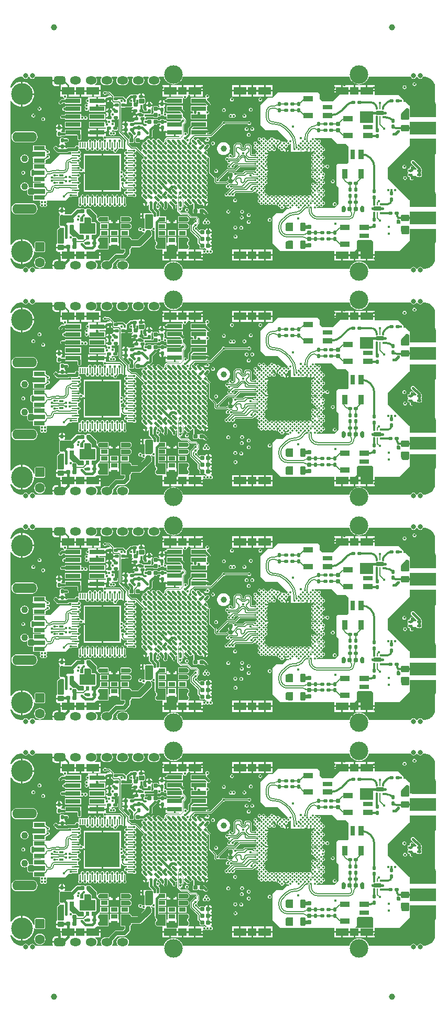
<source format=gtl>
G04 Layer_Physical_Order=1*
G04 Layer_Color=255*
%FSLAX44Y44*%
%MOMM*%
G71*
G01*
G75*
%ADD10C,1.0000*%
%ADD11C,0.3090*%
%ADD12C,0.2000*%
%ADD13C,0.3000*%
%ADD14R,1.6500X0.9000*%
%ADD15R,1.6500X0.7600*%
%ADD16R,0.9000X1.6500*%
%ADD17R,0.7600X1.6500*%
%ADD18R,0.3000X0.3100*%
G04:AMPARAMS|DCode=19|XSize=0.6mm|YSize=0.6mm|CornerRadius=0.06mm|HoleSize=0mm|Usage=FLASHONLY|Rotation=180.000|XOffset=0mm|YOffset=0mm|HoleType=Round|Shape=RoundedRectangle|*
%AMROUNDEDRECTD19*
21,1,0.6000,0.4800,0,0,180.0*
21,1,0.4800,0.6000,0,0,180.0*
1,1,0.1200,-0.2400,0.2400*
1,1,0.1200,0.2400,0.2400*
1,1,0.1200,0.2400,-0.2400*
1,1,0.1200,-0.2400,-0.2400*
%
%ADD19ROUNDEDRECTD19*%
%ADD20R,4.0000X2.0000*%
%ADD21R,4.2500X2.0000*%
G04:AMPARAMS|DCode=22|XSize=0.5mm|YSize=0.6mm|CornerRadius=0.05mm|HoleSize=0mm|Usage=FLASHONLY|Rotation=0.000|XOffset=0mm|YOffset=0mm|HoleType=Round|Shape=RoundedRectangle|*
%AMROUNDEDRECTD22*
21,1,0.5000,0.5000,0,0,0.0*
21,1,0.4000,0.6000,0,0,0.0*
1,1,0.1000,0.2000,-0.2500*
1,1,0.1000,-0.2000,-0.2500*
1,1,0.1000,-0.2000,0.2500*
1,1,0.1000,0.2000,0.2500*
%
%ADD22ROUNDEDRECTD22*%
G04:AMPARAMS|DCode=23|XSize=0.6mm|YSize=0.6mm|CornerRadius=0.06mm|HoleSize=0mm|Usage=FLASHONLY|Rotation=270.000|XOffset=0mm|YOffset=0mm|HoleType=Round|Shape=RoundedRectangle|*
%AMROUNDEDRECTD23*
21,1,0.6000,0.4800,0,0,270.0*
21,1,0.4800,0.6000,0,0,270.0*
1,1,0.1200,-0.2400,-0.2400*
1,1,0.1200,-0.2400,0.2400*
1,1,0.1200,0.2400,0.2400*
1,1,0.1200,0.2400,-0.2400*
%
%ADD23ROUNDEDRECTD23*%
G04:AMPARAMS|DCode=24|XSize=1mm|YSize=0.9mm|CornerRadius=0.1125mm|HoleSize=0mm|Usage=FLASHONLY|Rotation=180.000|XOffset=0mm|YOffset=0mm|HoleType=Round|Shape=RoundedRectangle|*
%AMROUNDEDRECTD24*
21,1,1.0000,0.6750,0,0,180.0*
21,1,0.7750,0.9000,0,0,180.0*
1,1,0.2250,-0.3875,0.3375*
1,1,0.2250,0.3875,0.3375*
1,1,0.2250,0.3875,-0.3375*
1,1,0.2250,-0.3875,-0.3375*
%
%ADD24ROUNDEDRECTD24*%
G04:AMPARAMS|DCode=25|XSize=0.5mm|YSize=0.6mm|CornerRadius=0.05mm|HoleSize=0mm|Usage=FLASHONLY|Rotation=90.000|XOffset=0mm|YOffset=0mm|HoleType=Round|Shape=RoundedRectangle|*
%AMROUNDEDRECTD25*
21,1,0.5000,0.5000,0,0,90.0*
21,1,0.4000,0.6000,0,0,90.0*
1,1,0.1000,0.2500,0.2000*
1,1,0.1000,0.2500,-0.2000*
1,1,0.1000,-0.2500,-0.2000*
1,1,0.1000,-0.2500,0.2000*
%
%ADD25ROUNDEDRECTD25*%
%ADD26R,2.4000X0.7500*%
%ADD27C,0.5000*%
%ADD28O,0.4700X0.5000*%
%ADD29O,0.5000X0.4500*%
%ADD30C,0.4700*%
%ADD31R,1.8000X0.7000*%
%ADD32R,5.5500X5.5500*%
%ADD33R,0.9000X0.2000*%
%ADD34R,0.2000X0.9000*%
%ADD35R,0.3500X0.3000*%
%ADD36R,1.1000X0.7000*%
%ADD37R,0.6500X0.4500*%
%ADD38R,0.4000X0.2500*%
%ADD39R,0.5000X0.2500*%
%ADD40R,0.3000X0.3500*%
%ADD41R,1.4000X1.3000*%
%ADD42R,2.0000X1.3000*%
G04:AMPARAMS|DCode=43|XSize=1.3mm|YSize=0.8mm|CornerRadius=0.1mm|HoleSize=0mm|Usage=FLASHONLY|Rotation=270.000|XOffset=0mm|YOffset=0mm|HoleType=Round|Shape=RoundedRectangle|*
%AMROUNDEDRECTD43*
21,1,1.3000,0.6000,0,0,270.0*
21,1,1.1000,0.8000,0,0,270.0*
1,1,0.2000,-0.3000,-0.5500*
1,1,0.2000,-0.3000,0.5500*
1,1,0.2000,0.3000,0.5500*
1,1,0.2000,0.3000,-0.5500*
%
%ADD43ROUNDEDRECTD43*%
G04:AMPARAMS|DCode=44|XSize=0.7mm|YSize=0.4mm|CornerRadius=0.05mm|HoleSize=0mm|Usage=FLASHONLY|Rotation=180.000|XOffset=0mm|YOffset=0mm|HoleType=Round|Shape=RoundedRectangle|*
%AMROUNDEDRECTD44*
21,1,0.7000,0.3000,0,0,180.0*
21,1,0.6000,0.4000,0,0,180.0*
1,1,0.1000,-0.3000,0.1500*
1,1,0.1000,0.3000,0.1500*
1,1,0.1000,0.3000,-0.1500*
1,1,0.1000,-0.3000,-0.1500*
%
%ADD44ROUNDEDRECTD44*%
%ADD45R,1.2000X0.7000*%
%ADD46R,0.2500X0.3500*%
%ADD47R,2.5000X1.7000*%
%ADD48R,0.5000X0.7000*%
G04:AMPARAMS|DCode=49|XSize=1.3mm|YSize=1mm|CornerRadius=0.125mm|HoleSize=0mm|Usage=FLASHONLY|Rotation=0.000|XOffset=0mm|YOffset=0mm|HoleType=Round|Shape=RoundedRectangle|*
%AMROUNDEDRECTD49*
21,1,1.3000,0.7500,0,0,0.0*
21,1,1.0500,1.0000,0,0,0.0*
1,1,0.2500,0.5250,-0.3750*
1,1,0.2500,-0.5250,-0.3750*
1,1,0.2500,-0.5250,0.3750*
1,1,0.2500,0.5250,0.3750*
%
%ADD49ROUNDEDRECTD49*%
%ADD50R,0.2000X0.2000*%
%ADD51C,0.3500*%
%ADD52C,0.1500*%
%ADD53C,1.0000*%
%ADD54C,0.5000*%
%ADD55C,0.4000*%
%ADD56C,0.6000*%
%ADD57C,0.1000*%
%ADD58C,0.1100*%
%ADD59C,0.2500*%
%ADD60C,0.4500*%
%ADD61C,0.1300*%
%ADD62C,0.3500*%
%ADD63C,0.1200*%
%ADD64C,0.7000*%
%ADD65R,6.9000X6.9000*%
%ADD66C,1.1000*%
%ADD67O,4.0000X1.6000*%
%ADD68C,3.0000*%
%ADD69C,3.5000*%
%ADD70O,1.8000X1.3000*%
G04:AMPARAMS|DCode=71|XSize=1.8mm|YSize=1.3mm|CornerRadius=0.325mm|HoleSize=0mm|Usage=FLASHONLY|Rotation=0.000|XOffset=0mm|YOffset=0mm|HoleType=Round|Shape=RoundedRectangle|*
%AMROUNDEDRECTD71*
21,1,1.8000,0.6500,0,0,0.0*
21,1,1.1500,1.3000,0,0,0.0*
1,1,0.6500,0.5750,-0.3250*
1,1,0.6500,-0.5750,-0.3250*
1,1,0.6500,-0.5750,0.3250*
1,1,0.6500,0.5750,0.3250*
%
%ADD71ROUNDEDRECTD71*%
G04:AMPARAMS|DCode=72|XSize=1.524mm|YSize=1.524mm|CornerRadius=0.1905mm|HoleSize=0mm|Usage=FLASHONLY|Rotation=0.000|XOffset=0mm|YOffset=0mm|HoleType=Round|Shape=RoundedRectangle|*
%AMROUNDEDRECTD72*
21,1,1.5240,1.1430,0,0,0.0*
21,1,1.1430,1.5240,0,0,0.0*
1,1,0.3810,0.5715,-0.5715*
1,1,0.3810,-0.5715,-0.5715*
1,1,0.3810,-0.5715,0.5715*
1,1,0.3810,0.5715,0.5715*
%
%ADD72ROUNDEDRECTD72*%
%ADD73C,1.6000*%
%ADD74C,0.8000*%
%ADD75C,0.4000*%
G36*
X675239Y1402071D02*
X678508Y1400717D01*
X681449Y1398751D01*
X683951Y1396250D01*
X685917Y1393308D01*
X687271Y1390039D01*
X687961Y1386569D01*
Y1384800D01*
Y1360715D01*
X687636D01*
X689500Y1358851D01*
Y1338100D01*
X647000D01*
Y1360715D01*
X646910D01*
Y1356872D01*
X645986Y1356489D01*
X628625Y1373850D01*
X590040D01*
Y1379080D01*
X577500D01*
Y1380350D01*
X576230D01*
Y1389390D01*
X558770D01*
Y1380350D01*
X556230D01*
Y1389390D01*
X538770D01*
Y1380350D01*
X537500D01*
Y1379080D01*
X524960D01*
Y1377850D01*
X534250D01*
Y1374850D01*
X522500Y1363100D01*
X505250Y1363100D01*
X501250Y1367100D01*
Y1374850D01*
X498250Y1377850D01*
X433250Y1377850D01*
X424809Y1369409D01*
X418059Y1369409D01*
X406000Y1357350D01*
X406000Y1324350D01*
X414001Y1316350D01*
X433250Y1316350D01*
X450046Y1299554D01*
X449717Y1298469D01*
X449527Y1298431D01*
X448618Y1297823D01*
X448010Y1296913D01*
X447932Y1296523D01*
X447270Y1296194D01*
X446608Y1296523D01*
X446530Y1296913D01*
X445923Y1297823D01*
X445013Y1298431D01*
X443940Y1298644D01*
X442867Y1298431D01*
X442173Y1297967D01*
X441242Y1298011D01*
X440935Y1298092D01*
X440373Y1298933D01*
X438954Y1299881D01*
X437280Y1300214D01*
X436574Y1300074D01*
X436540Y1300243D01*
X435933Y1301153D01*
X435023Y1301761D01*
X433950Y1301974D01*
X432877Y1301761D01*
X432183Y1301297D01*
X431252Y1301342D01*
X430945Y1301422D01*
X430383Y1302263D01*
X428964Y1303212D01*
X427290Y1303544D01*
X426584Y1303404D01*
X426550Y1303573D01*
X425943Y1304483D01*
X425033Y1305091D01*
X423960Y1305304D01*
X422887Y1305091D01*
X421977Y1304483D01*
X421370Y1303573D01*
X421231Y1302874D01*
X420840Y1302290D01*
X420256Y1301900D01*
X419557Y1301761D01*
X418647Y1301153D01*
X418040Y1300243D01*
X417974Y1299912D01*
X417300Y1299580D01*
X416626Y1299912D01*
X416560Y1300243D01*
X415953Y1301153D01*
X415043Y1301761D01*
X414344Y1301900D01*
X413444Y1302500D01*
X413230Y1303573D01*
X412622Y1304483D01*
X411713Y1305091D01*
X410640Y1305304D01*
X409567Y1305091D01*
X408657Y1304483D01*
X408050Y1303573D01*
X407984Y1303242D01*
X407310Y1302910D01*
X406636Y1303242D01*
X406570Y1303573D01*
X405962Y1304483D01*
X405053Y1305091D01*
X403980Y1305304D01*
X402907Y1305091D01*
X401997Y1304483D01*
X401389Y1303573D01*
X401176Y1302500D01*
X401389Y1301427D01*
X401997Y1300518D01*
X402907Y1299910D01*
X403606Y1299771D01*
X404506Y1299170D01*
X404720Y1298097D01*
X405327Y1297188D01*
X406237Y1296580D01*
X406248Y1296578D01*
X406996Y1295511D01*
X406935Y1295240D01*
X406237Y1295101D01*
X405327Y1294493D01*
X404720Y1293583D01*
X404654Y1293252D01*
X403980Y1292920D01*
X403306Y1293252D01*
X403240Y1293583D01*
X402632Y1294493D01*
X401723Y1295101D01*
X401024Y1295240D01*
X400124Y1295840D01*
X399910Y1296913D01*
X399302Y1297823D01*
X398393Y1298431D01*
X397320Y1298644D01*
X396247Y1298431D01*
X395337Y1297823D01*
X394729Y1296913D01*
X394516Y1295840D01*
X394729Y1294767D01*
X395337Y1293858D01*
X396247Y1293250D01*
X396258Y1293248D01*
X397006Y1292181D01*
X396945Y1291910D01*
X396247Y1291771D01*
X395337Y1291163D01*
X394729Y1290253D01*
X394516Y1289180D01*
X394729Y1288107D01*
X395337Y1287198D01*
X396247Y1286590D01*
X396946Y1286451D01*
X397846Y1285850D01*
X398059Y1284777D01*
X398667Y1283868D01*
X399577Y1283260D01*
X399588Y1283258D01*
X400336Y1282191D01*
X400275Y1281920D01*
X399577Y1281781D01*
X398667Y1281173D01*
X398059Y1280263D01*
X397846Y1279190D01*
X397320Y1278664D01*
X396247Y1278451D01*
X395337Y1277843D01*
X395205Y1277645D01*
X391739D01*
X391534Y1277849D01*
Y1290850D01*
X391399Y1291533D01*
X391012Y1292112D01*
X389012Y1294112D01*
X388433Y1294499D01*
X387750Y1294635D01*
X382750D01*
X382067Y1294499D01*
X381488Y1294112D01*
X379738Y1292362D01*
X379352Y1291783D01*
X379216Y1291100D01*
Y1289089D01*
X378761Y1288634D01*
X377489D01*
X376284Y1289839D01*
Y1292850D01*
X376148Y1293533D01*
X375762Y1294112D01*
X374012Y1295862D01*
X373433Y1296249D01*
X372750Y1296384D01*
X367000D01*
X366317Y1296249D01*
X365738Y1295862D01*
X362738Y1292862D01*
X362352Y1292283D01*
X362216Y1291600D01*
Y1276339D01*
X361264Y1275387D01*
X361124Y1275396D01*
X360255Y1275723D01*
X360076Y1276621D01*
X359413Y1277613D01*
X358421Y1278276D01*
X357250Y1278509D01*
X356080Y1278276D01*
X355087Y1277613D01*
X354424Y1276621D01*
X354191Y1275450D01*
X354424Y1274280D01*
X354808Y1273706D01*
X354382Y1272647D01*
X353927Y1272593D01*
X353913Y1272613D01*
X352921Y1273276D01*
X351750Y1273509D01*
X350580Y1273276D01*
X349587Y1272613D01*
X348924Y1271621D01*
X348691Y1270450D01*
X348924Y1269280D01*
X349587Y1268288D01*
X350580Y1267624D01*
X351133Y1267514D01*
X351949Y1266489D01*
X351941Y1266450D01*
X352174Y1265280D01*
X352837Y1264287D01*
X353830Y1263624D01*
X355000Y1263392D01*
X355092Y1263410D01*
X356180Y1262607D01*
X356205Y1262355D01*
X355447Y1261597D01*
X355000Y1261686D01*
X353830Y1261453D01*
X352837Y1260790D01*
X352174Y1259797D01*
X351941Y1258627D01*
X352174Y1257456D01*
X352837Y1256464D01*
X353830Y1255801D01*
X355000Y1255568D01*
X356171Y1255801D01*
X357144Y1256451D01*
X357387Y1256594D01*
X358250D01*
X358337Y1256464D01*
X359330Y1255801D01*
X360500Y1255568D01*
X361671Y1255801D01*
X362663Y1256464D01*
X363326Y1257456D01*
X363559Y1258627D01*
X363429Y1259282D01*
X364902Y1260756D01*
X369718D01*
X370132Y1259756D01*
X364511Y1254135D01*
X352377D01*
X351694Y1253999D01*
X351115Y1253612D01*
X336385Y1238882D01*
X336250Y1238909D01*
X335282Y1238717D01*
X334282Y1239255D01*
Y1240500D01*
X334154Y1241144D01*
X333790Y1241690D01*
X325615Y1249865D01*
Y1272518D01*
X325487Y1273162D01*
X325122Y1273708D01*
X319872Y1278958D01*
X320069Y1279950D01*
X319797Y1281316D01*
X319024Y1282474D01*
X317866Y1283247D01*
X316894Y1283441D01*
Y1284460D01*
X317866Y1284653D01*
X319024Y1285427D01*
X319797Y1286585D01*
X319881Y1287005D01*
X322663Y1289787D01*
X323326Y1290780D01*
X323559Y1291950D01*
X323326Y1293121D01*
X322663Y1294113D01*
X321671Y1294776D01*
X321416Y1294827D01*
X321639Y1295950D01*
X321248Y1297917D01*
X321144Y1298072D01*
X321473Y1298864D01*
X321698Y1299043D01*
X322663Y1299687D01*
X323326Y1300680D01*
X323559Y1301850D01*
X323326Y1303021D01*
X322663Y1304013D01*
X321671Y1304676D01*
X320500Y1304909D01*
X319329Y1304676D01*
X318337Y1304013D01*
X317674Y1303021D01*
X317441Y1301850D01*
X317462Y1301745D01*
X316755Y1301038D01*
X316500Y1301089D01*
X314534Y1300698D01*
X312867Y1299584D01*
X312176Y1298550D01*
X311024Y1298474D01*
X309866Y1299247D01*
X309446Y1299331D01*
X306663Y1302113D01*
X306663Y1302113D01*
X305671Y1302776D01*
X304501Y1303009D01*
X303330Y1302776D01*
X302338Y1302113D01*
X301674Y1301121D01*
X301574Y1300617D01*
X300489Y1300287D01*
X298663Y1302113D01*
X298663Y1302113D01*
X297845Y1302660D01*
X297519Y1303748D01*
X299836Y1306066D01*
X325750D01*
X326433Y1306202D01*
X327012Y1306588D01*
X345803Y1325380D01*
X346250Y1325291D01*
X347421Y1325524D01*
X348413Y1326187D01*
X348666Y1326566D01*
X385084D01*
X385337Y1326187D01*
X386329Y1325524D01*
X387500Y1325291D01*
X388671Y1325524D01*
X389663Y1326187D01*
X390326Y1327180D01*
X390559Y1328350D01*
X390326Y1329521D01*
X389663Y1330513D01*
X388671Y1331176D01*
X387500Y1331409D01*
X386329Y1331176D01*
X385337Y1330513D01*
X385084Y1330134D01*
X348666D01*
X348413Y1330513D01*
X347421Y1331176D01*
X346250Y1331409D01*
X345079Y1331176D01*
X344087Y1330513D01*
X343424Y1329521D01*
X343191Y1328350D01*
X343280Y1327904D01*
X325011Y1309635D01*
X319000D01*
Y1311541D01*
X319750D01*
X320921Y1311774D01*
X321913Y1312437D01*
X322576Y1313430D01*
X322809Y1314600D01*
X322576Y1315771D01*
X321913Y1316763D01*
X320921Y1317426D01*
X319750Y1317659D01*
X319000D01*
Y1318200D01*
X295369D01*
X294955Y1319200D01*
X297205Y1321450D01*
X319000D01*
Y1330950D01*
X293000D01*
Y1324455D01*
X289698Y1321153D01*
X289145Y1320326D01*
X288951Y1319350D01*
Y1311656D01*
X288277Y1310982D01*
X287213Y1311332D01*
X287076Y1312021D01*
X286413Y1313013D01*
X285420Y1313676D01*
X284250Y1313909D01*
X283124Y1313685D01*
X282947Y1313671D01*
X282124Y1314190D01*
Y1325678D01*
X284898Y1328452D01*
X285374Y1329600D01*
Y1333100D01*
X284898Y1334248D01*
X280000Y1339146D01*
X280000Y1343542D01*
X280148Y1343571D01*
X281171Y1343774D01*
X282163Y1344437D01*
X282826Y1345430D01*
X283059Y1346600D01*
X282826Y1347771D01*
X282163Y1348763D01*
X282163Y1348763D01*
X280000Y1350926D01*
Y1356450D01*
X254000D01*
Y1346950D01*
X275324D01*
X277574Y1344700D01*
X277202Y1343700D01*
X254039D01*
X253663Y1344263D01*
X252671Y1344926D01*
X251500Y1345159D01*
X250454Y1344951D01*
X249992Y1345664D01*
X249934Y1345790D01*
X250374Y1346850D01*
Y1351850D01*
X250198Y1352273D01*
X250250Y1352350D01*
X250250D01*
Y1354196D01*
X250942Y1354658D01*
X251614Y1355664D01*
X251850Y1356850D01*
Y1358080D01*
X241651D01*
Y1356850D01*
X241886Y1355664D01*
X242381Y1354924D01*
X241921Y1353976D01*
X240973Y1353945D01*
X240243D01*
X240157Y1354375D01*
X239804Y1354904D01*
X239274Y1355257D01*
X238650Y1355381D01*
X233850D01*
X233226Y1355257D01*
X232696Y1354904D01*
X232343Y1354375D01*
X232219Y1353750D01*
Y1348950D01*
X232343Y1348326D01*
X232696Y1347797D01*
X232750Y1347761D01*
Y1344940D01*
X232696Y1344904D01*
X232343Y1344375D01*
X232219Y1343750D01*
Y1342999D01*
X229652D01*
X229084Y1343999D01*
X229374Y1344700D01*
Y1349700D01*
X229199Y1350123D01*
X229250Y1350200D01*
X229250D01*
Y1352046D01*
X229942Y1352509D01*
X230614Y1353514D01*
X230850Y1354700D01*
Y1355930D01*
X220651D01*
Y1354700D01*
X220887Y1353514D01*
X221559Y1352509D01*
X222250Y1352046D01*
Y1350200D01*
X222250D01*
X222302Y1350123D01*
X222127Y1349700D01*
Y1348840D01*
X221179Y1348281D01*
X221127Y1348285D01*
X220000Y1348509D01*
X218830Y1348276D01*
X218415Y1347999D01*
X217374D01*
Y1350350D01*
X216898Y1351498D01*
X215799Y1351953D01*
Y1353400D01*
X216000D01*
Y1357768D01*
X216457Y1358681D01*
X216797Y1358891D01*
X217265Y1359085D01*
X219015Y1360835D01*
X219332Y1361600D01*
Y1366796D01*
X219333Y1366796D01*
X219016Y1367561D01*
X219015D01*
X218461Y1368116D01*
X218461Y1368116D01*
X218223Y1368214D01*
X218350Y1368850D01*
Y1369580D01*
X212750D01*
Y1370850D01*
X211480D01*
Y1375950D01*
X210250D01*
X209064Y1375714D01*
X208058Y1375042D01*
X207596Y1374350D01*
X205750D01*
Y1374350D01*
X205250Y1374474D01*
X204801Y1374474D01*
X200250D01*
X199102Y1373998D01*
X199065Y1373909D01*
X196329D01*
X195159Y1373676D01*
X194167Y1373013D01*
X189338Y1368184D01*
X189043Y1367744D01*
X187815Y1367605D01*
X185167Y1370253D01*
X184340Y1370805D01*
X183364Y1370999D01*
X173600D01*
X172624Y1370805D01*
X172503Y1370724D01*
X170199D01*
X169750Y1370724D01*
X169369Y1370872D01*
X168742Y1371315D01*
X168648Y1371783D01*
X168262Y1372362D01*
X162512Y1378112D01*
X161933Y1378499D01*
X161250Y1378634D01*
X156666D01*
X156413Y1379013D01*
X155421Y1379676D01*
X154250Y1379909D01*
X153080Y1379676D01*
X152087Y1379013D01*
X151424Y1378021D01*
X151191Y1376850D01*
X151424Y1375680D01*
X152087Y1374687D01*
X153080Y1374024D01*
X154250Y1373791D01*
X155421Y1374024D01*
X156413Y1374687D01*
X156666Y1375066D01*
X160511D01*
X162453Y1373124D01*
X162071Y1372200D01*
X159750D01*
X158564Y1371964D01*
X157558Y1371292D01*
X157124Y1370642D01*
X156330Y1370259D01*
X155935Y1370240D01*
X143020D01*
Y1363950D01*
X140480D01*
Y1370240D01*
X127211D01*
Y1367742D01*
X126500Y1367159D01*
X125330Y1366926D01*
X124337Y1366263D01*
X123674Y1365271D01*
X123441Y1364100D01*
X123674Y1362930D01*
X124337Y1361937D01*
X125330Y1361274D01*
X126500Y1361041D01*
X126953Y1360670D01*
X126901Y1359862D01*
X125977Y1359388D01*
X125921Y1359426D01*
X124750Y1359659D01*
X123580Y1359426D01*
X122587Y1358763D01*
X121924Y1357771D01*
X121691Y1356600D01*
X121924Y1355430D01*
X122587Y1354437D01*
X122718Y1354350D01*
Y1353350D01*
X122587Y1353263D01*
X121924Y1352271D01*
X121691Y1351100D01*
X121924Y1349930D01*
X122587Y1348937D01*
X123580Y1348274D01*
X124750Y1348041D01*
X125921Y1348274D01*
X126913Y1348937D01*
X127576Y1349930D01*
X127751Y1350807D01*
X128750Y1350708D01*
Y1346450D01*
X154750D01*
Y1355950D01*
X144988D01*
X144841Y1356898D01*
X145482Y1357660D01*
X156291D01*
Y1363006D01*
X157290Y1363309D01*
X157558Y1362909D01*
X158564Y1362237D01*
X159750Y1362001D01*
X160980D01*
Y1367100D01*
X163520D01*
Y1362001D01*
X164750D01*
X165936Y1362237D01*
X166029Y1362298D01*
X167488Y1360838D01*
X168067Y1360452D01*
X167970Y1359451D01*
X167900Y1359100D01*
Y1358370D01*
X173500D01*
Y1355830D01*
X167900D01*
Y1355100D01*
X168018Y1354509D01*
X168006Y1353829D01*
X167302Y1353370D01*
X166830Y1353276D01*
X165837Y1352613D01*
X165260Y1351749D01*
X164250Y1351950D01*
X163020D01*
Y1346850D01*
X161750D01*
Y1345580D01*
X156151D01*
Y1344850D01*
X156386Y1343664D01*
X157058Y1342659D01*
X157368Y1342452D01*
Y1341249D01*
X157058Y1341042D01*
X156386Y1340036D01*
X156151Y1338850D01*
Y1338120D01*
X161750D01*
Y1335580D01*
X156151D01*
Y1334850D01*
X156386Y1333664D01*
X157058Y1332659D01*
X158064Y1331987D01*
X158352Y1330910D01*
X158191Y1330100D01*
X158307Y1329518D01*
X157500Y1328659D01*
X156329Y1328426D01*
X155750Y1328039D01*
X154750Y1328548D01*
Y1330450D01*
X128750D01*
Y1320950D01*
X154750D01*
Y1320950D01*
X155651Y1320709D01*
Y1319240D01*
X143020D01*
Y1314220D01*
X156291D01*
Y1314635D01*
X157290Y1315169D01*
X157564Y1314987D01*
X158750Y1314751D01*
X161515D01*
X161837Y1313763D01*
X161174Y1312771D01*
X160941Y1311600D01*
X161174Y1310430D01*
X161837Y1309437D01*
X162829Y1308774D01*
X164000Y1308541D01*
X165171Y1308774D01*
X165682Y1309116D01*
X166357Y1309379D01*
X167164Y1309135D01*
X167630Y1308824D01*
X168800Y1308591D01*
X169971Y1308824D01*
X170963Y1309487D01*
X171626Y1310480D01*
X171859Y1311650D01*
X171626Y1312821D01*
X170963Y1313813D01*
X169971Y1314476D01*
X168800Y1314709D01*
X167630Y1314476D01*
X167118Y1314134D01*
X166443Y1313872D01*
X165636Y1314115D01*
X165534Y1314183D01*
X165436Y1315249D01*
X165466Y1315340D01*
X165942Y1315659D01*
X166404Y1316350D01*
X168250D01*
Y1316350D01*
X168327Y1316402D01*
X168750Y1316227D01*
X173750D01*
X174898Y1316702D01*
X175374Y1317850D01*
Y1321850D01*
X174898Y1322998D01*
X174809Y1323035D01*
Y1330350D01*
X174809Y1330350D01*
X174576Y1331520D01*
X174456Y1331700D01*
X174576Y1331880D01*
X174809Y1333050D01*
Y1333458D01*
X175398Y1333702D01*
X175716Y1334469D01*
X176716Y1334270D01*
Y1313951D01*
X176852Y1313268D01*
X177238Y1312689D01*
X188937Y1300990D01*
X188523Y1299990D01*
X187520D01*
Y1292950D01*
Y1285910D01*
X189750D01*
Y1283780D01*
X188750Y1282959D01*
X188500Y1283009D01*
X187330Y1282776D01*
X186337Y1282113D01*
X185674Y1281121D01*
X185441Y1279950D01*
X185674Y1278780D01*
X186337Y1277787D01*
X187330Y1277124D01*
X188500Y1276891D01*
X189194Y1276126D01*
Y1275774D01*
X188500Y1275009D01*
X187330Y1274776D01*
X186337Y1274113D01*
X185674Y1273121D01*
X185441Y1271950D01*
X185674Y1270780D01*
X186337Y1269788D01*
X187330Y1269124D01*
X188500Y1268892D01*
X189194Y1268127D01*
Y1267774D01*
X188500Y1267009D01*
X187330Y1266776D01*
X186337Y1266113D01*
X185674Y1265121D01*
X185441Y1263950D01*
X185674Y1262780D01*
X186337Y1261787D01*
X187330Y1261124D01*
X188500Y1260892D01*
X189194Y1260127D01*
Y1259773D01*
X188500Y1259009D01*
X187330Y1258776D01*
X186337Y1258113D01*
X185674Y1257121D01*
X185441Y1255950D01*
X185674Y1254780D01*
X186337Y1253787D01*
X187330Y1253124D01*
X188500Y1252891D01*
X189194Y1252126D01*
Y1251774D01*
X188500Y1251009D01*
X187330Y1250776D01*
X186337Y1250113D01*
X185674Y1249121D01*
X185441Y1247950D01*
X185674Y1246780D01*
X186337Y1245787D01*
X187330Y1245124D01*
X188500Y1244892D01*
X189194Y1244127D01*
Y1243774D01*
X188500Y1243009D01*
X187330Y1242776D01*
X186337Y1242113D01*
X185674Y1241121D01*
X185441Y1239950D01*
X185674Y1238780D01*
X186337Y1237787D01*
X187330Y1237124D01*
X188500Y1236892D01*
X189194Y1236127D01*
Y1235773D01*
X188500Y1235009D01*
X187330Y1234776D01*
X186337Y1234113D01*
X186110Y1233772D01*
X184913Y1233763D01*
X183921Y1234426D01*
X182750Y1234659D01*
X181579Y1234426D01*
X181540Y1234400D01*
X180540Y1234934D01*
Y1238944D01*
X181313Y1239579D01*
X181500Y1239541D01*
X182671Y1239774D01*
X183663Y1240437D01*
X184326Y1241430D01*
X184559Y1242600D01*
X184326Y1243771D01*
X183663Y1244763D01*
X183185Y1245082D01*
X183163Y1246270D01*
X183413Y1246437D01*
X184076Y1247430D01*
X184309Y1248600D01*
X184076Y1249771D01*
X183413Y1250763D01*
X182421Y1251426D01*
X181250Y1251659D01*
X180540Y1252242D01*
Y1278240D01*
X151520D01*
Y1247950D01*
Y1217660D01*
X180540D01*
Y1224810D01*
X180624Y1224876D01*
X181540Y1225176D01*
X184208Y1222508D01*
X184869Y1222066D01*
X185650Y1221911D01*
X185650Y1221911D01*
X188750D01*
X189750Y1221911D01*
Y1219598D01*
X188977Y1218964D01*
X188750Y1219009D01*
X187580Y1218776D01*
X186587Y1218113D01*
X185924Y1217121D01*
X185692Y1215950D01*
X185924Y1214780D01*
X186587Y1213788D01*
X187580Y1213124D01*
X188750Y1212892D01*
X188977Y1212937D01*
X189750Y1212302D01*
Y1209950D01*
X195053D01*
X195250Y1209911D01*
X199504Y1209911D01*
X199587Y1209787D01*
X200579Y1209124D01*
X201750Y1208891D01*
X202920Y1209124D01*
X203913Y1209787D01*
X204576Y1210779D01*
X204809Y1211950D01*
X204576Y1213121D01*
X203913Y1214113D01*
X202920Y1214776D01*
X201750Y1215009D01*
X200983Y1215714D01*
Y1216186D01*
X201750Y1216891D01*
X202920Y1217124D01*
X203913Y1217787D01*
X204576Y1218780D01*
X204809Y1219950D01*
X204576Y1221121D01*
X203913Y1222113D01*
X202920Y1222776D01*
X201750Y1223009D01*
X200983Y1223714D01*
Y1224187D01*
X201750Y1224892D01*
X202920Y1225124D01*
X203913Y1225788D01*
X204576Y1226780D01*
X204809Y1227950D01*
X204576Y1229121D01*
X203913Y1230113D01*
X202920Y1230776D01*
X201750Y1231009D01*
X200983Y1231714D01*
Y1232187D01*
X201750Y1232892D01*
X202920Y1233124D01*
X203913Y1233787D01*
X204576Y1234780D01*
X204809Y1235950D01*
X204576Y1237121D01*
X203913Y1238113D01*
X202920Y1238776D01*
X201750Y1239009D01*
X200983Y1239714D01*
Y1240186D01*
X201750Y1240891D01*
X202920Y1241124D01*
X203913Y1241787D01*
X204576Y1242779D01*
X204809Y1243950D01*
X204576Y1245121D01*
X203913Y1246113D01*
X202920Y1246776D01*
X201750Y1247009D01*
X200983Y1247714D01*
Y1248187D01*
X201750Y1248892D01*
X202920Y1249124D01*
X203913Y1249788D01*
X204576Y1250780D01*
X204809Y1251950D01*
X204576Y1253121D01*
X203913Y1254113D01*
X202920Y1254776D01*
X201750Y1255009D01*
X200983Y1255714D01*
Y1256187D01*
X201750Y1256892D01*
X202920Y1257124D01*
X203913Y1257787D01*
X204576Y1258780D01*
X204809Y1259950D01*
X204576Y1261121D01*
X203913Y1262113D01*
X202920Y1262776D01*
X201750Y1263009D01*
X200983Y1263714D01*
Y1264186D01*
X201750Y1264891D01*
X202920Y1265124D01*
X203913Y1265787D01*
X204576Y1266779D01*
X204809Y1267950D01*
X204576Y1269121D01*
X203913Y1270113D01*
X202920Y1270776D01*
X201750Y1271009D01*
X200983Y1271714D01*
Y1272187D01*
X201750Y1272892D01*
X202920Y1273124D01*
X203913Y1273788D01*
X204576Y1274780D01*
X204809Y1275950D01*
X204576Y1277121D01*
X203913Y1278113D01*
X202920Y1278776D01*
X201750Y1279009D01*
X200983Y1279714D01*
Y1280186D01*
X201750Y1280892D01*
X202920Y1281124D01*
X203913Y1281788D01*
X204576Y1282780D01*
X204768Y1283745D01*
X205359Y1284056D01*
X205788Y1284139D01*
X217105Y1272822D01*
X216932Y1271950D01*
X217016Y1271525D01*
X216500Y1271009D01*
X215330Y1270776D01*
X214338Y1270113D01*
X213675Y1269121D01*
X213442Y1267950D01*
X213675Y1266780D01*
X214338Y1265787D01*
X214338Y1265787D01*
X216163Y1263962D01*
X215834Y1262877D01*
X215330Y1262776D01*
X214338Y1262113D01*
X213675Y1261121D01*
X213442Y1259950D01*
X213675Y1258780D01*
X214338Y1257787D01*
X214338Y1257787D01*
X216163Y1255962D01*
X215834Y1254877D01*
X215330Y1254776D01*
X214338Y1254113D01*
X213675Y1253121D01*
X213442Y1251950D01*
X213675Y1250780D01*
X214338Y1249787D01*
X214338Y1249787D01*
X216163Y1247962D01*
X215834Y1246877D01*
X215330Y1246776D01*
X214338Y1246113D01*
X213675Y1245121D01*
X213442Y1243950D01*
X213675Y1242780D01*
X214338Y1241787D01*
X214338Y1241787D01*
X216163Y1239962D01*
X215834Y1238877D01*
X215330Y1238776D01*
X214338Y1238113D01*
X213675Y1237121D01*
X213442Y1235950D01*
X213675Y1234780D01*
X214338Y1233787D01*
X214338Y1233787D01*
X216163Y1231962D01*
X215834Y1230877D01*
X215330Y1230776D01*
X214338Y1230113D01*
X213675Y1229121D01*
X213442Y1227950D01*
X213675Y1226780D01*
X214338Y1225787D01*
X214338Y1225787D01*
X216163Y1223962D01*
X215834Y1222877D01*
X215330Y1222776D01*
X214338Y1222113D01*
X213675Y1221121D01*
X213442Y1219950D01*
X213675Y1218780D01*
X214338Y1217787D01*
X214338Y1217787D01*
X216163Y1215962D01*
X215834Y1214877D01*
X215330Y1214776D01*
X214338Y1214113D01*
X213675Y1213121D01*
X213442Y1211950D01*
X213675Y1210780D01*
X214338Y1209787D01*
X214338Y1209787D01*
X217120Y1207005D01*
X217204Y1206585D01*
X217944Y1205476D01*
X217976Y1205409D01*
X217924Y1204260D01*
X216975Y1203626D01*
X216915Y1203536D01*
X219230Y1201220D01*
X220500D01*
Y1199950D01*
X221770D01*
Y1195067D01*
X222408Y1195194D01*
X224026Y1196275D01*
X224442Y1196897D01*
X225442Y1196594D01*
Y1189779D01*
X225442Y1189779D01*
X225674Y1188608D01*
X226338Y1187616D01*
X230271Y1183683D01*
X229857Y1182683D01*
X220750Y1182683D01*
X220750Y1182683D01*
X220490Y1182575D01*
X219490Y1182890D01*
Y1182890D01*
X216720D01*
Y1178600D01*
Y1174310D01*
X218418D01*
Y1159600D01*
X218687Y1158950D01*
X218651Y1158889D01*
X217670Y1158426D01*
X216500Y1158659D01*
X215329Y1158426D01*
X215292Y1158401D01*
X214124Y1158823D01*
X213663Y1159513D01*
X212671Y1160176D01*
X211500Y1160409D01*
X210329Y1160176D01*
X209337Y1159513D01*
X208674Y1158521D01*
X208441Y1157350D01*
X208674Y1156180D01*
X209337Y1155187D01*
X210329Y1154524D01*
X211500Y1154291D01*
X212671Y1154524D01*
X212708Y1154549D01*
X213876Y1154127D01*
X214337Y1153437D01*
X215329Y1152774D01*
X216500Y1152541D01*
X217109Y1152663D01*
X218083Y1151975D01*
X218111Y1151920D01*
X218140Y1151392D01*
X207267Y1140519D01*
X197332D01*
Y1141600D01*
X197015Y1142366D01*
X195015Y1144366D01*
X194250Y1144683D01*
X180750D01*
X180311Y1144501D01*
X179891D01*
Y1144139D01*
X179668Y1143600D01*
X179668Y1140001D01*
X179668Y1136402D01*
Y1132600D01*
X179668Y1129001D01*
X179668Y1125402D01*
X179891Y1124863D01*
Y1124501D01*
X180311D01*
X180750Y1124319D01*
X186162D01*
Y1120249D01*
X183351Y1117438D01*
X172744D01*
X170988Y1117089D01*
X169499Y1116095D01*
X160020Y1106615D01*
X155179D01*
X153221Y1106357D01*
X151396Y1105601D01*
X149830Y1104399D01*
X148627Y1102833D01*
X147872Y1101008D01*
X147614Y1099050D01*
X147872Y1097092D01*
X148627Y1095268D01*
X149493Y1094139D01*
X149000Y1093139D01*
X140928D01*
X140435Y1094139D01*
X141301Y1095268D01*
X142057Y1097092D01*
X142315Y1099050D01*
X142057Y1101008D01*
X141301Y1102833D01*
X140099Y1104399D01*
X138912Y1105310D01*
X139251Y1106310D01*
X147290D01*
Y1114080D01*
X134750D01*
Y1116620D01*
X147290D01*
Y1124319D01*
X159032D01*
X159470Y1124501D01*
X159891D01*
Y1124863D01*
X160114Y1125402D01*
X160114Y1129001D01*
X160114Y1132600D01*
Y1136402D01*
X160114Y1140001D01*
X160114Y1143600D01*
X159891Y1144139D01*
Y1144501D01*
X159470D01*
X159032Y1144683D01*
X145777D01*
X145341Y1145404D01*
X145287Y1145607D01*
X145976Y1146295D01*
X146891Y1146501D01*
X147459Y1146501D01*
X159891D01*
Y1155501D01*
X146891Y1155501D01*
X146832Y1156477D01*
Y1156525D01*
X146891Y1157501D01*
X147832Y1157501D01*
X159891D01*
Y1166501D01*
X146891Y1166501D01*
X146832Y1167477D01*
Y1167600D01*
X147313Y1168319D01*
X159032D01*
X159470Y1168501D01*
X159891D01*
Y1168863D01*
X160114Y1169401D01*
X160114Y1173001D01*
X160114Y1176600D01*
X159891Y1177139D01*
Y1177501D01*
X159470D01*
X159032Y1177682D01*
X145532D01*
X144766Y1177365D01*
X142766Y1175365D01*
X142582Y1174922D01*
X141582Y1175120D01*
X141582Y1179350D01*
X141582Y1179350D01*
X141265Y1180116D01*
X141265Y1180116D01*
X131016Y1190366D01*
X131016Y1190366D01*
X130250Y1190683D01*
X125000Y1190683D01*
X124235Y1190366D01*
X123918Y1189600D01*
X121589D01*
X121554Y1189654D01*
X121024Y1190007D01*
X120400Y1190132D01*
X118236D01*
X118000Y1190179D01*
X110000D01*
X110000Y1190179D01*
X108439Y1189868D01*
X107116Y1188984D01*
X99065Y1180932D01*
X89157Y1180932D01*
X88854Y1181933D01*
X89192Y1182159D01*
X89864Y1183164D01*
X90100Y1184350D01*
Y1185580D01*
X79900D01*
Y1184350D01*
X80136Y1183164D01*
X80808Y1182159D01*
X81500Y1181696D01*
Y1180381D01*
X80985Y1179866D01*
X80668Y1179100D01*
X80668Y1165850D01*
X80668Y1165850D01*
X80719Y1165727D01*
Y1163450D01*
X80843Y1162826D01*
X81196Y1162297D01*
X81250Y1162261D01*
Y1159933D01*
X81000D01*
X80235Y1159616D01*
X77235Y1156616D01*
X76918Y1155850D01*
Y1147100D01*
X76958Y1147002D01*
Y1141949D01*
X76918Y1141850D01*
Y1135100D01*
X76918Y1135100D01*
X77000Y1134901D01*
Y1133963D01*
X76483Y1133618D01*
X75673Y1132405D01*
X75388Y1130975D01*
Y1128870D01*
X83000D01*
Y1126330D01*
X75388D01*
Y1124225D01*
X75673Y1122795D01*
X76483Y1121583D01*
X77695Y1120773D01*
X79125Y1120489D01*
X82210D01*
Y1116620D01*
X94750D01*
Y1114080D01*
X82210D01*
Y1108204D01*
X75643D01*
X73384Y1107754D01*
X71469Y1106475D01*
X70189Y1104559D01*
X69739Y1102300D01*
Y1100320D01*
X81393D01*
Y1097780D01*
X69739D01*
Y1095800D01*
X70070Y1094139D01*
X69346Y1093139D01*
X41651D01*
X40605Y1094705D01*
X38951Y1095810D01*
X37000Y1096198D01*
X35049Y1095810D01*
X33395Y1094705D01*
X32349Y1093139D01*
X30901D01*
X29855Y1094705D01*
X28201Y1095810D01*
X26250Y1096198D01*
X24299Y1095810D01*
X22645Y1094705D01*
X21599Y1093139D01*
X18231Y1093139D01*
X14761Y1093829D01*
X11492Y1095183D01*
X8551Y1097149D01*
X6049Y1099651D01*
X4083Y1102592D01*
X2729Y1105861D01*
X2039Y1109331D01*
Y1110069D01*
X3039Y1110320D01*
X3257Y1109913D01*
X5761Y1106861D01*
X8813Y1104357D01*
X12294Y1102496D01*
X16071Y1101350D01*
X18730Y1101088D01*
Y1121100D01*
Y1141112D01*
X16071Y1140850D01*
X12294Y1139704D01*
X8813Y1137843D01*
X5761Y1135339D01*
X3257Y1132288D01*
X3009Y1131824D01*
X2039Y1132067D01*
Y1363833D01*
X3009Y1364076D01*
X3257Y1363613D01*
X5761Y1360561D01*
X8813Y1358057D01*
X12294Y1356196D01*
X16071Y1355050D01*
X18730Y1354788D01*
Y1374800D01*
Y1394812D01*
X16071Y1394550D01*
X12294Y1393404D01*
X8813Y1391543D01*
X5761Y1389039D01*
X3257Y1385988D01*
X3039Y1385580D01*
X2039Y1385831D01*
Y1386569D01*
X2729Y1390039D01*
X4083Y1393308D01*
X6049Y1396250D01*
X8551Y1398751D01*
X11492Y1400717D01*
X14761Y1402071D01*
X18231Y1402761D01*
X21599D01*
X22645Y1401195D01*
X24299Y1400090D01*
X26250Y1399702D01*
X28201Y1400090D01*
X29855Y1401195D01*
X30901Y1402761D01*
X32349D01*
X33395Y1401195D01*
X35049Y1400090D01*
X37000Y1399702D01*
X38951Y1400090D01*
X40605Y1401195D01*
X41651Y1402761D01*
X68918D01*
X69641Y1401761D01*
X69311Y1400100D01*
Y1398120D01*
X80964D01*
Y1395580D01*
X69311D01*
Y1393600D01*
X69760Y1391341D01*
X71040Y1389426D01*
X72955Y1388146D01*
X75214Y1387697D01*
X82210D01*
Y1381620D01*
X94750D01*
Y1380350D01*
X96020D01*
Y1371310D01*
X113480D01*
Y1380350D01*
X116020D01*
Y1371310D01*
X133480D01*
Y1380350D01*
X134750D01*
Y1381620D01*
X147290D01*
Y1389390D01*
X138502D01*
X138248Y1389971D01*
X138223Y1390390D01*
X139670Y1391501D01*
X140873Y1393068D01*
X141628Y1394892D01*
X141886Y1396850D01*
X141628Y1398808D01*
X140873Y1400633D01*
X140007Y1401761D01*
X140500Y1402761D01*
X148572D01*
X149065Y1401761D01*
X148199Y1400633D01*
X147443Y1398808D01*
X147185Y1396850D01*
X147443Y1394892D01*
X148199Y1393068D01*
X149401Y1391501D01*
X150968Y1390299D01*
X152792Y1389543D01*
X154750Y1389285D01*
X159750D01*
X161708Y1389543D01*
X163532Y1390299D01*
X165099Y1391501D01*
X166301Y1393068D01*
X167057Y1394892D01*
X167315Y1396850D01*
X167057Y1398808D01*
X166301Y1400633D01*
X165435Y1401761D01*
X165928Y1402761D01*
X174000D01*
X174493Y1401761D01*
X173627Y1400633D01*
X172872Y1398808D01*
X172614Y1396850D01*
X172872Y1394892D01*
X173627Y1393068D01*
X174830Y1391501D01*
X176396Y1390299D01*
X178221Y1389543D01*
X180179Y1389285D01*
X185179D01*
X187136Y1389543D01*
X188961Y1390299D01*
X190528Y1391501D01*
X191730Y1393068D01*
X192486Y1394892D01*
X192743Y1396850D01*
X192486Y1398808D01*
X191730Y1400633D01*
X190864Y1401761D01*
X191357Y1402761D01*
X199429D01*
X199922Y1401761D01*
X199056Y1400633D01*
X198300Y1398808D01*
X198042Y1396850D01*
X198300Y1394892D01*
X199056Y1393068D01*
X200258Y1391501D01*
X201825Y1390299D01*
X203649Y1389543D01*
X205607Y1389285D01*
X210607D01*
X212565Y1389543D01*
X214389Y1390299D01*
X215956Y1391501D01*
X217158Y1393068D01*
X217914Y1394892D01*
X218172Y1396850D01*
X217914Y1398808D01*
X217158Y1400633D01*
X216292Y1401761D01*
X216786Y1402761D01*
X224857D01*
X225350Y1401761D01*
X224484Y1400633D01*
X223729Y1398808D01*
X223471Y1396850D01*
X223729Y1394892D01*
X224484Y1393068D01*
X225687Y1391501D01*
X227253Y1390299D01*
X229078Y1389543D01*
X231036Y1389285D01*
X236036D01*
X237994Y1389543D01*
X239818Y1390299D01*
X241385Y1391501D01*
X242587Y1393068D01*
X243343Y1394892D01*
X243600Y1396850D01*
X243343Y1398808D01*
X242587Y1400633D01*
X241721Y1401761D01*
X242214Y1402761D01*
X249505D01*
X250146Y1400648D01*
X251632Y1397868D01*
X253631Y1395432D01*
X256068Y1393432D01*
X258847Y1391947D01*
X261863Y1391032D01*
X265000Y1390723D01*
X268137Y1391032D01*
X271153Y1391947D01*
X273932Y1393432D01*
X276369Y1395432D01*
X278368Y1397868D01*
X279854Y1400648D01*
X280495Y1402761D01*
X549505D01*
X550146Y1400648D01*
X551632Y1397868D01*
X553632Y1395432D01*
X556068Y1393432D01*
X558847Y1391947D01*
X561864Y1391032D01*
X565000Y1390723D01*
X568137Y1391032D01*
X571153Y1391947D01*
X573932Y1393432D01*
X576368Y1395432D01*
X578368Y1397868D01*
X579854Y1400648D01*
X580495Y1402761D01*
X648349D01*
X649395Y1401195D01*
X651049Y1400090D01*
X653000Y1399702D01*
X654951Y1400090D01*
X656605Y1401195D01*
X657651Y1402761D01*
X659099D01*
X660145Y1401195D01*
X661799Y1400090D01*
X663750Y1399702D01*
X665701Y1400090D01*
X667355Y1401195D01*
X668401Y1402761D01*
X671769Y1402761D01*
X675239Y1402071D01*
D02*
G37*
G36*
X217696Y1367350D02*
X218250Y1366796D01*
Y1361600D01*
X216500Y1359850D01*
X211250Y1359850D01*
X209500Y1361600D01*
Y1366850D01*
X210000Y1367350D01*
X217696Y1367350D01*
D02*
G37*
G36*
X200151Y1354350D02*
X200250Y1353350D01*
X199564Y1353214D01*
X198558Y1352542D01*
X197886Y1351536D01*
X197651Y1350350D01*
Y1349620D01*
X203250D01*
Y1348350D01*
X204520D01*
Y1343251D01*
X205750D01*
X206936Y1343487D01*
X207942Y1344158D01*
X208404Y1344850D01*
X210250D01*
Y1344850D01*
X210327Y1344902D01*
X210750Y1344727D01*
X213269D01*
X214348Y1343648D01*
X215175Y1343095D01*
X216150Y1342901D01*
X216827D01*
X217362Y1341901D01*
X217174Y1341621D01*
X216942Y1340450D01*
X217017Y1340074D01*
X216201Y1339074D01*
X212500D01*
X212078Y1338899D01*
X212001Y1338950D01*
Y1338950D01*
X210154D01*
X209692Y1339642D01*
X208687Y1340314D01*
X207500Y1340550D01*
X206271D01*
Y1335450D01*
X205000D01*
Y1334180D01*
X199401D01*
Y1333450D01*
X199637Y1332264D01*
X200309Y1331259D01*
X199889Y1330336D01*
X199539Y1329974D01*
X195500D01*
X195077Y1329799D01*
X195000Y1329850D01*
Y1329850D01*
X193154D01*
X192692Y1330542D01*
X191686Y1331214D01*
X190500Y1331450D01*
X189270D01*
Y1326350D01*
X188000D01*
Y1325080D01*
X182400D01*
Y1324350D01*
X182636Y1323164D01*
X183038Y1322564D01*
X183308Y1321542D01*
X182636Y1320536D01*
X182400Y1319350D01*
Y1318620D01*
X188000D01*
Y1317350D01*
X189270D01*
Y1312251D01*
X190301D01*
X191191Y1311600D01*
X191424Y1310430D01*
X192087Y1309437D01*
X194441Y1307083D01*
Y1304234D01*
X193946Y1303904D01*
X193593Y1303374D01*
X193497Y1302892D01*
X193096Y1302659D01*
X192469Y1302505D01*
X180284Y1314690D01*
Y1352691D01*
X181000Y1353477D01*
X186000D01*
X187148Y1353952D01*
X187185Y1354041D01*
X191329D01*
X191476Y1353943D01*
X192100Y1353819D01*
X196900D01*
X197524Y1353943D01*
X198054Y1354297D01*
X198089Y1354350D01*
X200151Y1354350D01*
D02*
G37*
G36*
X646000Y1349850D02*
X646000Y1341350D01*
X633000D01*
X633000Y1343600D01*
X641250Y1351850D01*
X644000Y1351850D01*
X646000Y1349850D01*
D02*
G37*
G36*
X248877Y1340626D02*
X249337Y1339937D01*
X250329Y1339274D01*
X251500Y1339041D01*
X252671Y1339274D01*
X253000Y1339495D01*
X254000Y1338960D01*
Y1334200D01*
X276926D01*
X277461Y1333200D01*
X277174Y1332771D01*
X277077Y1332282D01*
X275745Y1330950D01*
X254989D01*
X254826Y1331771D01*
X254163Y1332763D01*
X253171Y1333426D01*
X252000Y1333659D01*
X250830Y1333426D01*
X250440Y1333544D01*
X250148Y1334248D01*
X249000Y1334724D01*
X245000D01*
X243852Y1334248D01*
X243416Y1333195D01*
X239993D01*
X239907Y1333625D01*
X239554Y1334154D01*
X239024Y1334507D01*
X238400Y1334632D01*
X233600D01*
X232976Y1334507D01*
X232446Y1334154D01*
X232411Y1334100D01*
X229589D01*
X229554Y1334154D01*
X229024Y1334507D01*
X228400Y1334632D01*
X223600D01*
X222976Y1334507D01*
X222446Y1334154D01*
X222167Y1333735D01*
X221707Y1333479D01*
X221483Y1333394D01*
X221010Y1333308D01*
X220000Y1333509D01*
X219124Y1334354D01*
Y1336546D01*
X220000Y1337392D01*
X221171Y1337624D01*
X221586Y1337901D01*
X232627D01*
X232696Y1337797D01*
X233226Y1337443D01*
X233850Y1337319D01*
X238650D01*
X239274Y1337443D01*
X239804Y1337797D01*
X240093Y1338230D01*
X240265Y1338378D01*
X240792Y1338634D01*
X241259Y1338739D01*
X242250Y1338542D01*
X243421Y1338774D01*
X244413Y1339437D01*
X245076Y1340430D01*
X245160Y1340850D01*
X245579Y1341024D01*
X246750Y1340791D01*
X247920Y1341024D01*
X248877Y1340626D01*
D02*
G37*
G36*
X587250Y1328427D02*
X566900D01*
X566900Y1346850D01*
X587250D01*
X587250Y1328427D01*
D02*
G37*
G36*
X630750Y1314100D02*
X624750Y1308100D01*
X619750Y1308100D01*
X619000Y1308850D01*
Y1311100D01*
X620250Y1312350D01*
X622750D01*
X626500Y1316100D01*
X626500Y1316850D01*
X630750D01*
X630750Y1314100D01*
D02*
G37*
G36*
X243500Y1327600D02*
Y1325754D01*
X242808Y1325292D01*
X242136Y1324286D01*
X241901Y1323100D01*
Y1321870D01*
X247000D01*
Y1320600D01*
X248270D01*
Y1315001D01*
X249000D01*
X250186Y1315237D01*
X251192Y1315909D01*
X251460Y1316311D01*
X252460Y1316007D01*
Y1314720D01*
X267000D01*
Y1313450D01*
X268270D01*
Y1307160D01*
X274078D01*
X274598Y1306160D01*
X274418Y1305902D01*
X254928D01*
X253780Y1305427D01*
X251024Y1302670D01*
X250548Y1301522D01*
Y1298855D01*
X249977Y1298474D01*
X249203Y1297316D01*
X249010Y1296344D01*
X247991D01*
X247797Y1297316D01*
X247024Y1298474D01*
X245866Y1299247D01*
X245446Y1299331D01*
X242663Y1302113D01*
X242663Y1302113D01*
X241671Y1302776D01*
X240501Y1303009D01*
X239330Y1302776D01*
X238338Y1302113D01*
X237675Y1301121D01*
X237574Y1300617D01*
X236489Y1300287D01*
X234663Y1302113D01*
X234663Y1302113D01*
X233671Y1302776D01*
X232500Y1303009D01*
X231330Y1302776D01*
X230338Y1302113D01*
X229674Y1301121D01*
X229574Y1300616D01*
X228489Y1300287D01*
X226855Y1301922D01*
X226891Y1302563D01*
X226918Y1302715D01*
X227060Y1303051D01*
X227906Y1303616D01*
X230213Y1305923D01*
X230213Y1305923D01*
X230876Y1306915D01*
X231109Y1308086D01*
X231109Y1308086D01*
Y1316133D01*
X237413Y1322437D01*
X237413Y1322437D01*
X238076Y1323430D01*
X238309Y1324600D01*
X238116Y1325569D01*
X238211Y1325904D01*
X238326Y1326112D01*
X238705Y1326629D01*
X239024Y1326693D01*
X239554Y1327047D01*
X239907Y1327576D01*
X239993Y1328005D01*
X242668D01*
X243500Y1327600D01*
D02*
G37*
G36*
X215435Y1296318D02*
X215362Y1295950D01*
X215585Y1294827D01*
X215330Y1294776D01*
X214338Y1294113D01*
X213675Y1293121D01*
X213442Y1291950D01*
X213675Y1290780D01*
X214338Y1289787D01*
X214338Y1289787D01*
X216163Y1287962D01*
X215834Y1286877D01*
X215330Y1286776D01*
X214338Y1286113D01*
X213675Y1285121D01*
X213442Y1283950D01*
X213675Y1282780D01*
X213807Y1282581D01*
X213031Y1281943D01*
X205612Y1289362D01*
X205033Y1289749D01*
X204350Y1289884D01*
X197989D01*
X193534Y1294339D01*
Y1295869D01*
X194458Y1296432D01*
X194534Y1296431D01*
X195100Y1296319D01*
X199900D01*
X200524Y1296443D01*
X201054Y1296797D01*
X201089Y1296850D01*
X203911D01*
X203946Y1296797D01*
X204476Y1296443D01*
X205100Y1296319D01*
X209900D01*
X210524Y1296443D01*
X211054Y1296797D01*
X211250Y1297091D01*
X214800D01*
X215435Y1296318D01*
D02*
G37*
G36*
X427290Y1294796D02*
X427996Y1294937D01*
X428030Y1294767D01*
X428637Y1293858D01*
X429547Y1293250D01*
X429716Y1293216D01*
X429576Y1292510D01*
X429909Y1290836D01*
X430857Y1289418D01*
X432276Y1288469D01*
X433950Y1288136D01*
X434656Y1288277D01*
X434690Y1288107D01*
X435298Y1287198D01*
X436207Y1286590D01*
X436906Y1286451D01*
X437806Y1285850D01*
X438020Y1284777D01*
X438628Y1283868D01*
X439537Y1283260D01*
X440610Y1283047D01*
X441683Y1283260D01*
X442377Y1283724D01*
X443308Y1283679D01*
X443615Y1283598D01*
X444177Y1282758D01*
X445596Y1281809D01*
X446000Y1281729D01*
Y1285850D01*
X447270D01*
Y1287120D01*
X451392D01*
X451311Y1287524D01*
X450363Y1288943D01*
X449522Y1289505D01*
X449441Y1289812D01*
X449397Y1290743D01*
X449860Y1291437D01*
X450074Y1292510D01*
X450600Y1293037D01*
X451673Y1293250D01*
X452583Y1293858D01*
X452872Y1294291D01*
X454033Y1294580D01*
X454158Y1294552D01*
X454500Y1294298D01*
Y1282100D01*
X478461D01*
X478896Y1281809D01*
X480570Y1281476D01*
X482244Y1281809D01*
X482679Y1282100D01*
X483480D01*
X484137Y1282758D01*
X485556Y1281809D01*
X487230Y1281476D01*
X488904Y1281809D01*
X490323Y1282758D01*
X490885Y1283598D01*
X491193Y1283679D01*
X492123Y1283724D01*
X492817Y1283260D01*
X493208Y1283182D01*
X493537Y1282520D01*
X493208Y1281859D01*
X492817Y1281781D01*
X491908Y1281173D01*
X491300Y1280263D01*
X491161Y1279564D01*
X490560Y1278664D01*
X489487Y1278451D01*
X488578Y1277843D01*
X487970Y1276933D01*
X487757Y1275860D01*
X487970Y1274787D01*
X488578Y1273878D01*
X489487Y1273270D01*
X490185Y1273131D01*
X490337Y1272903D01*
X490337Y1272158D01*
X490185Y1271929D01*
X489487Y1271791D01*
X488578Y1271183D01*
X487970Y1270273D01*
X487757Y1269200D01*
X487970Y1268127D01*
X488578Y1267218D01*
X489487Y1266610D01*
X489498Y1266608D01*
X490247Y1265541D01*
X490185Y1265269D01*
X489487Y1265131D01*
X488578Y1264523D01*
X487970Y1263613D01*
X487757Y1262540D01*
X487970Y1261467D01*
X488578Y1260558D01*
X489487Y1259950D01*
X489878Y1259872D01*
X490207Y1259210D01*
X489878Y1258548D01*
X489487Y1258471D01*
X488578Y1257863D01*
X487970Y1256953D01*
X487757Y1255880D01*
X487970Y1254807D01*
X488578Y1253898D01*
X489487Y1253290D01*
X490560Y1253076D01*
X491633Y1253290D01*
X492543Y1253898D01*
X493151Y1254807D01*
X493228Y1255198D01*
X493890Y1255527D01*
X494552Y1255198D01*
X494630Y1254807D01*
X495238Y1253898D01*
X496147Y1253290D01*
X496538Y1253212D01*
X496867Y1252550D01*
X496538Y1251888D01*
X496147Y1251811D01*
X495238Y1251203D01*
X494630Y1250293D01*
X494552Y1249902D01*
X493890Y1249573D01*
X493228Y1249902D01*
X493151Y1250293D01*
X492543Y1251203D01*
X491633Y1251811D01*
X490560Y1252024D01*
X489487Y1251811D01*
X488578Y1251203D01*
X487970Y1250293D01*
X487757Y1249220D01*
X487970Y1248147D01*
X488578Y1247238D01*
X489487Y1246630D01*
X489878Y1246552D01*
X490207Y1245890D01*
X489878Y1245228D01*
X489487Y1245151D01*
X488578Y1244543D01*
X487970Y1243633D01*
X487757Y1242560D01*
X487970Y1241487D01*
X488578Y1240577D01*
X489487Y1239970D01*
X490560Y1239756D01*
X491087Y1239230D01*
X491300Y1238157D01*
X491908Y1237247D01*
X492817Y1236640D01*
X493890Y1236426D01*
X494491Y1235526D01*
X494630Y1234827D01*
X495238Y1233917D01*
X496147Y1233310D01*
X496317Y1233276D01*
X496176Y1232570D01*
X496317Y1231864D01*
X496147Y1231831D01*
X495238Y1231223D01*
X494630Y1230313D01*
X494628Y1230302D01*
X493561Y1229554D01*
X493290Y1229615D01*
X493151Y1230313D01*
X492543Y1231223D01*
X491633Y1231831D01*
X490560Y1232044D01*
X489487Y1231831D01*
X488578Y1231223D01*
X487970Y1230313D01*
X487757Y1229240D01*
X487970Y1228167D01*
X488578Y1227258D01*
X489487Y1226650D01*
X490185Y1226511D01*
X490337Y1226283D01*
X490337Y1225537D01*
X490185Y1225309D01*
X489487Y1225171D01*
X488578Y1224563D01*
X487970Y1223653D01*
X487756Y1222580D01*
X487970Y1221507D01*
X488578Y1220597D01*
X489487Y1219990D01*
X489641Y1219959D01*
X489836Y1219599D01*
X489487Y1218510D01*
X488578Y1217903D01*
X487970Y1216993D01*
X487757Y1215920D01*
X487970Y1214847D01*
X488434Y1214153D01*
X488389Y1213222D01*
X488308Y1212915D01*
X487467Y1212353D01*
X486906Y1211512D01*
X486598Y1211431D01*
X485667Y1211386D01*
X484973Y1211850D01*
X483900Y1212064D01*
X482827Y1211850D01*
X481918Y1211242D01*
X481310Y1210333D01*
X481244Y1210002D01*
X480570Y1209669D01*
X479897Y1210002D01*
X479831Y1210333D01*
X479223Y1211242D01*
X478313Y1211850D01*
X477240Y1212064D01*
X476167Y1211850D01*
X475258Y1211242D01*
X474650Y1210333D01*
X474584Y1210002D01*
X473910Y1209669D01*
X473237Y1210002D01*
X473171Y1210333D01*
X472563Y1211242D01*
X471653Y1211850D01*
X470580Y1212064D01*
X469507Y1211850D01*
X468598Y1211242D01*
X467990Y1210333D01*
X467924Y1210002D01*
X467250Y1209669D01*
X466576Y1210002D01*
X466511Y1210333D01*
X465903Y1211242D01*
X464993Y1211850D01*
X463920Y1212064D01*
X462847Y1211850D01*
X461937Y1211242D01*
X461330Y1210333D01*
X461264Y1210002D01*
X460590Y1209669D01*
X459916Y1210002D01*
X459851Y1210333D01*
X459243Y1211242D01*
X458333Y1211850D01*
X457260Y1212064D01*
X456187Y1211850D01*
X455277Y1211242D01*
X454670Y1210333D01*
X454604Y1210002D01*
X453930Y1209669D01*
X453256Y1210002D01*
X453190Y1210333D01*
X452583Y1211242D01*
X451673Y1211850D01*
X450600Y1212064D01*
X449527Y1211850D01*
X448617Y1211242D01*
X448010Y1210333D01*
X447944Y1210002D01*
X447270Y1209669D01*
X446596Y1210002D01*
X446530Y1210333D01*
X445923Y1211242D01*
X445013Y1211850D01*
X443940Y1212064D01*
X442867Y1211850D01*
X441957Y1211242D01*
X441350Y1210333D01*
X441284Y1210002D01*
X440610Y1209669D01*
X439936Y1210002D01*
X439870Y1210333D01*
X439263Y1211242D01*
X438353Y1211850D01*
X437280Y1212064D01*
X436207Y1211850D01*
X435297Y1211242D01*
X434690Y1210333D01*
X434557Y1209664D01*
X434504Y1209624D01*
X434280Y1209573D01*
X433213Y1210322D01*
X433210Y1210333D01*
X432603Y1211242D01*
X431693Y1211850D01*
X430620Y1212064D01*
X429547Y1211850D01*
X428637Y1211242D01*
X428030Y1210333D01*
X427996Y1210163D01*
X427290Y1210304D01*
X426584Y1210163D01*
X426550Y1210333D01*
X425943Y1211242D01*
X425033Y1211850D01*
X423960Y1212064D01*
X422887Y1211850D01*
X421977Y1211242D01*
X421370Y1210333D01*
X421236Y1209664D01*
X421152Y1209600D01*
X420947Y1209509D01*
X419984Y1209862D01*
X419890Y1210333D01*
X419282Y1211242D01*
X418373Y1211850D01*
X417674Y1211989D01*
X416774Y1212590D01*
X416560Y1213663D01*
X415952Y1214572D01*
X415043Y1215180D01*
X414344Y1215319D01*
X413444Y1215920D01*
X413230Y1216993D01*
X412622Y1217902D01*
X411713Y1218510D01*
X411382Y1218576D01*
X411049Y1219250D01*
X411382Y1219923D01*
X411713Y1219989D01*
X412622Y1220597D01*
X413230Y1221507D01*
X413444Y1222580D01*
X413230Y1223653D01*
X412622Y1224562D01*
X411713Y1225170D01*
X411015Y1225309D01*
X410863Y1225537D01*
X410863Y1226283D01*
X411015Y1226511D01*
X411713Y1226649D01*
X412622Y1227257D01*
X413230Y1228167D01*
X413370Y1228868D01*
X413806Y1229475D01*
X414347Y1229827D01*
X415083Y1229974D01*
X415993Y1230582D01*
X416601Y1231491D01*
X416814Y1232564D01*
X416601Y1233637D01*
X415993Y1234547D01*
X415083Y1235154D01*
X414765Y1235218D01*
X414388Y1235966D01*
X414678Y1236567D01*
X415043Y1236639D01*
X415952Y1237247D01*
X416560Y1238157D01*
X416774Y1239230D01*
X416560Y1240303D01*
X415952Y1241213D01*
X415043Y1241820D01*
X414874Y1241854D01*
X415014Y1242560D01*
X414874Y1243266D01*
X415043Y1243300D01*
X415952Y1243907D01*
X416560Y1244817D01*
X416774Y1245890D01*
X416560Y1246963D01*
X416097Y1247657D01*
X416141Y1248588D01*
X416222Y1248895D01*
X417063Y1249457D01*
X418011Y1250876D01*
X418091Y1251280D01*
X413970D01*
Y1253820D01*
X418091D01*
X418011Y1254224D01*
X417063Y1255643D01*
X416222Y1256205D01*
X416141Y1256512D01*
X416097Y1257443D01*
X416560Y1258137D01*
X416774Y1259210D01*
X416560Y1260283D01*
X415952Y1261193D01*
X415043Y1261801D01*
X414712Y1261866D01*
X414379Y1262540D01*
X414712Y1263214D01*
X415043Y1263280D01*
X415952Y1263887D01*
X416560Y1264797D01*
X416774Y1265870D01*
X416560Y1266943D01*
X415952Y1267853D01*
X415043Y1268461D01*
X414712Y1268527D01*
X414379Y1269200D01*
X414712Y1269874D01*
X415043Y1269940D01*
X415952Y1270548D01*
X416560Y1271457D01*
X416774Y1272530D01*
X416560Y1273603D01*
X416097Y1274297D01*
X416141Y1275228D01*
X416222Y1275536D01*
X417063Y1276097D01*
X418011Y1277516D01*
X418091Y1277920D01*
X413970D01*
Y1280460D01*
X418091D01*
X418011Y1280864D01*
X417063Y1282283D01*
X416222Y1282845D01*
X416141Y1283152D01*
X416097Y1284083D01*
X416560Y1284777D01*
X416626Y1285109D01*
X417300Y1285441D01*
X417974Y1285109D01*
X418040Y1284777D01*
X418647Y1283868D01*
X419557Y1283260D01*
X420630Y1283047D01*
X421703Y1283260D01*
X422613Y1283868D01*
X423220Y1284777D01*
X423359Y1285475D01*
X423630Y1285537D01*
X424697Y1284788D01*
X424700Y1284777D01*
X425307Y1283868D01*
X426217Y1283260D01*
X427290Y1283047D01*
X428363Y1283260D01*
X429273Y1283868D01*
X429880Y1284777D01*
X430094Y1285850D01*
X429880Y1286923D01*
X429273Y1287833D01*
X428363Y1288441D01*
X427290Y1288654D01*
X426764Y1289180D01*
X426550Y1290253D01*
X425943Y1291163D01*
X425033Y1291771D01*
X425022Y1291773D01*
X424274Y1292840D01*
X424335Y1293111D01*
X425033Y1293250D01*
X425943Y1293858D01*
X426550Y1294767D01*
X426584Y1294937D01*
X427290Y1294796D01*
D02*
G37*
G36*
X689500Y1279639D02*
X687961Y1278100D01*
Y1215715D01*
X687636D01*
X689500Y1213851D01*
Y1193100D01*
X647000D01*
Y1215715D01*
X646910D01*
Y1204247D01*
X645986Y1203864D01*
X611500Y1238350D01*
X611500Y1256850D01*
X645986Y1291336D01*
X646910Y1290954D01*
Y1280235D01*
X647000D01*
Y1302850D01*
X689500D01*
X689500Y1279639D01*
D02*
G37*
G36*
X521000Y1304100D02*
X530000Y1295101D01*
X543250Y1295101D01*
X548250Y1290100D01*
Y1288890D01*
X548173D01*
X548173Y1267310D01*
X548250D01*
Y1265100D01*
X545999Y1262849D01*
X530751D01*
X528500Y1260598D01*
X528500Y1227600D01*
X532000Y1224100D01*
X532000Y1197850D01*
X525500Y1191350D01*
X497463Y1191349D01*
X496642Y1192349D01*
X496694Y1192610D01*
X497220Y1193136D01*
X498293Y1193350D01*
X499203Y1193957D01*
X499811Y1194867D01*
X499888Y1195258D01*
X500550Y1195587D01*
X501212Y1195258D01*
X501290Y1194867D01*
X501898Y1193957D01*
X502807Y1193350D01*
X503880Y1193136D01*
X504953Y1193350D01*
X505863Y1193957D01*
X506471Y1194867D01*
X506684Y1195940D01*
X507210Y1196466D01*
X508283Y1196680D01*
X509193Y1197287D01*
X509801Y1198197D01*
X510014Y1199270D01*
X509801Y1200343D01*
X509193Y1201253D01*
X508283Y1201860D01*
X507210Y1202074D01*
X506684Y1202600D01*
X506471Y1203673D01*
X505863Y1204583D01*
X504953Y1205190D01*
X504256Y1205329D01*
X504194Y1205600D01*
X504943Y1206667D01*
X504953Y1206669D01*
X505863Y1207277D01*
X506471Y1208187D01*
X506684Y1209260D01*
X507416Y1209827D01*
X508283Y1210000D01*
X509193Y1210607D01*
X509801Y1211517D01*
X510014Y1212590D01*
X509801Y1213663D01*
X509193Y1214573D01*
X508283Y1215180D01*
X508114Y1215214D01*
X508254Y1215920D01*
X508114Y1216626D01*
X508283Y1216660D01*
X509193Y1217267D01*
X509801Y1218177D01*
X510014Y1219250D01*
X509801Y1220323D01*
X509193Y1221233D01*
X508283Y1221841D01*
X507210Y1222054D01*
X506684Y1222580D01*
X506471Y1223653D01*
X505863Y1224563D01*
X504953Y1225171D01*
X504784Y1225204D01*
X504924Y1225910D01*
X504784Y1226616D01*
X504953Y1226650D01*
X505863Y1227258D01*
X506471Y1228167D01*
X506684Y1229240D01*
X507584Y1229841D01*
X508283Y1229980D01*
X509193Y1230587D01*
X509801Y1231497D01*
X510014Y1232570D01*
X509801Y1233643D01*
X509193Y1234553D01*
X508283Y1235161D01*
X507210Y1235374D01*
X506684Y1235900D01*
X506471Y1236973D01*
X506384Y1237103D01*
X506844Y1238214D01*
X507073Y1238260D01*
X507983Y1238868D01*
X508590Y1239777D01*
X508804Y1240850D01*
X508590Y1241923D01*
X508344Y1242292D01*
X508291Y1243166D01*
X508628Y1243530D01*
X509193Y1243907D01*
X509801Y1244817D01*
X510014Y1245890D01*
X509801Y1246963D01*
X509193Y1247873D01*
X508283Y1248481D01*
X507210Y1248694D01*
X506684Y1249220D01*
X506471Y1250293D01*
X505863Y1251203D01*
X504953Y1251811D01*
X504563Y1251888D01*
X504234Y1252550D01*
X504563Y1253212D01*
X504953Y1253290D01*
X505863Y1253898D01*
X506471Y1254807D01*
X506684Y1255880D01*
X507210Y1256406D01*
X508283Y1256620D01*
X509193Y1257228D01*
X509772Y1258095D01*
X509961Y1258122D01*
X510802Y1258045D01*
X510974Y1257180D01*
X511637Y1256187D01*
X512630Y1255524D01*
X513800Y1255291D01*
X514971Y1255524D01*
X515963Y1256187D01*
X516626Y1257180D01*
X516859Y1258350D01*
X516626Y1259521D01*
X515963Y1260513D01*
X514971Y1261176D01*
X513800Y1261409D01*
X512630Y1261176D01*
X511637Y1260513D01*
X510974Y1259521D01*
X510973Y1259516D01*
X509953D01*
X509801Y1260283D01*
X509193Y1261193D01*
X508283Y1261801D01*
X507210Y1262014D01*
X506684Y1262540D01*
X506471Y1263613D01*
X505863Y1264523D01*
X504953Y1265131D01*
X504563Y1265208D01*
X504234Y1265870D01*
X504563Y1266532D01*
X504953Y1266610D01*
X505863Y1267218D01*
X506471Y1268127D01*
X506684Y1269200D01*
X507210Y1269726D01*
X508283Y1269940D01*
X509193Y1270548D01*
X509801Y1271457D01*
X510014Y1272530D01*
X509801Y1273603D01*
X509193Y1274513D01*
X508283Y1275121D01*
X507584Y1275260D01*
X506684Y1275860D01*
X506684Y1275860D01*
X506471Y1276933D01*
X505863Y1277843D01*
X504953Y1278451D01*
X504563Y1278529D01*
X504234Y1279190D01*
X504563Y1279852D01*
X504953Y1279930D01*
X505863Y1280538D01*
X506471Y1281447D01*
X506684Y1282520D01*
X507210Y1283047D01*
X508283Y1283260D01*
X509193Y1283868D01*
X509801Y1284777D01*
X510014Y1285850D01*
X509801Y1286923D01*
X509193Y1287833D01*
X508283Y1288441D01*
X507210Y1288654D01*
X506684Y1289180D01*
X506471Y1290253D01*
X505863Y1291163D01*
X504953Y1291771D01*
X503880Y1291984D01*
X503354Y1292510D01*
X503141Y1293583D01*
X502533Y1294493D01*
X501623Y1295101D01*
X501233Y1295179D01*
X500904Y1295840D01*
X501233Y1296502D01*
X501623Y1296580D01*
X502533Y1297188D01*
X503141Y1298097D01*
X503354Y1299170D01*
X503141Y1300243D01*
X502533Y1301153D01*
X501623Y1301761D01*
X500550Y1301974D01*
X499477Y1301761D01*
X498568Y1301153D01*
X497960Y1300243D01*
X497882Y1299853D01*
X497220Y1299524D01*
X496558Y1299853D01*
X496481Y1300243D01*
X495873Y1301153D01*
X494963Y1301761D01*
X493890Y1301974D01*
X493364Y1302500D01*
X493245Y1303100D01*
X493910Y1304100D01*
X521000Y1304100D01*
D02*
G37*
G36*
X398667Y1257227D02*
X399577Y1256620D01*
X399908Y1256554D01*
X400241Y1255880D01*
X399908Y1255206D01*
X399577Y1255140D01*
X398667Y1254533D01*
X398059Y1253623D01*
X397846Y1252550D01*
X397320Y1252024D01*
X396247Y1251810D01*
X396004Y1251648D01*
X380764D01*
X380081Y1251513D01*
X379502Y1251126D01*
X376788Y1248411D01*
X367249D01*
X367163Y1248540D01*
X366171Y1249203D01*
X365000Y1249436D01*
X363830Y1249203D01*
X362837Y1248540D01*
X362581Y1248156D01*
X362468Y1248121D01*
X361424Y1248224D01*
X361304Y1248404D01*
X360775Y1248757D01*
X360151Y1248882D01*
X355351D01*
X354726Y1248757D01*
X354197Y1248404D01*
X353843Y1247875D01*
X353719Y1247250D01*
Y1242450D01*
X353771Y1242192D01*
X353674Y1242048D01*
X353442Y1240877D01*
X353674Y1239706D01*
X353933Y1239318D01*
X354197Y1238404D01*
X353843Y1237875D01*
X353719Y1237250D01*
Y1235782D01*
X352250D01*
X351606Y1235655D01*
X351061Y1235290D01*
X349653Y1233883D01*
X339655D01*
X339116Y1234883D01*
X339309Y1235850D01*
X339158Y1236608D01*
X353116Y1250566D01*
X365250D01*
X365933Y1250702D01*
X366512Y1251088D01*
X372679Y1257256D01*
X398648D01*
X398667Y1257227D01*
D02*
G37*
G36*
X322250Y1271822D02*
Y1249168D01*
X322378Y1248524D01*
X322743Y1247978D01*
X330918Y1239803D01*
Y1234338D01*
X331046Y1233695D01*
X331410Y1233149D01*
X333549Y1231011D01*
X334094Y1230646D01*
X334738Y1230518D01*
X350350D01*
X350994Y1230646D01*
X351540Y1231011D01*
X352746Y1232217D01*
X353797Y1232057D01*
X353843Y1231826D01*
X354197Y1231297D01*
X354061Y1230185D01*
X353010Y1229134D01*
X352750Y1229186D01*
X351580Y1228953D01*
X350587Y1228290D01*
X349924Y1227298D01*
X349692Y1226127D01*
X349924Y1224956D01*
X350587Y1223964D01*
X351580Y1223301D01*
X352750Y1223068D01*
X353921Y1223301D01*
X354913Y1223964D01*
X356030Y1223835D01*
X356742Y1223360D01*
X356902Y1223115D01*
X357137Y1222341D01*
X350935Y1216138D01*
X350697Y1216186D01*
X349526Y1215953D01*
X348534Y1215290D01*
X347871Y1214297D01*
X347638Y1213127D01*
X347871Y1211956D01*
X348534Y1210964D01*
X349526Y1210301D01*
X350697Y1210068D01*
X351867Y1210301D01*
X352860Y1210964D01*
X353916Y1210744D01*
X354580Y1210301D01*
X355750Y1210068D01*
X356921Y1210301D01*
X357720Y1210835D01*
X358837Y1210964D01*
X359830Y1210301D01*
X361000Y1210068D01*
X362171Y1210301D01*
X363163Y1210964D01*
X363826Y1211956D01*
X364059Y1213127D01*
X363970Y1213574D01*
X366176Y1215780D01*
X392304D01*
X392987Y1215916D01*
X393566Y1216302D01*
X395565Y1218302D01*
X396522Y1218011D01*
X396609Y1217576D01*
X397557Y1216157D01*
X398976Y1215209D01*
X400650Y1214876D01*
X401356Y1215016D01*
X401389Y1214847D01*
X401997Y1213937D01*
X402907Y1213329D01*
X403076Y1213296D01*
X402936Y1212590D01*
X403076Y1211884D01*
X402907Y1211850D01*
X401997Y1211242D01*
X401389Y1210333D01*
X401176Y1209260D01*
X401389Y1208187D01*
X401997Y1207277D01*
X402907Y1206669D01*
X402918Y1206667D01*
X403666Y1205600D01*
X403605Y1205329D01*
X402907Y1205190D01*
X401997Y1204582D01*
X401389Y1203673D01*
X401176Y1202600D01*
X401389Y1201527D01*
X401997Y1200617D01*
X402907Y1200009D01*
X403980Y1199796D01*
X404506Y1199270D01*
X404720Y1198197D01*
X405327Y1197287D01*
X406237Y1196679D01*
X407310Y1196466D01*
X408383Y1196679D01*
X409292Y1197287D01*
X409900Y1198197D01*
X410039Y1198895D01*
X410310Y1198956D01*
X411377Y1198208D01*
X411380Y1198197D01*
X411987Y1197287D01*
X412897Y1196679D01*
X413970Y1196466D01*
X415043Y1196679D01*
X415952Y1197287D01*
X416560Y1198197D01*
X416562Y1198208D01*
X417629Y1198956D01*
X417854Y1198905D01*
X417906Y1198866D01*
X418040Y1198197D01*
X418647Y1197287D01*
X419557Y1196679D01*
X420630Y1196466D01*
X421703Y1196679D01*
X422613Y1197287D01*
X423220Y1198197D01*
X423291Y1198550D01*
X423844Y1198827D01*
X424674Y1198327D01*
X424700Y1198197D01*
X425307Y1197287D01*
X426217Y1196679D01*
X427290Y1196466D01*
X428363Y1196679D01*
X429057Y1197143D01*
X429988Y1197099D01*
X430295Y1197018D01*
X430857Y1196177D01*
X432276Y1195229D01*
X433950Y1194896D01*
X434656Y1195036D01*
X434690Y1194867D01*
X435297Y1193957D01*
X436207Y1193349D01*
X437280Y1193136D01*
X437806Y1192610D01*
X438020Y1191537D01*
X438627Y1190627D01*
X439537Y1190019D01*
X440610Y1189806D01*
X441683Y1190019D01*
X442593Y1190627D01*
X443200Y1191537D01*
X443234Y1191706D01*
X443940Y1191566D01*
X445614Y1191899D01*
X447033Y1192847D01*
X447507D01*
X448926Y1191899D01*
X450600Y1191566D01*
X451306Y1191706D01*
X451340Y1191537D01*
X451948Y1190627D01*
X451988Y1190600D01*
X451684Y1189600D01*
X447750Y1189600D01*
X441000Y1182850D01*
X431000Y1182850D01*
X424809Y1176659D01*
X424809Y1134791D01*
X437750Y1121850D01*
X524960Y1121850D01*
Y1116620D01*
X537500D01*
Y1115350D01*
X538770D01*
Y1106310D01*
X556230D01*
Y1115350D01*
X558770D01*
Y1106310D01*
X576230D01*
Y1115350D01*
X577500D01*
Y1116620D01*
X590040D01*
Y1121850D01*
X629750Y1121850D01*
X645986Y1138086D01*
X646910Y1137704D01*
Y1135235D01*
X647000D01*
Y1157850D01*
X689500D01*
Y1137099D01*
X687636Y1135235D01*
X687961D01*
Y1111100D01*
Y1109331D01*
X687271Y1105861D01*
X685917Y1102592D01*
X683951Y1099651D01*
X681450Y1097149D01*
X678508Y1095183D01*
X675239Y1093829D01*
X671769Y1093139D01*
X668401D01*
X667355Y1094705D01*
X665701Y1095810D01*
X663750Y1096198D01*
X661799Y1095810D01*
X660145Y1094705D01*
X659099Y1093139D01*
X657651D01*
X656605Y1094705D01*
X654951Y1095810D01*
X653000Y1096198D01*
X651049Y1095810D01*
X649395Y1094705D01*
X648349Y1093139D01*
X580495D01*
X579854Y1095253D01*
X578368Y1098032D01*
X576368Y1100469D01*
X573932Y1102468D01*
X571153Y1103954D01*
X568137Y1104869D01*
X565000Y1105178D01*
X561864Y1104869D01*
X558847Y1103954D01*
X556068Y1102468D01*
X553632Y1100469D01*
X551632Y1098032D01*
X550146Y1095253D01*
X549505Y1093139D01*
X280495D01*
X279854Y1095253D01*
X278368Y1098032D01*
X276369Y1100469D01*
X273932Y1102468D01*
X271153Y1103954D01*
X268137Y1104869D01*
X265000Y1105178D01*
X261863Y1104869D01*
X258847Y1103954D01*
X256068Y1102468D01*
X253631Y1100469D01*
X251632Y1098032D01*
X250146Y1095253D01*
X249505Y1093139D01*
X191786D01*
X191292Y1094139D01*
X192158Y1095268D01*
X192914Y1097092D01*
X193172Y1099050D01*
X192914Y1101008D01*
X192158Y1102833D01*
X190956Y1104399D01*
X189389Y1105601D01*
X187565Y1106357D01*
X185607Y1106615D01*
X180607D01*
X178649Y1106357D01*
X176825Y1105601D01*
X175258Y1104399D01*
X174056Y1102833D01*
X173300Y1101008D01*
X173043Y1099050D01*
X173300Y1097092D01*
X174056Y1095268D01*
X174922Y1094139D01*
X174429Y1093139D01*
X166357D01*
X165864Y1094139D01*
X166730Y1095268D01*
X167486Y1097092D01*
X167743Y1099050D01*
X167486Y1101008D01*
X167458Y1101076D01*
X174644Y1108262D01*
X185252D01*
X187008Y1108611D01*
X188496Y1109606D01*
X193994Y1115104D01*
X194989Y1116592D01*
X195338Y1118348D01*
Y1124959D01*
X197015Y1126636D01*
X197015Y1126636D01*
X197189Y1127055D01*
X197332Y1127402D01*
X197495Y1127739D01*
X198040Y1128284D01*
X209301D01*
X211642Y1128750D01*
X212197Y1129120D01*
X212591Y1129198D01*
X214576Y1130525D01*
X228826Y1144774D01*
X230152Y1146759D01*
X230618Y1149100D01*
Y1150850D01*
X230152Y1153191D01*
X228826Y1155176D01*
X228781Y1155206D01*
Y1155250D01*
X228682Y1155748D01*
X229125Y1156621D01*
X230054Y1156670D01*
X230314Y1156470D01*
X230837Y1155687D01*
X231829Y1155024D01*
X233000Y1154791D01*
X233941Y1154979D01*
X234941Y1154428D01*
Y1141090D01*
X234941Y1141090D01*
X235174Y1139920D01*
X235558Y1139345D01*
Y1138501D01*
X235558Y1138501D01*
X235875Y1137736D01*
X237558Y1136053D01*
Y1133148D01*
X235875Y1131465D01*
X235558Y1130700D01*
Y1129100D01*
X235558Y1129100D01*
Y1127501D01*
X235558Y1127501D01*
X235875Y1126736D01*
X237875Y1124736D01*
X237875Y1124736D01*
X238641Y1124419D01*
X246222D01*
X247210Y1124390D01*
X247210Y1123419D01*
Y1116620D01*
X259750D01*
Y1115350D01*
X261020D01*
Y1106310D01*
X278480D01*
Y1115350D01*
X281020D01*
Y1106310D01*
X298480D01*
Y1115350D01*
Y1124390D01*
X289193D01*
X288779Y1125390D01*
X290125Y1126736D01*
X290125Y1126736D01*
X290442Y1127501D01*
X290442Y1129100D01*
X290442Y1129100D01*
Y1130700D01*
X290125Y1131465D01*
X288442Y1133148D01*
Y1134711D01*
X288450Y1134751D01*
X288442Y1134791D01*
Y1136053D01*
X290125Y1137736D01*
X290125Y1137736D01*
X290442Y1138501D01*
X290442Y1140100D01*
X290442Y1140100D01*
Y1141700D01*
X290125Y1142465D01*
X288125Y1144465D01*
X287359Y1144782D01*
X273859D01*
X273420Y1144600D01*
X273000D01*
Y1144238D01*
X272777Y1143700D01*
X272777Y1140100D01*
X272777Y1136501D01*
Y1132700D01*
X272777Y1129100D01*
X272777Y1125501D01*
X272823Y1125390D01*
X272292Y1124437D01*
X272087Y1124390D01*
X271500D01*
Y1121350D01*
X253750D01*
Y1125316D01*
X253223Y1125855D01*
X253223Y1129100D01*
X253223Y1132700D01*
Y1136501D01*
X253223Y1140100D01*
X253223Y1143700D01*
X253000Y1144238D01*
Y1144600D01*
X252580D01*
X252141Y1144782D01*
X241059D01*
Y1146600D01*
X253000D01*
Y1155600D01*
X241059D01*
Y1157600D01*
X253000D01*
Y1166600D01*
X241100D01*
X241076Y1167600D01*
X242076Y1168600D01*
X253000D01*
Y1177600D01*
X243383D01*
X242860Y1178600D01*
X243059Y1179600D01*
X243009Y1179850D01*
X243059Y1180100D01*
Y1185350D01*
X243059Y1185350D01*
X242826Y1186521D01*
X242163Y1187513D01*
X242163Y1187513D01*
X240612Y1189064D01*
X240848Y1189840D01*
X241008Y1190082D01*
X241913Y1190687D01*
X242576Y1191680D01*
X242809Y1192850D01*
X242576Y1194021D01*
X241913Y1195013D01*
X240921Y1195676D01*
X239750Y1195909D01*
X239488Y1195857D01*
X238483Y1196615D01*
X238464Y1197053D01*
X239024Y1197427D01*
X239797Y1198585D01*
X239991Y1199556D01*
X241010D01*
X241203Y1198585D01*
X241977Y1197427D01*
X243135Y1196653D01*
X243555Y1196570D01*
X244441Y1195684D01*
Y1195100D01*
X244674Y1193930D01*
X245337Y1192937D01*
X246329Y1192274D01*
X247500Y1192041D01*
X247753Y1192092D01*
X248460Y1191384D01*
X248442Y1191293D01*
X248675Y1190123D01*
X249338Y1189131D01*
X250330Y1188467D01*
X251500Y1188235D01*
X252671Y1188467D01*
X253663Y1189131D01*
X254663Y1190130D01*
X254663Y1190130D01*
X255326Y1191123D01*
X255559Y1192293D01*
X255559Y1192293D01*
Y1198228D01*
X255797Y1198585D01*
X255991Y1199556D01*
X257010D01*
X257204Y1198585D01*
X257977Y1197427D01*
X259135Y1196653D01*
X259555Y1196570D01*
X262941Y1193184D01*
Y1191600D01*
X263174Y1190430D01*
X263837Y1189437D01*
X264830Y1188774D01*
X266000Y1188541D01*
X267171Y1188774D01*
X268163Y1189437D01*
X268826Y1190430D01*
X269059Y1191600D01*
Y1194451D01*
X268863Y1195437D01*
X268955Y1195833D01*
X269399Y1196563D01*
X269807Y1196645D01*
X269995Y1196770D01*
X270876Y1196298D01*
Y1187600D01*
X271352Y1186452D01*
X277102Y1180702D01*
X278250Y1180227D01*
X287577D01*
X292352Y1175452D01*
X293500Y1174977D01*
X301327D01*
X302938Y1173366D01*
X302301Y1172589D01*
X302171Y1172676D01*
X301000Y1172909D01*
X299830Y1172676D01*
X298837Y1172013D01*
X298174Y1171021D01*
X297941Y1169850D01*
X297970Y1169704D01*
X292808Y1164542D01*
X292366Y1163881D01*
X292211Y1163100D01*
Y1155100D01*
X292366Y1154320D01*
X292808Y1153658D01*
X304211Y1142255D01*
Y1135350D01*
X304366Y1134570D01*
X304808Y1133908D01*
X307219Y1131498D01*
Y1127950D01*
X307343Y1127326D01*
X307696Y1126797D01*
X308226Y1126443D01*
X308850Y1126319D01*
X313650D01*
X314274Y1126443D01*
X314804Y1126797D01*
X314839Y1126850D01*
X315867D01*
X315892Y1126725D01*
X316586Y1125686D01*
X317625Y1124992D01*
X318598Y1124799D01*
X318604Y1124783D01*
X318744Y1123786D01*
X317962Y1123263D01*
X317938Y1123226D01*
X316938D01*
X316913Y1123263D01*
X315921Y1123926D01*
X314750Y1124159D01*
X313580Y1123926D01*
X313290Y1123733D01*
X312290Y1124267D01*
Y1124390D01*
X301020D01*
Y1116620D01*
X312290D01*
Y1117933D01*
X313290Y1118468D01*
X313580Y1118274D01*
X314750Y1118041D01*
X315921Y1118274D01*
X316913Y1118937D01*
X316938Y1118974D01*
X317938D01*
X317962Y1118937D01*
X318955Y1118274D01*
X320125Y1118041D01*
X321296Y1118274D01*
X322288Y1118937D01*
X322313Y1118974D01*
X323312D01*
X323337Y1118937D01*
X324329Y1118274D01*
X325500Y1118041D01*
X326671Y1118274D01*
X327663Y1118937D01*
X328326Y1119930D01*
X328559Y1121100D01*
X328326Y1122271D01*
X327663Y1123263D01*
X326671Y1123926D01*
X325500Y1124159D01*
X325202Y1124100D01*
X324875Y1124992D01*
X325914Y1125686D01*
X326608Y1126725D01*
X326852Y1127950D01*
Y1129080D01*
X321250D01*
Y1131620D01*
X326852D01*
Y1132750D01*
X326608Y1133975D01*
X325914Y1135014D01*
X325608Y1135218D01*
Y1136421D01*
X325939Y1136641D01*
X326633Y1137680D01*
X326876Y1138905D01*
Y1140035D01*
X321275D01*
Y1142575D01*
X326876D01*
Y1143705D01*
X326633Y1144930D01*
X325939Y1145969D01*
X325541Y1146235D01*
Y1147437D01*
X325914Y1147686D01*
X326608Y1148725D01*
X326852Y1149950D01*
Y1151080D01*
X321250D01*
Y1152350D01*
X319980D01*
Y1157952D01*
X318850D01*
X317625Y1157708D01*
X316586Y1157014D01*
X315892Y1155975D01*
X315867Y1155850D01*
X314839D01*
X314804Y1155904D01*
X314274Y1156257D01*
X313650Y1156382D01*
X308850D01*
X308226Y1156257D01*
X307696Y1155904D01*
X306477Y1155757D01*
X304280Y1157954D01*
X304309Y1158100D01*
X304076Y1159271D01*
X303413Y1160263D01*
X303309Y1160332D01*
X303163Y1161437D01*
X303211Y1161509D01*
X303826Y1162430D01*
X304059Y1163600D01*
X303932Y1164236D01*
X306398Y1166702D01*
X306874Y1167850D01*
Y1173350D01*
X306398Y1174498D01*
X303148Y1177748D01*
X302000Y1178224D01*
X294172D01*
X289398Y1182998D01*
X288250Y1183474D01*
X278923D01*
X276331Y1186066D01*
X276396Y1186443D01*
X276724Y1187086D01*
X277671Y1187274D01*
X278663Y1187937D01*
X279326Y1188930D01*
X279559Y1190100D01*
X279433Y1190731D01*
X281499Y1192796D01*
X281974Y1193944D01*
Y1196226D01*
X282974Y1196761D01*
X283135Y1196653D01*
X283555Y1196570D01*
X286338Y1193787D01*
X287330Y1193124D01*
X288500Y1192891D01*
X289671Y1193124D01*
X290663Y1193787D01*
X291326Y1194780D01*
X291559Y1195950D01*
X292075Y1196466D01*
X292500Y1196382D01*
X293866Y1196653D01*
X295024Y1197427D01*
X295797Y1198585D01*
X296821Y1198721D01*
X297204Y1198585D01*
X297442Y1198228D01*
Y1190484D01*
X296947Y1190154D01*
X296593Y1189624D01*
X296469Y1189000D01*
Y1184200D01*
X296593Y1183576D01*
X296947Y1183047D01*
X297476Y1182693D01*
X298100Y1182569D01*
X302900D01*
X303524Y1182693D01*
X304054Y1183047D01*
X304089Y1183100D01*
X306911D01*
X306947Y1183047D01*
X307476Y1182693D01*
X308100Y1182569D01*
X312900D01*
X313524Y1182693D01*
X313708Y1182816D01*
X315337Y1181187D01*
X316329Y1180524D01*
X317500Y1180291D01*
X318671Y1180524D01*
X319663Y1181187D01*
X320326Y1182180D01*
X320559Y1183350D01*
X320326Y1184521D01*
X319663Y1185513D01*
X319663Y1185513D01*
X315663Y1189513D01*
X315663Y1189513D01*
X314671Y1190176D01*
X313744Y1190360D01*
X313524Y1190507D01*
X312900Y1190631D01*
X308100D01*
X307476Y1190507D01*
X306947Y1190154D01*
X306911Y1190100D01*
X304089D01*
X304054Y1190154D01*
X303559Y1190484D01*
Y1198228D01*
X303797Y1198585D01*
X304821Y1198721D01*
X305203Y1198585D01*
X305977Y1197427D01*
X307135Y1196653D01*
X308500Y1196382D01*
X309866Y1196653D01*
X311024Y1197427D01*
X312176Y1197351D01*
X312867Y1196317D01*
X314534Y1195203D01*
X315230Y1195064D01*
Y1199950D01*
X316500D01*
Y1201220D01*
X321386D01*
X321248Y1201917D01*
X320134Y1203584D01*
X319100Y1204275D01*
X319024Y1205427D01*
X319797Y1206585D01*
X320069Y1207950D01*
X319797Y1209316D01*
X319024Y1210474D01*
X317866Y1211247D01*
X317729Y1211629D01*
X317866Y1212653D01*
X319024Y1213427D01*
X319797Y1214585D01*
X320069Y1215950D01*
X319797Y1217316D01*
X319024Y1218474D01*
X317866Y1219247D01*
X317729Y1219630D01*
X317866Y1220653D01*
X319024Y1221427D01*
X319797Y1222585D01*
X320069Y1223950D01*
X319797Y1225316D01*
X319024Y1226474D01*
X317866Y1227247D01*
X317729Y1227629D01*
X317866Y1228653D01*
X319024Y1229427D01*
X319797Y1230585D01*
X320069Y1231950D01*
X319797Y1233316D01*
X319024Y1234474D01*
X317866Y1235247D01*
X317729Y1235630D01*
X317866Y1236653D01*
X319024Y1237427D01*
X319797Y1238585D01*
X320069Y1239950D01*
X319797Y1241316D01*
X319024Y1242474D01*
X317866Y1243247D01*
X317729Y1243630D01*
X317866Y1244653D01*
X319024Y1245427D01*
X319797Y1246585D01*
X320069Y1247950D01*
X319797Y1249316D01*
X319024Y1250474D01*
X317866Y1251247D01*
X317729Y1251629D01*
X317866Y1252653D01*
X319024Y1253427D01*
X319797Y1254585D01*
X320069Y1255950D01*
X319797Y1257316D01*
X319024Y1258474D01*
X317866Y1259247D01*
X317729Y1259630D01*
X317866Y1260653D01*
X319024Y1261427D01*
X319797Y1262585D01*
X320069Y1263950D01*
X319797Y1265316D01*
X319024Y1266474D01*
X317866Y1267247D01*
X317729Y1267629D01*
X317866Y1268653D01*
X319024Y1269427D01*
X319797Y1270585D01*
X320069Y1271950D01*
X319911Y1272747D01*
X320832Y1273239D01*
X322250Y1271822D01*
D02*
G37*
G36*
X484803Y1190172D02*
X484272Y1190703D01*
X484272Y1192117D01*
X484803Y1190172D01*
D02*
G37*
G36*
X542927Y1193371D02*
Y1189871D01*
Y1186371D01*
X541156Y1184600D01*
X538541D01*
X536751Y1186390D01*
X536771Y1189871D01*
X536751Y1193352D01*
X538500Y1195100D01*
X541197D01*
X542927Y1193371D01*
D02*
G37*
G36*
X573102Y1193352D02*
X573083Y1189871D01*
X573102Y1186390D01*
X571312Y1184600D01*
X568697D01*
X566926Y1186371D01*
Y1189871D01*
Y1193371D01*
X568656Y1195100D01*
X571353D01*
X573102Y1193352D01*
D02*
G37*
G36*
X159032Y1173001D02*
D01*
Y1173001D01*
Y1173001D01*
D01*
X159032Y1169401D01*
X145532D01*
X143532Y1171401D01*
Y1173001D01*
X148698Y1173001D01*
X143532D01*
Y1174600D01*
X145532Y1176600D01*
X159032D01*
X159032Y1173001D01*
D02*
G37*
G36*
X103750Y1176350D02*
X103750Y1167850D01*
X93250Y1167850D01*
X88250Y1162850D01*
X84750Y1162850D01*
X81750Y1165850D01*
X81750Y1179100D01*
X82500Y1179850D01*
X100250Y1179850D01*
X103750Y1176350D01*
D02*
G37*
G36*
X632000Y1170350D02*
Y1166600D01*
X631000Y1165600D01*
X627000D01*
X625500Y1167100D01*
X625500Y1170850D01*
X627000Y1172350D01*
X630000Y1172350D01*
X632000Y1170350D01*
D02*
G37*
G36*
X230750Y1181600D02*
X232000Y1180350D01*
X232000Y1161100D01*
X228750Y1157850D01*
X221250Y1157850D01*
X219500Y1159600D01*
Y1180350D01*
X220750Y1181600D01*
X230750Y1181600D01*
D02*
G37*
G36*
X458250Y1154100D02*
X448250D01*
X446250Y1156100D01*
Y1165600D01*
X448000Y1167350D01*
X458250D01*
Y1154100D01*
D02*
G37*
G36*
X131750Y1174350D02*
Y1166850D01*
X139250D01*
Y1149850D01*
X113750D01*
Y1166850D01*
X121500D01*
Y1175850D01*
X130250D01*
X131750Y1174350D01*
D02*
G37*
G36*
X646000Y1154350D02*
X646000Y1150850D01*
X644250Y1149100D01*
X634750Y1149100D01*
X633000Y1150850D01*
Y1154350D01*
X646000Y1154350D01*
D02*
G37*
G36*
X88000Y1147100D02*
X78000D01*
Y1155850D01*
X81000Y1158850D01*
X88000D01*
Y1147100D01*
D02*
G37*
G36*
X140500Y1179350D02*
X140500Y1172850D01*
X145750Y1167600D01*
Y1153350D01*
Y1147600D01*
X139000Y1140850D01*
X133250D01*
Y1147850D01*
X139000D01*
X140750Y1149600D01*
Y1166850D01*
X138750Y1168850D01*
X133250D01*
Y1174600D01*
X125250Y1182600D01*
X125000D01*
Y1189600D01*
X130250Y1189600D01*
X140500Y1179350D01*
D02*
G37*
G36*
X104250Y1157600D02*
X113750Y1148100D01*
X119000Y1148100D01*
X120000Y1147100D01*
Y1141350D01*
X119250Y1140600D01*
X111750D01*
X107500Y1144850D01*
X103250D01*
X97250Y1150850D01*
Y1163850D01*
X104250D01*
X104250Y1157600D01*
D02*
G37*
G36*
X88000Y1135100D02*
X86750Y1133850D01*
X79250Y1133850D01*
X78000Y1135100D01*
Y1141850D01*
X88000D01*
X88000Y1135100D01*
D02*
G37*
G36*
X289359Y1141700D02*
Y1140100D01*
X284193D01*
X289359Y1140100D01*
X289359Y1138501D01*
X287359Y1136501D01*
Y1132700D01*
X289359Y1130700D01*
Y1129100D01*
X284193D01*
X289359Y1129100D01*
X289359Y1127501D01*
X287359Y1125501D01*
X273859D01*
X273859Y1129100D01*
D01*
Y1129100D01*
Y1129100D01*
D01*
X273859Y1132700D01*
Y1136501D01*
X273859Y1140100D01*
D01*
Y1140100D01*
Y1140100D01*
D01*
X273859Y1143700D01*
X287359D01*
X289359Y1141700D01*
D02*
G37*
G36*
X252141Y1140100D02*
D01*
Y1140100D01*
Y1140100D01*
D01*
X252141Y1136501D01*
Y1132700D01*
X252141Y1129100D01*
D01*
Y1129100D01*
Y1129100D01*
D01*
X252141Y1125501D01*
X238641D01*
X236641Y1127501D01*
Y1129100D01*
X241807Y1129100D01*
X236641D01*
Y1130700D01*
X238641Y1132700D01*
Y1136501D01*
X236641Y1138501D01*
Y1140100D01*
X241807Y1140100D01*
X236641D01*
Y1141700D01*
X238641Y1143700D01*
X252141D01*
X252141Y1140100D01*
D02*
G37*
G36*
X196250Y1141600D02*
Y1140001D01*
X191083D01*
X196250Y1140001D01*
X196250Y1138401D01*
X194250Y1136402D01*
Y1132600D01*
X196250Y1130600D01*
Y1129001D01*
X191083D01*
X196250Y1129001D01*
X196250Y1127402D01*
X194250Y1125402D01*
X180750D01*
X180750Y1129001D01*
D01*
Y1129001D01*
Y1129001D01*
D01*
X180750Y1132600D01*
Y1136402D01*
X180750Y1140001D01*
D01*
Y1140001D01*
Y1140001D01*
D01*
X180750Y1143600D01*
X194250D01*
X196250Y1141600D01*
D02*
G37*
G36*
X159032Y1140001D02*
D01*
Y1140001D01*
Y1140001D01*
D01*
X159032Y1136402D01*
Y1132600D01*
X159032Y1129001D01*
D01*
Y1129001D01*
Y1129001D01*
D01*
X159032Y1125402D01*
X145532D01*
X143532Y1127402D01*
Y1129001D01*
X148698Y1129001D01*
X143532D01*
Y1130600D01*
X145532Y1132600D01*
Y1136402D01*
X143532Y1138401D01*
Y1140001D01*
X148698Y1140001D01*
X143532D01*
Y1141600D01*
X145532Y1143600D01*
X159032D01*
X159032Y1140001D01*
D02*
G37*
G36*
X458250Y1125185D02*
X448000D01*
X446250Y1126935D01*
Y1136435D01*
X448250Y1138435D01*
X458250D01*
Y1125185D01*
D02*
G37*
G36*
X585400Y1139523D02*
X587500Y1137423D01*
Y1121400D01*
X557700Y1121400D01*
X561400Y1125100D01*
Y1137423D01*
X563500Y1139523D01*
X585400Y1139523D01*
D02*
G37*
G36*
X675239Y1038371D02*
X678508Y1037017D01*
X681449Y1035051D01*
X683951Y1032550D01*
X685917Y1029608D01*
X687271Y1026339D01*
X687961Y1022869D01*
Y1021100D01*
Y997015D01*
X687636D01*
X689500Y995151D01*
Y974400D01*
X647000D01*
Y997015D01*
X646910D01*
Y993171D01*
X645986Y992789D01*
X628625Y1010150D01*
X590040D01*
Y1015380D01*
X577500D01*
Y1016650D01*
X576230D01*
Y1025690D01*
X558770D01*
Y1016650D01*
X556230D01*
Y1025690D01*
X538770D01*
Y1016650D01*
X537500D01*
Y1015380D01*
X524960D01*
Y1014150D01*
X534250D01*
Y1011150D01*
X522500Y999400D01*
X505250Y999400D01*
X501250Y1003400D01*
Y1011150D01*
X498250Y1014150D01*
X433250Y1014150D01*
X424809Y1005709D01*
X418059Y1005709D01*
X406000Y993650D01*
X406000Y960650D01*
X414001Y952650D01*
X433250Y952650D01*
X450046Y935854D01*
X449717Y934769D01*
X449527Y934731D01*
X448618Y934123D01*
X448010Y933213D01*
X447932Y932823D01*
X447270Y932494D01*
X446608Y932823D01*
X446530Y933213D01*
X445923Y934123D01*
X445013Y934731D01*
X443940Y934944D01*
X442867Y934731D01*
X442173Y934267D01*
X441242Y934311D01*
X440935Y934392D01*
X440373Y935233D01*
X438954Y936181D01*
X437280Y936514D01*
X436574Y936374D01*
X436540Y936543D01*
X435933Y937453D01*
X435023Y938061D01*
X433950Y938274D01*
X432877Y938061D01*
X432183Y937597D01*
X431252Y937642D01*
X430945Y937722D01*
X430383Y938563D01*
X428964Y939511D01*
X427290Y939844D01*
X426584Y939704D01*
X426550Y939873D01*
X425943Y940783D01*
X425033Y941391D01*
X423960Y941604D01*
X422887Y941391D01*
X421977Y940783D01*
X421370Y939873D01*
X421231Y939174D01*
X420840Y938590D01*
X420256Y938200D01*
X419557Y938061D01*
X418647Y937453D01*
X418040Y936543D01*
X417974Y936212D01*
X417300Y935880D01*
X416626Y936212D01*
X416560Y936543D01*
X415953Y937453D01*
X415043Y938061D01*
X414344Y938200D01*
X413444Y938800D01*
X413230Y939873D01*
X412622Y940783D01*
X411713Y941391D01*
X410640Y941604D01*
X409567Y941391D01*
X408657Y940783D01*
X408050Y939873D01*
X407984Y939542D01*
X407310Y939210D01*
X406636Y939542D01*
X406570Y939873D01*
X405962Y940783D01*
X405053Y941391D01*
X403980Y941604D01*
X402907Y941391D01*
X401997Y940783D01*
X401389Y939873D01*
X401176Y938800D01*
X401389Y937727D01*
X401997Y936818D01*
X402907Y936210D01*
X403606Y936071D01*
X404506Y935470D01*
X404720Y934397D01*
X405327Y933488D01*
X406237Y932880D01*
X406248Y932878D01*
X406996Y931811D01*
X406935Y931540D01*
X406237Y931401D01*
X405327Y930793D01*
X404720Y929883D01*
X404654Y929552D01*
X403980Y929220D01*
X403306Y929552D01*
X403240Y929883D01*
X402632Y930793D01*
X401723Y931401D01*
X401024Y931540D01*
X400124Y932140D01*
X399910Y933213D01*
X399302Y934123D01*
X398393Y934731D01*
X397320Y934944D01*
X396247Y934731D01*
X395337Y934123D01*
X394729Y933213D01*
X394516Y932140D01*
X394729Y931067D01*
X395337Y930158D01*
X396247Y929550D01*
X396258Y929548D01*
X397006Y928481D01*
X396945Y928210D01*
X396247Y928071D01*
X395337Y927463D01*
X394729Y926553D01*
X394516Y925480D01*
X394729Y924407D01*
X395337Y923498D01*
X396247Y922890D01*
X396946Y922751D01*
X397846Y922150D01*
X398059Y921077D01*
X398667Y920168D01*
X399577Y919560D01*
X399588Y919558D01*
X400336Y918491D01*
X400275Y918219D01*
X399577Y918081D01*
X398667Y917473D01*
X398059Y916563D01*
X397846Y915490D01*
X397320Y914964D01*
X396247Y914751D01*
X395337Y914143D01*
X395205Y913944D01*
X391739D01*
X391534Y914149D01*
Y927150D01*
X391399Y927833D01*
X391012Y928412D01*
X389012Y930412D01*
X388433Y930799D01*
X387750Y930934D01*
X382750D01*
X382067Y930799D01*
X381488Y930412D01*
X379738Y928662D01*
X379352Y928083D01*
X379216Y927400D01*
Y925389D01*
X378761Y924934D01*
X377489D01*
X376284Y926139D01*
Y929150D01*
X376148Y929833D01*
X375762Y930412D01*
X374012Y932162D01*
X373433Y932549D01*
X372750Y932684D01*
X367000D01*
X366317Y932549D01*
X365738Y932162D01*
X362738Y929162D01*
X362352Y928583D01*
X362216Y927900D01*
Y912639D01*
X361264Y911687D01*
X361124Y911696D01*
X360255Y912023D01*
X360076Y912921D01*
X359413Y913913D01*
X358421Y914576D01*
X357250Y914809D01*
X356080Y914576D01*
X355087Y913913D01*
X354424Y912921D01*
X354191Y911750D01*
X354424Y910580D01*
X354808Y910005D01*
X354382Y908947D01*
X353927Y908893D01*
X353913Y908913D01*
X352921Y909576D01*
X351750Y909809D01*
X350580Y909576D01*
X349587Y908913D01*
X348924Y907921D01*
X348691Y906750D01*
X348924Y905580D01*
X349587Y904587D01*
X350580Y903924D01*
X351133Y903814D01*
X351949Y902789D01*
X351941Y902750D01*
X352174Y901580D01*
X352837Y900587D01*
X353830Y899924D01*
X355000Y899691D01*
X355092Y899710D01*
X356180Y898906D01*
X356205Y898655D01*
X355447Y897897D01*
X355000Y897986D01*
X353830Y897753D01*
X352837Y897090D01*
X352174Y896097D01*
X351941Y894927D01*
X352174Y893756D01*
X352837Y892764D01*
X353830Y892101D01*
X355000Y891868D01*
X356171Y892101D01*
X357144Y892751D01*
X357387Y892894D01*
X358250D01*
X358337Y892764D01*
X359330Y892101D01*
X360500Y891868D01*
X361671Y892101D01*
X362663Y892764D01*
X363326Y893756D01*
X363559Y894927D01*
X363429Y895582D01*
X364902Y897056D01*
X369718D01*
X370132Y896056D01*
X364511Y890434D01*
X352377D01*
X351694Y890299D01*
X351115Y889912D01*
X336385Y875182D01*
X336250Y875209D01*
X335282Y875016D01*
X334282Y875555D01*
Y876800D01*
X334154Y877444D01*
X333790Y877990D01*
X325615Y886165D01*
Y908818D01*
X325487Y909462D01*
X325122Y910008D01*
X319872Y915258D01*
X320069Y916250D01*
X319797Y917616D01*
X319024Y918774D01*
X317866Y919547D01*
X316894Y919741D01*
Y920760D01*
X317866Y920953D01*
X319024Y921727D01*
X319797Y922885D01*
X319881Y923305D01*
X322663Y926087D01*
X323326Y927080D01*
X323559Y928250D01*
X323326Y929421D01*
X322663Y930413D01*
X321671Y931076D01*
X321416Y931127D01*
X321639Y932250D01*
X321248Y934217D01*
X321144Y934372D01*
X321473Y935164D01*
X321698Y935343D01*
X322663Y935987D01*
X323326Y936980D01*
X323559Y938150D01*
X323326Y939321D01*
X322663Y940313D01*
X321671Y940976D01*
X320500Y941209D01*
X319329Y940976D01*
X318337Y940313D01*
X317674Y939321D01*
X317441Y938150D01*
X317462Y938046D01*
X316755Y937338D01*
X316500Y937389D01*
X314534Y936998D01*
X312867Y935884D01*
X312176Y934850D01*
X311024Y934774D01*
X309866Y935547D01*
X309446Y935631D01*
X306663Y938413D01*
X306663Y938413D01*
X305671Y939076D01*
X304501Y939309D01*
X303330Y939076D01*
X302338Y938413D01*
X301674Y937421D01*
X301574Y936917D01*
X300489Y936587D01*
X298663Y938413D01*
X298663Y938413D01*
X297845Y938960D01*
X297519Y940049D01*
X299836Y942366D01*
X325750D01*
X326433Y942502D01*
X327012Y942888D01*
X345803Y961680D01*
X346250Y961591D01*
X347421Y961824D01*
X348413Y962487D01*
X348666Y962866D01*
X385084D01*
X385337Y962487D01*
X386329Y961824D01*
X387500Y961591D01*
X388671Y961824D01*
X389663Y962487D01*
X390326Y963480D01*
X390559Y964650D01*
X390326Y965821D01*
X389663Y966813D01*
X388671Y967476D01*
X387500Y967709D01*
X386329Y967476D01*
X385337Y966813D01*
X385084Y966434D01*
X348666D01*
X348413Y966813D01*
X347421Y967476D01*
X346250Y967709D01*
X345079Y967476D01*
X344087Y966813D01*
X343424Y965821D01*
X343191Y964650D01*
X343280Y964203D01*
X325011Y945934D01*
X319000D01*
Y947841D01*
X319750D01*
X320921Y948074D01*
X321913Y948737D01*
X322576Y949730D01*
X322809Y950900D01*
X322576Y952071D01*
X321913Y953063D01*
X320921Y953726D01*
X319750Y953959D01*
X319000D01*
Y954500D01*
X295369D01*
X294955Y955500D01*
X297205Y957750D01*
X319000D01*
Y967250D01*
X293000D01*
Y960755D01*
X289698Y957452D01*
X289145Y956626D01*
X288951Y955650D01*
Y947956D01*
X288277Y947282D01*
X287213Y947632D01*
X287076Y948321D01*
X286413Y949313D01*
X285420Y949976D01*
X284250Y950209D01*
X283124Y949985D01*
X282947Y949971D01*
X282124Y950490D01*
Y961978D01*
X284898Y964752D01*
X285374Y965900D01*
Y969400D01*
X284898Y970548D01*
X280000Y975446D01*
X280000Y979841D01*
X280148Y979871D01*
X281171Y980074D01*
X282163Y980737D01*
X282826Y981730D01*
X283059Y982900D01*
X282826Y984071D01*
X282163Y985063D01*
X282163Y985063D01*
X280000Y987225D01*
Y992750D01*
X254000D01*
Y983250D01*
X275324D01*
X277574Y981000D01*
X277202Y980000D01*
X254039D01*
X253663Y980563D01*
X252671Y981226D01*
X251500Y981459D01*
X250454Y981251D01*
X249992Y981964D01*
X249934Y982089D01*
X250374Y983150D01*
Y988150D01*
X250198Y988573D01*
X250250Y988650D01*
X250250D01*
Y990496D01*
X250942Y990958D01*
X251614Y991964D01*
X251850Y993150D01*
Y994380D01*
X241651D01*
Y993150D01*
X241886Y991964D01*
X242381Y991224D01*
X241921Y990276D01*
X240973Y990245D01*
X240243D01*
X240157Y990674D01*
X239804Y991204D01*
X239274Y991557D01*
X238650Y991682D01*
X233850D01*
X233226Y991557D01*
X232696Y991204D01*
X232343Y990674D01*
X232219Y990050D01*
Y985250D01*
X232343Y984626D01*
X232696Y984097D01*
X232750Y984061D01*
Y981239D01*
X232696Y981204D01*
X232343Y980674D01*
X232219Y980050D01*
Y979299D01*
X229652D01*
X229084Y980299D01*
X229374Y981000D01*
Y986000D01*
X229199Y986423D01*
X229250Y986500D01*
X229250D01*
Y988346D01*
X229942Y988809D01*
X230614Y989814D01*
X230850Y991000D01*
Y992230D01*
X220651D01*
Y991000D01*
X220887Y989814D01*
X221559Y988809D01*
X222250Y988346D01*
Y986500D01*
X222250D01*
X222302Y986423D01*
X222127Y986000D01*
Y985140D01*
X221179Y984581D01*
X221127Y984585D01*
X220000Y984809D01*
X218830Y984576D01*
X218415Y984299D01*
X217374D01*
Y986650D01*
X216898Y987798D01*
X215799Y988253D01*
Y989700D01*
X216000D01*
Y994068D01*
X216457Y994981D01*
X216797Y995191D01*
X217265Y995385D01*
X219015Y997135D01*
X219332Y997900D01*
Y1003096D01*
X219333Y1003096D01*
X219016Y1003861D01*
X219015D01*
X218461Y1004415D01*
X218461Y1004416D01*
X218223Y1004514D01*
X218350Y1005150D01*
Y1005880D01*
X212750D01*
Y1007150D01*
X211480D01*
Y1012250D01*
X210250D01*
X209064Y1012014D01*
X208058Y1011342D01*
X207596Y1010650D01*
X205750D01*
Y1010650D01*
X205250Y1010774D01*
X204801Y1010774D01*
X200250D01*
X199102Y1010298D01*
X199065Y1010209D01*
X196329D01*
X195159Y1009976D01*
X194167Y1009313D01*
X189338Y1004484D01*
X189043Y1004043D01*
X187815Y1003905D01*
X185167Y1006553D01*
X184340Y1007105D01*
X183364Y1007299D01*
X173600D01*
X172624Y1007105D01*
X172503Y1007024D01*
X170199D01*
X169750Y1007024D01*
X169369Y1007172D01*
X168742Y1007615D01*
X168648Y1008083D01*
X168262Y1008662D01*
X162512Y1014412D01*
X161933Y1014799D01*
X161250Y1014934D01*
X156666D01*
X156413Y1015313D01*
X155421Y1015976D01*
X154250Y1016209D01*
X153080Y1015976D01*
X152087Y1015313D01*
X151424Y1014321D01*
X151191Y1013150D01*
X151424Y1011980D01*
X152087Y1010987D01*
X153080Y1010324D01*
X154250Y1010091D01*
X155421Y1010324D01*
X156413Y1010987D01*
X156666Y1011366D01*
X160511D01*
X162453Y1009424D01*
X162071Y1008500D01*
X159750D01*
X158564Y1008264D01*
X157558Y1007592D01*
X157124Y1006942D01*
X156330Y1006559D01*
X155935Y1006540D01*
X143020D01*
Y1000250D01*
X140480D01*
Y1006540D01*
X127211D01*
Y1004042D01*
X126500Y1003459D01*
X125330Y1003226D01*
X124337Y1002563D01*
X123674Y1001571D01*
X123441Y1000400D01*
X123674Y999230D01*
X124337Y998237D01*
X125330Y997574D01*
X126500Y997341D01*
X126953Y996970D01*
X126901Y996162D01*
X125977Y995688D01*
X125921Y995726D01*
X124750Y995959D01*
X123580Y995726D01*
X122587Y995063D01*
X121924Y994071D01*
X121691Y992900D01*
X121924Y991730D01*
X122587Y990737D01*
X122718Y990650D01*
Y989650D01*
X122587Y989563D01*
X121924Y988571D01*
X121691Y987400D01*
X121924Y986230D01*
X122587Y985237D01*
X123580Y984574D01*
X124750Y984341D01*
X125921Y984574D01*
X126913Y985237D01*
X127576Y986230D01*
X127751Y987107D01*
X128750Y987008D01*
Y982750D01*
X154750D01*
Y992250D01*
X144988D01*
X144841Y993198D01*
X145482Y993960D01*
X156291D01*
Y999306D01*
X157290Y999609D01*
X157558Y999209D01*
X158564Y998537D01*
X159750Y998301D01*
X160980D01*
Y1003400D01*
X163520D01*
Y998301D01*
X164750D01*
X165936Y998537D01*
X166029Y998598D01*
X167488Y997139D01*
X168067Y996752D01*
X167970Y995751D01*
X167900Y995400D01*
Y994670D01*
X173500D01*
Y992130D01*
X167900D01*
Y991400D01*
X168018Y990809D01*
X168006Y990129D01*
X167302Y989670D01*
X166830Y989576D01*
X165837Y988913D01*
X165260Y988049D01*
X164250Y988250D01*
X163020D01*
Y983150D01*
X161750D01*
Y981880D01*
X156151D01*
Y981150D01*
X156386Y979964D01*
X157058Y978958D01*
X157368Y978752D01*
Y977549D01*
X157058Y977342D01*
X156386Y976336D01*
X156151Y975150D01*
Y974420D01*
X161750D01*
Y971880D01*
X156151D01*
Y971150D01*
X156386Y969964D01*
X157058Y968958D01*
X158064Y968287D01*
X158352Y967210D01*
X158191Y966400D01*
X158307Y965818D01*
X157500Y964959D01*
X156329Y964726D01*
X155750Y964339D01*
X154750Y964848D01*
Y966750D01*
X128750D01*
Y957250D01*
X154750D01*
Y957250D01*
X155651Y957009D01*
Y955540D01*
X143020D01*
Y950520D01*
X156291D01*
Y950935D01*
X157290Y951469D01*
X157564Y951286D01*
X158750Y951051D01*
X161515D01*
X161837Y950063D01*
X161174Y949071D01*
X160941Y947900D01*
X161174Y946730D01*
X161837Y945737D01*
X162829Y945074D01*
X164000Y944841D01*
X165171Y945074D01*
X165682Y945416D01*
X166357Y945679D01*
X167164Y945435D01*
X167630Y945124D01*
X168800Y944891D01*
X169971Y945124D01*
X170963Y945787D01*
X171626Y946780D01*
X171859Y947950D01*
X171626Y949121D01*
X170963Y950113D01*
X169971Y950776D01*
X168800Y951009D01*
X167630Y950776D01*
X167118Y950434D01*
X166443Y950172D01*
X165636Y950415D01*
X165534Y950483D01*
X165436Y951549D01*
X165466Y951640D01*
X165942Y951958D01*
X166404Y952650D01*
X168250D01*
Y952650D01*
X168327Y952702D01*
X168750Y952527D01*
X173750D01*
X174898Y953002D01*
X175374Y954150D01*
Y958150D01*
X174898Y959298D01*
X174809Y959335D01*
Y966650D01*
X174809Y966650D01*
X174576Y967820D01*
X174456Y968000D01*
X174576Y968180D01*
X174809Y969350D01*
Y969758D01*
X175398Y970002D01*
X175716Y970769D01*
X176716Y970570D01*
Y950251D01*
X176852Y949568D01*
X177238Y948989D01*
X188937Y937290D01*
X188523Y936290D01*
X187520D01*
Y929250D01*
Y922210D01*
X189750D01*
Y920080D01*
X188750Y919259D01*
X188500Y919309D01*
X187330Y919076D01*
X186337Y918413D01*
X185674Y917421D01*
X185441Y916250D01*
X185674Y915079D01*
X186337Y914087D01*
X187330Y913424D01*
X188500Y913191D01*
X189194Y912426D01*
Y912074D01*
X188500Y911309D01*
X187330Y911076D01*
X186337Y910413D01*
X185674Y909421D01*
X185441Y908250D01*
X185674Y907080D01*
X186337Y906087D01*
X187330Y905424D01*
X188500Y905191D01*
X189194Y904427D01*
Y904074D01*
X188500Y903309D01*
X187330Y903076D01*
X186337Y902413D01*
X185674Y901421D01*
X185441Y900250D01*
X185674Y899080D01*
X186337Y898087D01*
X187330Y897424D01*
X188500Y897191D01*
X189194Y896427D01*
Y896073D01*
X188500Y895309D01*
X187330Y895076D01*
X186337Y894413D01*
X185674Y893420D01*
X185441Y892250D01*
X185674Y891079D01*
X186337Y890087D01*
X187330Y889424D01*
X188500Y889191D01*
X189194Y888426D01*
Y888074D01*
X188500Y887309D01*
X187330Y887076D01*
X186337Y886413D01*
X185674Y885421D01*
X185441Y884250D01*
X185674Y883080D01*
X186337Y882087D01*
X187330Y881424D01*
X188500Y881191D01*
X189194Y880427D01*
Y880074D01*
X188500Y879309D01*
X187330Y879076D01*
X186337Y878413D01*
X185674Y877421D01*
X185441Y876250D01*
X185674Y875080D01*
X186337Y874087D01*
X187330Y873424D01*
X188500Y873192D01*
X189194Y872427D01*
Y872073D01*
X188500Y871309D01*
X187330Y871076D01*
X186337Y870413D01*
X186110Y870072D01*
X184913Y870063D01*
X183921Y870726D01*
X182750Y870959D01*
X181579Y870726D01*
X181540Y870700D01*
X180540Y871234D01*
Y875244D01*
X181313Y875879D01*
X181500Y875841D01*
X182671Y876074D01*
X183663Y876737D01*
X184326Y877730D01*
X184559Y878900D01*
X184326Y880071D01*
X183663Y881063D01*
X183185Y881382D01*
X183163Y882570D01*
X183413Y882737D01*
X184076Y883730D01*
X184309Y884900D01*
X184076Y886071D01*
X183413Y887063D01*
X182421Y887726D01*
X181250Y887959D01*
X180540Y888541D01*
Y914540D01*
X151520D01*
Y884250D01*
Y853960D01*
X180540D01*
Y861110D01*
X180624Y861176D01*
X181540Y861476D01*
X184208Y858808D01*
X184869Y858366D01*
X185650Y858211D01*
X185650Y858211D01*
X188750D01*
X189750Y858211D01*
Y855898D01*
X188977Y855264D01*
X188750Y855309D01*
X187580Y855076D01*
X186587Y854413D01*
X185924Y853421D01*
X185692Y852250D01*
X185924Y851080D01*
X186587Y850087D01*
X187580Y849424D01*
X188750Y849192D01*
X188977Y849237D01*
X189750Y848602D01*
Y846250D01*
X195053D01*
X195250Y846211D01*
X199504Y846211D01*
X199587Y846087D01*
X200579Y845424D01*
X201750Y845191D01*
X202920Y845424D01*
X203913Y846087D01*
X204576Y847079D01*
X204809Y848250D01*
X204576Y849420D01*
X203913Y850413D01*
X202920Y851076D01*
X201750Y851309D01*
X200983Y852014D01*
Y852486D01*
X201750Y853191D01*
X202920Y853424D01*
X203913Y854087D01*
X204576Y855079D01*
X204809Y856250D01*
X204576Y857421D01*
X203913Y858413D01*
X202920Y859076D01*
X201750Y859309D01*
X200983Y860014D01*
Y860487D01*
X201750Y861191D01*
X202920Y861424D01*
X203913Y862087D01*
X204576Y863080D01*
X204809Y864250D01*
X204576Y865421D01*
X203913Y866413D01*
X202920Y867076D01*
X201750Y867309D01*
X200983Y868014D01*
Y868486D01*
X201750Y869192D01*
X202920Y869424D01*
X203913Y870087D01*
X204576Y871080D01*
X204809Y872250D01*
X204576Y873421D01*
X203913Y874413D01*
X202920Y875076D01*
X201750Y875309D01*
X200983Y876014D01*
Y876486D01*
X201750Y877191D01*
X202920Y877424D01*
X203913Y878087D01*
X204576Y879079D01*
X204809Y880250D01*
X204576Y881421D01*
X203913Y882413D01*
X202920Y883076D01*
X201750Y883309D01*
X200983Y884014D01*
Y884487D01*
X201750Y885191D01*
X202920Y885424D01*
X203913Y886087D01*
X204576Y887080D01*
X204809Y888250D01*
X204576Y889421D01*
X203913Y890413D01*
X202920Y891076D01*
X201750Y891309D01*
X200983Y892014D01*
Y892486D01*
X201750Y893192D01*
X202920Y893424D01*
X203913Y894087D01*
X204576Y895080D01*
X204809Y896250D01*
X204576Y897421D01*
X203913Y898413D01*
X202920Y899076D01*
X201750Y899309D01*
X200983Y900014D01*
Y900486D01*
X201750Y901191D01*
X202920Y901424D01*
X203913Y902087D01*
X204576Y903079D01*
X204809Y904250D01*
X204576Y905421D01*
X203913Y906413D01*
X202920Y907076D01*
X201750Y907309D01*
X200983Y908014D01*
Y908487D01*
X201750Y909192D01*
X202920Y909424D01*
X203913Y910087D01*
X204576Y911080D01*
X204809Y912250D01*
X204576Y913421D01*
X203913Y914413D01*
X202920Y915076D01*
X201750Y915309D01*
X200983Y916014D01*
Y916487D01*
X201750Y917191D01*
X202920Y917424D01*
X203913Y918087D01*
X204576Y919080D01*
X204768Y920045D01*
X205359Y920356D01*
X205788Y920439D01*
X217105Y909122D01*
X216932Y908250D01*
X217016Y907825D01*
X216500Y907309D01*
X215330Y907076D01*
X214338Y906413D01*
X213675Y905421D01*
X213442Y904250D01*
X213675Y903080D01*
X214338Y902087D01*
X214338Y902087D01*
X216163Y900262D01*
X215834Y899176D01*
X215330Y899076D01*
X214338Y898413D01*
X213675Y897421D01*
X213442Y896250D01*
X213675Y895080D01*
X214338Y894087D01*
X214338Y894087D01*
X216163Y892262D01*
X215834Y891177D01*
X215330Y891076D01*
X214338Y890413D01*
X213675Y889421D01*
X213442Y888250D01*
X213675Y887080D01*
X214338Y886087D01*
X214338Y886087D01*
X216163Y884262D01*
X215834Y883176D01*
X215330Y883076D01*
X214338Y882413D01*
X213675Y881421D01*
X213442Y880250D01*
X213675Y879080D01*
X214338Y878087D01*
X214338Y878087D01*
X216163Y876262D01*
X215834Y875176D01*
X215330Y875076D01*
X214338Y874413D01*
X213675Y873421D01*
X213442Y872250D01*
X213675Y871080D01*
X214338Y870087D01*
X214338Y870087D01*
X216163Y868262D01*
X215834Y867177D01*
X215330Y867076D01*
X214338Y866413D01*
X213675Y865421D01*
X213442Y864250D01*
X213675Y863080D01*
X214338Y862087D01*
X214338Y862087D01*
X216163Y860262D01*
X215834Y859176D01*
X215330Y859076D01*
X214338Y858413D01*
X213675Y857421D01*
X213442Y856250D01*
X213675Y855080D01*
X214338Y854087D01*
X214338Y854087D01*
X216163Y852262D01*
X215834Y851177D01*
X215330Y851076D01*
X214338Y850413D01*
X213675Y849421D01*
X213442Y848250D01*
X213675Y847080D01*
X214338Y846087D01*
X214338Y846087D01*
X217120Y843305D01*
X217204Y842885D01*
X217944Y841776D01*
X217976Y841709D01*
X217924Y840560D01*
X216975Y839926D01*
X216915Y839836D01*
X219230Y837520D01*
X220500D01*
Y836250D01*
X221770D01*
Y831367D01*
X222408Y831494D01*
X224026Y832575D01*
X224442Y833197D01*
X225442Y832894D01*
Y826079D01*
X225442Y826079D01*
X225674Y824908D01*
X226338Y823916D01*
X230271Y819983D01*
X229857Y818982D01*
X220750Y818983D01*
X220750Y818983D01*
X220490Y818875D01*
X219490Y819190D01*
Y819190D01*
X216720D01*
Y814900D01*
Y810610D01*
X218418D01*
Y795900D01*
X218687Y795250D01*
X218651Y795189D01*
X217670Y794726D01*
X216500Y794959D01*
X215329Y794726D01*
X215292Y794701D01*
X214124Y795123D01*
X213663Y795813D01*
X212671Y796476D01*
X211500Y796709D01*
X210329Y796476D01*
X209337Y795813D01*
X208674Y794821D01*
X208441Y793650D01*
X208674Y792480D01*
X209337Y791487D01*
X210329Y790824D01*
X211500Y790591D01*
X212671Y790824D01*
X212708Y790849D01*
X213876Y790427D01*
X214337Y789737D01*
X215329Y789074D01*
X216500Y788841D01*
X217109Y788962D01*
X218083Y788275D01*
X218111Y788220D01*
X218140Y787692D01*
X207267Y776819D01*
X197332D01*
Y777900D01*
X197015Y778665D01*
X195015Y780666D01*
X194250Y780983D01*
X180750D01*
X180311Y780801D01*
X179891D01*
Y780439D01*
X179668Y779900D01*
X179668Y776301D01*
X179668Y772701D01*
Y768900D01*
X179668Y765301D01*
X179668Y761702D01*
X179891Y761163D01*
Y760801D01*
X180311D01*
X180750Y760619D01*
X186162D01*
Y756549D01*
X183351Y753738D01*
X172744D01*
X170988Y753389D01*
X169499Y752394D01*
X160020Y742915D01*
X155179D01*
X153221Y742657D01*
X151396Y741901D01*
X149830Y740699D01*
X148627Y739133D01*
X147872Y737308D01*
X147614Y735350D01*
X147872Y733392D01*
X148627Y731568D01*
X149493Y730439D01*
X149000Y729439D01*
X140928D01*
X140435Y730439D01*
X141301Y731568D01*
X142057Y733392D01*
X142315Y735350D01*
X142057Y737308D01*
X141301Y739133D01*
X140099Y740699D01*
X138912Y741610D01*
X139251Y742610D01*
X147290D01*
Y750380D01*
X134750D01*
Y752920D01*
X147290D01*
Y760619D01*
X159032D01*
X159470Y760801D01*
X159891D01*
Y761163D01*
X160114Y761702D01*
X160114Y765301D01*
X160114Y768900D01*
Y772701D01*
X160114Y776301D01*
X160114Y779900D01*
X159891Y780439D01*
Y780801D01*
X159470D01*
X159032Y780983D01*
X145777D01*
X145341Y781704D01*
X145287Y781906D01*
X145976Y782595D01*
X146891Y782801D01*
X147459Y782801D01*
X159891D01*
Y791801D01*
X146891Y791801D01*
X146832Y792776D01*
Y792825D01*
X146891Y793801D01*
X147832Y793801D01*
X159891D01*
Y802801D01*
X146891Y802801D01*
X146832Y803776D01*
Y803900D01*
X147313Y804619D01*
X159032D01*
X159470Y804801D01*
X159891D01*
Y805163D01*
X160114Y805701D01*
X160114Y809301D01*
X160114Y812900D01*
X159891Y813439D01*
Y813801D01*
X159470D01*
X159032Y813982D01*
X145532D01*
X144766Y813665D01*
X142766Y811665D01*
X142582Y811221D01*
X141582Y811420D01*
X141582Y815650D01*
X141582Y815650D01*
X141265Y816416D01*
X141265Y816416D01*
X131016Y826665D01*
X131016Y826666D01*
X130250Y826983D01*
X125000Y826983D01*
X124235Y826666D01*
X123918Y825900D01*
X121589D01*
X121554Y825954D01*
X121024Y826307D01*
X120400Y826432D01*
X118236D01*
X118000Y826479D01*
X110000D01*
X110000Y826479D01*
X108439Y826168D01*
X107116Y825284D01*
X99065Y817233D01*
X89157Y817232D01*
X88854Y818232D01*
X89192Y818458D01*
X89864Y819464D01*
X90100Y820650D01*
Y821880D01*
X79900D01*
Y820650D01*
X80136Y819464D01*
X80808Y818458D01*
X81500Y817996D01*
Y816681D01*
X80985Y816165D01*
X80668Y815400D01*
X80668Y802150D01*
X80668Y802150D01*
X80719Y802027D01*
Y799750D01*
X80843Y799126D01*
X81196Y798597D01*
X81250Y798561D01*
Y796233D01*
X81000D01*
X80235Y795916D01*
X77235Y792915D01*
X76918Y792150D01*
Y783400D01*
X76958Y783302D01*
Y778249D01*
X76918Y778150D01*
Y771400D01*
X76918Y771400D01*
X77000Y771201D01*
Y770263D01*
X76483Y769918D01*
X75673Y768705D01*
X75388Y767275D01*
Y765170D01*
X83000D01*
Y762630D01*
X75388D01*
Y760525D01*
X75673Y759095D01*
X76483Y757883D01*
X77695Y757073D01*
X79125Y756788D01*
X82210D01*
Y752920D01*
X94750D01*
Y750380D01*
X82210D01*
Y744504D01*
X75643D01*
X73384Y744054D01*
X71469Y742775D01*
X70189Y740859D01*
X69739Y738600D01*
Y736620D01*
X81393D01*
Y734080D01*
X69739D01*
Y732100D01*
X70070Y730439D01*
X69346Y729439D01*
X41651D01*
X40605Y731005D01*
X38951Y732110D01*
X37000Y732498D01*
X35049Y732110D01*
X33395Y731005D01*
X32349Y729439D01*
X30901D01*
X29855Y731005D01*
X28201Y732110D01*
X26250Y732498D01*
X24299Y732110D01*
X22645Y731005D01*
X21599Y729439D01*
X18231Y729439D01*
X14761Y730129D01*
X11492Y731483D01*
X8551Y733449D01*
X6049Y735951D01*
X4083Y738892D01*
X2729Y742161D01*
X2039Y745631D01*
Y746369D01*
X3039Y746620D01*
X3257Y746213D01*
X5761Y743161D01*
X8813Y740657D01*
X12294Y738796D01*
X16071Y737650D01*
X18730Y737388D01*
Y757400D01*
Y777412D01*
X16071Y777150D01*
X12294Y776004D01*
X8813Y774143D01*
X5761Y771639D01*
X3257Y768588D01*
X3009Y768124D01*
X2039Y768367D01*
Y1000133D01*
X3009Y1000376D01*
X3257Y999913D01*
X5761Y996861D01*
X8813Y994357D01*
X12294Y992496D01*
X16071Y991350D01*
X18730Y991088D01*
Y1011100D01*
Y1031112D01*
X16071Y1030850D01*
X12294Y1029704D01*
X8813Y1027843D01*
X5761Y1025339D01*
X3257Y1022288D01*
X3039Y1021880D01*
X2039Y1022131D01*
Y1022869D01*
X2729Y1026339D01*
X4083Y1029608D01*
X6049Y1032550D01*
X8551Y1035051D01*
X11492Y1037017D01*
X14761Y1038371D01*
X18231Y1039061D01*
X21599D01*
X22645Y1037495D01*
X24299Y1036390D01*
X26250Y1036002D01*
X28201Y1036390D01*
X29855Y1037495D01*
X30901Y1039061D01*
X32349D01*
X33395Y1037495D01*
X35049Y1036390D01*
X37000Y1036002D01*
X38951Y1036390D01*
X40605Y1037495D01*
X41651Y1039061D01*
X68918D01*
X69641Y1038061D01*
X69311Y1036400D01*
Y1034420D01*
X80964D01*
Y1031880D01*
X69311D01*
Y1029900D01*
X69760Y1027641D01*
X71040Y1025726D01*
X72955Y1024446D01*
X75214Y1023997D01*
X82210D01*
Y1017920D01*
X94750D01*
Y1016650D01*
X96020D01*
Y1007610D01*
X113480D01*
Y1016650D01*
X116020D01*
Y1007610D01*
X133480D01*
Y1016650D01*
X134750D01*
Y1017920D01*
X147290D01*
Y1025690D01*
X138502D01*
X138248Y1026271D01*
X138223Y1026690D01*
X139670Y1027801D01*
X140873Y1029368D01*
X141628Y1031192D01*
X141886Y1033150D01*
X141628Y1035108D01*
X140873Y1036933D01*
X140007Y1038061D01*
X140500Y1039061D01*
X148572D01*
X149065Y1038061D01*
X148199Y1036933D01*
X147443Y1035108D01*
X147185Y1033150D01*
X147443Y1031192D01*
X148199Y1029368D01*
X149401Y1027801D01*
X150968Y1026599D01*
X152792Y1025843D01*
X154750Y1025585D01*
X159750D01*
X161708Y1025843D01*
X163532Y1026599D01*
X165099Y1027801D01*
X166301Y1029368D01*
X167057Y1031192D01*
X167315Y1033150D01*
X167057Y1035108D01*
X166301Y1036933D01*
X165435Y1038061D01*
X165928Y1039061D01*
X174000D01*
X174493Y1038061D01*
X173627Y1036933D01*
X172872Y1035108D01*
X172614Y1033150D01*
X172872Y1031192D01*
X173627Y1029368D01*
X174830Y1027801D01*
X176396Y1026599D01*
X178221Y1025843D01*
X180179Y1025585D01*
X185179D01*
X187136Y1025843D01*
X188961Y1026599D01*
X190528Y1027801D01*
X191730Y1029368D01*
X192486Y1031192D01*
X192743Y1033150D01*
X192486Y1035108D01*
X191730Y1036933D01*
X190864Y1038061D01*
X191357Y1039061D01*
X199429D01*
X199922Y1038061D01*
X199056Y1036933D01*
X198300Y1035108D01*
X198042Y1033150D01*
X198300Y1031192D01*
X199056Y1029368D01*
X200258Y1027801D01*
X201825Y1026599D01*
X203649Y1025843D01*
X205607Y1025585D01*
X210607D01*
X212565Y1025843D01*
X214389Y1026599D01*
X215956Y1027801D01*
X217158Y1029368D01*
X217914Y1031192D01*
X218172Y1033150D01*
X217914Y1035108D01*
X217158Y1036933D01*
X216292Y1038061D01*
X216786Y1039061D01*
X224857D01*
X225350Y1038061D01*
X224484Y1036933D01*
X223729Y1035108D01*
X223471Y1033150D01*
X223729Y1031192D01*
X224484Y1029368D01*
X225687Y1027801D01*
X227253Y1026599D01*
X229078Y1025843D01*
X231036Y1025585D01*
X236036D01*
X237994Y1025843D01*
X239818Y1026599D01*
X241385Y1027801D01*
X242587Y1029368D01*
X243343Y1031192D01*
X243600Y1033150D01*
X243343Y1035108D01*
X242587Y1036933D01*
X241721Y1038061D01*
X242214Y1039061D01*
X249505D01*
X250146Y1036948D01*
X251632Y1034168D01*
X253631Y1031732D01*
X256068Y1029732D01*
X258847Y1028247D01*
X261863Y1027332D01*
X265000Y1027023D01*
X268137Y1027332D01*
X271153Y1028247D01*
X273932Y1029732D01*
X276369Y1031732D01*
X278368Y1034168D01*
X279854Y1036948D01*
X280495Y1039061D01*
X549505D01*
X550146Y1036948D01*
X551632Y1034168D01*
X553632Y1031732D01*
X556068Y1029732D01*
X558847Y1028247D01*
X561864Y1027332D01*
X565000Y1027023D01*
X568137Y1027332D01*
X571153Y1028247D01*
X573932Y1029732D01*
X576368Y1031732D01*
X578368Y1034168D01*
X579854Y1036948D01*
X580495Y1039061D01*
X648349D01*
X649395Y1037495D01*
X651049Y1036390D01*
X653000Y1036002D01*
X654951Y1036390D01*
X656605Y1037495D01*
X657651Y1039061D01*
X659099D01*
X660145Y1037495D01*
X661799Y1036390D01*
X663750Y1036002D01*
X665701Y1036390D01*
X667355Y1037495D01*
X668401Y1039061D01*
X671769Y1039061D01*
X675239Y1038371D01*
D02*
G37*
G36*
X217696Y1003650D02*
X218250Y1003096D01*
Y997900D01*
X216500Y996150D01*
X211250Y996150D01*
X209500Y997900D01*
Y1003150D01*
X210000Y1003650D01*
X217696Y1003650D01*
D02*
G37*
G36*
X200151Y990650D02*
X200250Y989650D01*
X199564Y989514D01*
X198558Y988842D01*
X197886Y987836D01*
X197651Y986650D01*
Y985920D01*
X203250D01*
Y984650D01*
X204520D01*
Y979551D01*
X205750D01*
X206936Y979787D01*
X207942Y980458D01*
X208404Y981150D01*
X210250D01*
Y981150D01*
X210327Y981202D01*
X210750Y981027D01*
X213269D01*
X214348Y979948D01*
X215175Y979395D01*
X216150Y979201D01*
X216827D01*
X217362Y978201D01*
X217174Y977921D01*
X216942Y976750D01*
X217017Y976374D01*
X216201Y975374D01*
X212500D01*
X212078Y975199D01*
X212001Y975250D01*
Y975250D01*
X210154D01*
X209692Y975942D01*
X208687Y976614D01*
X207500Y976850D01*
X206271D01*
Y971750D01*
X205000D01*
Y970480D01*
X199401D01*
Y969750D01*
X199637Y968564D01*
X200309Y967559D01*
X199889Y966636D01*
X199539Y966274D01*
X195500D01*
X195077Y966099D01*
X195000Y966150D01*
Y966150D01*
X193154D01*
X192692Y966842D01*
X191686Y967514D01*
X190500Y967750D01*
X189270D01*
Y962650D01*
X188000D01*
Y961380D01*
X182400D01*
Y960650D01*
X182636Y959464D01*
X183038Y958864D01*
X183308Y957842D01*
X182636Y956836D01*
X182400Y955650D01*
Y954920D01*
X188000D01*
Y953650D01*
X189270D01*
Y948551D01*
X190301D01*
X191191Y947900D01*
X191424Y946730D01*
X192087Y945737D01*
X194441Y943383D01*
Y940534D01*
X193946Y940204D01*
X193593Y939674D01*
X193497Y939192D01*
X193096Y938959D01*
X192469Y938805D01*
X180284Y950990D01*
Y988991D01*
X181000Y989777D01*
X186000D01*
X187148Y990252D01*
X187185Y990341D01*
X191329D01*
X191476Y990243D01*
X192100Y990119D01*
X196900D01*
X197524Y990243D01*
X198054Y990597D01*
X198089Y990650D01*
X200151Y990650D01*
D02*
G37*
G36*
X646000Y986150D02*
X646000Y977650D01*
X633000D01*
X633000Y979900D01*
X641250Y988150D01*
X644000Y988150D01*
X646000Y986150D01*
D02*
G37*
G36*
X248877Y976926D02*
X249337Y976237D01*
X250329Y975574D01*
X251500Y975341D01*
X252671Y975574D01*
X253000Y975795D01*
X254000Y975260D01*
Y970500D01*
X276926D01*
X277461Y969500D01*
X277174Y969071D01*
X277077Y968582D01*
X275745Y967250D01*
X254989D01*
X254826Y968071D01*
X254163Y969063D01*
X253171Y969726D01*
X252000Y969959D01*
X250830Y969726D01*
X250440Y969844D01*
X250148Y970548D01*
X249000Y971024D01*
X245000D01*
X243852Y970548D01*
X243416Y969495D01*
X239993D01*
X239907Y969924D01*
X239554Y970454D01*
X239024Y970807D01*
X238400Y970931D01*
X233600D01*
X232976Y970807D01*
X232446Y970454D01*
X232411Y970400D01*
X229589D01*
X229554Y970454D01*
X229024Y970807D01*
X228400Y970931D01*
X223600D01*
X222976Y970807D01*
X222446Y970454D01*
X222167Y970035D01*
X221707Y969779D01*
X221483Y969694D01*
X221010Y969608D01*
X220000Y969809D01*
X219124Y970654D01*
Y972846D01*
X220000Y973691D01*
X221171Y973924D01*
X221586Y974201D01*
X232627D01*
X232696Y974097D01*
X233226Y973743D01*
X233850Y973619D01*
X238650D01*
X239274Y973743D01*
X239804Y974097D01*
X240093Y974530D01*
X240265Y974678D01*
X240792Y974934D01*
X241259Y975039D01*
X242250Y974841D01*
X243421Y975074D01*
X244413Y975737D01*
X245076Y976730D01*
X245160Y977150D01*
X245579Y977324D01*
X246750Y977091D01*
X247920Y977324D01*
X248877Y976926D01*
D02*
G37*
G36*
X587250Y964727D02*
X566900D01*
X566900Y983150D01*
X587250D01*
X587250Y964727D01*
D02*
G37*
G36*
X630750Y950400D02*
X624750Y944400D01*
X619750Y944400D01*
X619000Y945150D01*
Y947400D01*
X620250Y948650D01*
X622750D01*
X626500Y952400D01*
X626500Y953150D01*
X630750D01*
X630750Y950400D01*
D02*
G37*
G36*
X243500Y963900D02*
Y962054D01*
X242808Y961592D01*
X242136Y960586D01*
X241901Y959400D01*
Y958170D01*
X247000D01*
Y956900D01*
X248270D01*
Y951301D01*
X249000D01*
X250186Y951536D01*
X251192Y952208D01*
X251460Y952610D01*
X252460Y952307D01*
Y951020D01*
X267000D01*
Y949750D01*
X268270D01*
Y943460D01*
X274078D01*
X274598Y942460D01*
X274418Y942202D01*
X254928D01*
X253780Y941727D01*
X251024Y938970D01*
X250548Y937822D01*
Y935155D01*
X249977Y934774D01*
X249203Y933616D01*
X249010Y932644D01*
X247991D01*
X247797Y933616D01*
X247024Y934774D01*
X245866Y935547D01*
X245446Y935631D01*
X242663Y938413D01*
X242663Y938413D01*
X241671Y939076D01*
X240501Y939309D01*
X239330Y939076D01*
X238338Y938413D01*
X237675Y937421D01*
X237574Y936917D01*
X236489Y936587D01*
X234663Y938413D01*
X234663Y938413D01*
X233671Y939076D01*
X232500Y939309D01*
X231330Y939076D01*
X230338Y938413D01*
X229674Y937421D01*
X229574Y936917D01*
X228489Y936587D01*
X226855Y938222D01*
X226891Y938863D01*
X226918Y939015D01*
X227060Y939351D01*
X227906Y939916D01*
X230213Y942223D01*
X230213Y942223D01*
X230876Y943215D01*
X231109Y944386D01*
X231109Y944386D01*
Y952433D01*
X237413Y958737D01*
X237413Y958737D01*
X238076Y959730D01*
X238309Y960900D01*
X238116Y961869D01*
X238211Y962204D01*
X238326Y962412D01*
X238705Y962929D01*
X239024Y962993D01*
X239554Y963347D01*
X239907Y963876D01*
X239993Y964305D01*
X242668D01*
X243500Y963900D01*
D02*
G37*
G36*
X215435Y932618D02*
X215362Y932250D01*
X215585Y931127D01*
X215330Y931076D01*
X214338Y930413D01*
X213675Y929421D01*
X213442Y928250D01*
X213675Y927080D01*
X214338Y926087D01*
X214338Y926087D01*
X216163Y924262D01*
X215834Y923176D01*
X215330Y923076D01*
X214338Y922413D01*
X213675Y921421D01*
X213442Y920250D01*
X213675Y919080D01*
X213807Y918881D01*
X213031Y918243D01*
X205612Y925662D01*
X205033Y926049D01*
X204350Y926184D01*
X197989D01*
X193534Y930639D01*
Y932169D01*
X194458Y932732D01*
X194534Y932731D01*
X195100Y932619D01*
X199900D01*
X200524Y932743D01*
X201054Y933097D01*
X201089Y933150D01*
X203911D01*
X203946Y933097D01*
X204476Y932743D01*
X205100Y932619D01*
X209900D01*
X210524Y932743D01*
X211054Y933097D01*
X211250Y933391D01*
X214800D01*
X215435Y932618D01*
D02*
G37*
G36*
X427290Y931096D02*
X427996Y931237D01*
X428030Y931067D01*
X428637Y930158D01*
X429547Y929550D01*
X429716Y929516D01*
X429576Y928810D01*
X429909Y927137D01*
X430857Y925717D01*
X432276Y924769D01*
X433950Y924436D01*
X434656Y924577D01*
X434690Y924407D01*
X435298Y923498D01*
X436207Y922890D01*
X436906Y922751D01*
X437806Y922150D01*
X438020Y921077D01*
X438628Y920168D01*
X439537Y919560D01*
X440610Y919346D01*
X441683Y919560D01*
X442377Y920024D01*
X443308Y919979D01*
X443615Y919898D01*
X444177Y919057D01*
X445596Y918109D01*
X446000Y918029D01*
Y922150D01*
X447270D01*
Y923420D01*
X451392D01*
X451311Y923824D01*
X450363Y925243D01*
X449522Y925805D01*
X449441Y926112D01*
X449397Y927043D01*
X449860Y927737D01*
X450074Y928810D01*
X450600Y929336D01*
X451673Y929550D01*
X452583Y930158D01*
X452872Y930591D01*
X454033Y930880D01*
X454158Y930852D01*
X454500Y930598D01*
Y918400D01*
X478461D01*
X478896Y918109D01*
X480570Y917776D01*
X482244Y918109D01*
X482679Y918400D01*
X483480D01*
X484137Y919057D01*
X485556Y918109D01*
X487230Y917776D01*
X488904Y918109D01*
X490323Y919057D01*
X490885Y919898D01*
X491193Y919979D01*
X492123Y920024D01*
X492817Y919560D01*
X493208Y919482D01*
X493537Y918820D01*
X493208Y918158D01*
X492817Y918081D01*
X491908Y917473D01*
X491300Y916563D01*
X491161Y915864D01*
X490560Y914964D01*
X489487Y914751D01*
X488578Y914143D01*
X487970Y913233D01*
X487757Y912160D01*
X487970Y911087D01*
X488578Y910178D01*
X489487Y909570D01*
X490185Y909431D01*
X490337Y909203D01*
X490337Y908457D01*
X490185Y908230D01*
X489487Y908091D01*
X488578Y907483D01*
X487970Y906573D01*
X487757Y905500D01*
X487970Y904427D01*
X488578Y903518D01*
X489487Y902910D01*
X489498Y902908D01*
X490247Y901841D01*
X490185Y901569D01*
X489487Y901431D01*
X488578Y900823D01*
X487970Y899913D01*
X487757Y898840D01*
X487970Y897767D01*
X488578Y896858D01*
X489487Y896250D01*
X489878Y896172D01*
X490207Y895510D01*
X489878Y894848D01*
X489487Y894771D01*
X488578Y894163D01*
X487970Y893253D01*
X487757Y892180D01*
X487970Y891107D01*
X488578Y890198D01*
X489487Y889590D01*
X490560Y889376D01*
X491633Y889590D01*
X492543Y890198D01*
X493151Y891107D01*
X493228Y891498D01*
X493890Y891827D01*
X494552Y891498D01*
X494630Y891107D01*
X495238Y890198D01*
X496147Y889590D01*
X496538Y889512D01*
X496867Y888850D01*
X496538Y888188D01*
X496147Y888111D01*
X495238Y887503D01*
X494630Y886593D01*
X494552Y886202D01*
X493890Y885873D01*
X493228Y886202D01*
X493151Y886593D01*
X492543Y887503D01*
X491633Y888111D01*
X490560Y888324D01*
X489487Y888111D01*
X488578Y887503D01*
X487970Y886593D01*
X487757Y885520D01*
X487970Y884447D01*
X488578Y883538D01*
X489487Y882930D01*
X489878Y882852D01*
X490207Y882190D01*
X489878Y881528D01*
X489487Y881451D01*
X488578Y880843D01*
X487970Y879933D01*
X487757Y878860D01*
X487970Y877787D01*
X488578Y876878D01*
X489487Y876270D01*
X490560Y876056D01*
X491087Y875530D01*
X491300Y874457D01*
X491908Y873548D01*
X492817Y872940D01*
X493890Y872726D01*
X494491Y871826D01*
X494630Y871127D01*
X495238Y870217D01*
X496147Y869610D01*
X496317Y869576D01*
X496176Y868870D01*
X496317Y868164D01*
X496147Y868130D01*
X495238Y867523D01*
X494630Y866613D01*
X494628Y866602D01*
X493561Y865854D01*
X493290Y865915D01*
X493151Y866613D01*
X492543Y867523D01*
X491633Y868130D01*
X490560Y868344D01*
X489487Y868130D01*
X488578Y867523D01*
X487970Y866613D01*
X487757Y865540D01*
X487970Y864467D01*
X488578Y863557D01*
X489487Y862950D01*
X490185Y862811D01*
X490337Y862583D01*
X490337Y861837D01*
X490185Y861609D01*
X489487Y861470D01*
X488578Y860863D01*
X487970Y859953D01*
X487756Y858880D01*
X487970Y857807D01*
X488578Y856897D01*
X489487Y856290D01*
X489641Y856259D01*
X489836Y855899D01*
X489487Y854810D01*
X488578Y854203D01*
X487970Y853293D01*
X487757Y852220D01*
X487970Y851147D01*
X488434Y850453D01*
X488389Y849522D01*
X488308Y849215D01*
X487467Y848653D01*
X486906Y847812D01*
X486598Y847731D01*
X485667Y847686D01*
X484973Y848150D01*
X483900Y848363D01*
X482827Y848150D01*
X481918Y847542D01*
X481310Y846633D01*
X481244Y846301D01*
X480570Y845969D01*
X479897Y846301D01*
X479831Y846633D01*
X479223Y847542D01*
X478313Y848150D01*
X477240Y848363D01*
X476167Y848150D01*
X475258Y847542D01*
X474650Y846633D01*
X474584Y846301D01*
X473910Y845969D01*
X473237Y846301D01*
X473171Y846633D01*
X472563Y847542D01*
X471653Y848150D01*
X470580Y848363D01*
X469507Y848150D01*
X468598Y847542D01*
X467990Y846633D01*
X467924Y846301D01*
X467250Y845969D01*
X466576Y846301D01*
X466511Y846633D01*
X465903Y847542D01*
X464993Y848150D01*
X463920Y848363D01*
X462847Y848150D01*
X461937Y847542D01*
X461330Y846633D01*
X461264Y846301D01*
X460590Y845969D01*
X459916Y846301D01*
X459851Y846633D01*
X459243Y847542D01*
X458333Y848150D01*
X457260Y848363D01*
X456187Y848150D01*
X455277Y847542D01*
X454670Y846633D01*
X454604Y846301D01*
X453930Y845969D01*
X453256Y846301D01*
X453190Y846633D01*
X452583Y847542D01*
X451673Y848150D01*
X450600Y848364D01*
X449527Y848150D01*
X448617Y847542D01*
X448010Y846633D01*
X447944Y846302D01*
X447270Y845969D01*
X446596Y846301D01*
X446530Y846633D01*
X445923Y847542D01*
X445013Y848150D01*
X443940Y848363D01*
X442867Y848150D01*
X441957Y847542D01*
X441350Y846633D01*
X441284Y846301D01*
X440610Y845969D01*
X439936Y846301D01*
X439870Y846633D01*
X439263Y847542D01*
X438353Y848150D01*
X437280Y848363D01*
X436207Y848150D01*
X435297Y847542D01*
X434690Y846633D01*
X434557Y845964D01*
X434504Y845924D01*
X434280Y845873D01*
X433213Y846622D01*
X433210Y846633D01*
X432603Y847542D01*
X431693Y848150D01*
X430620Y848363D01*
X429547Y848150D01*
X428637Y847542D01*
X428030Y846633D01*
X427996Y846463D01*
X427290Y846604D01*
X426584Y846463D01*
X426550Y846633D01*
X425943Y847542D01*
X425033Y848150D01*
X423960Y848363D01*
X422887Y848150D01*
X421977Y847542D01*
X421370Y846633D01*
X421236Y845964D01*
X421152Y845900D01*
X420947Y845809D01*
X419984Y846162D01*
X419890Y846633D01*
X419282Y847542D01*
X418373Y848150D01*
X417674Y848289D01*
X416774Y848890D01*
X416560Y849963D01*
X415952Y850872D01*
X415043Y851480D01*
X414344Y851619D01*
X413444Y852220D01*
X413230Y853293D01*
X412622Y854202D01*
X411713Y854810D01*
X411382Y854876D01*
X411049Y855550D01*
X411382Y856223D01*
X411713Y856289D01*
X412622Y856897D01*
X413230Y857807D01*
X413444Y858880D01*
X413230Y859953D01*
X412622Y860862D01*
X411713Y861470D01*
X411015Y861609D01*
X410863Y861837D01*
X410863Y862583D01*
X411015Y862811D01*
X411713Y862949D01*
X412622Y863557D01*
X413230Y864467D01*
X413370Y865168D01*
X413806Y865775D01*
X414347Y866127D01*
X415083Y866274D01*
X415993Y866881D01*
X416601Y867791D01*
X416814Y868864D01*
X416601Y869937D01*
X415993Y870847D01*
X415083Y871454D01*
X414765Y871518D01*
X414388Y872266D01*
X414678Y872867D01*
X415043Y872940D01*
X415952Y873547D01*
X416560Y874457D01*
X416774Y875530D01*
X416560Y876603D01*
X415952Y877513D01*
X415043Y878120D01*
X414874Y878154D01*
X415014Y878860D01*
X414874Y879566D01*
X415043Y879600D01*
X415952Y880207D01*
X416560Y881117D01*
X416774Y882190D01*
X416560Y883263D01*
X416097Y883957D01*
X416141Y884888D01*
X416222Y885195D01*
X417063Y885757D01*
X418011Y887176D01*
X418091Y887580D01*
X413970D01*
Y890120D01*
X418091D01*
X418011Y890524D01*
X417063Y891943D01*
X416222Y892505D01*
X416141Y892812D01*
X416097Y893743D01*
X416560Y894437D01*
X416774Y895510D01*
X416560Y896583D01*
X415952Y897493D01*
X415043Y898101D01*
X414712Y898166D01*
X414379Y898840D01*
X414712Y899514D01*
X415043Y899580D01*
X415952Y900188D01*
X416560Y901097D01*
X416774Y902170D01*
X416560Y903243D01*
X415952Y904153D01*
X415043Y904761D01*
X414712Y904826D01*
X414379Y905500D01*
X414712Y906174D01*
X415043Y906240D01*
X415952Y906848D01*
X416560Y907757D01*
X416774Y908830D01*
X416560Y909903D01*
X416097Y910597D01*
X416141Y911528D01*
X416222Y911835D01*
X417063Y912397D01*
X418011Y913816D01*
X418091Y914220D01*
X413970D01*
Y916760D01*
X418091D01*
X418011Y917164D01*
X417063Y918583D01*
X416222Y919145D01*
X416141Y919452D01*
X416097Y920383D01*
X416560Y921077D01*
X416626Y921408D01*
X417300Y921741D01*
X417974Y921408D01*
X418040Y921077D01*
X418647Y920168D01*
X419557Y919560D01*
X420630Y919346D01*
X421703Y919560D01*
X422613Y920168D01*
X423220Y921077D01*
X423359Y921775D01*
X423630Y921837D01*
X424697Y921088D01*
X424700Y921077D01*
X425307Y920168D01*
X426217Y919560D01*
X427290Y919346D01*
X428363Y919560D01*
X429273Y920168D01*
X429880Y921077D01*
X430094Y922150D01*
X429880Y923223D01*
X429273Y924133D01*
X428363Y924741D01*
X427290Y924954D01*
X426764Y925480D01*
X426550Y926553D01*
X425943Y927463D01*
X425033Y928071D01*
X425022Y928073D01*
X424274Y929140D01*
X424335Y929411D01*
X425033Y929550D01*
X425943Y930158D01*
X426550Y931067D01*
X426584Y931237D01*
X427290Y931096D01*
D02*
G37*
G36*
X689500Y915939D02*
X687961Y914400D01*
Y852015D01*
X687636D01*
X689500Y850151D01*
Y829400D01*
X647000D01*
Y852015D01*
X646910D01*
Y840547D01*
X645986Y840164D01*
X611500Y874650D01*
X611500Y893150D01*
X645986Y927636D01*
X646910Y927254D01*
Y916535D01*
X647000D01*
Y939150D01*
X689500D01*
X689500Y915939D01*
D02*
G37*
G36*
X521000Y940400D02*
X530000Y931401D01*
X543250Y931401D01*
X548250Y926400D01*
Y925190D01*
X548173D01*
X548173Y903610D01*
X548250D01*
Y901400D01*
X545999Y899149D01*
X530751D01*
X528500Y896898D01*
X528500Y863900D01*
X532000Y860400D01*
X532000Y834150D01*
X525500Y827650D01*
X497463Y827649D01*
X496642Y828649D01*
X496694Y828910D01*
X497220Y829436D01*
X498293Y829649D01*
X499203Y830257D01*
X499811Y831167D01*
X499888Y831558D01*
X500550Y831887D01*
X501212Y831558D01*
X501290Y831167D01*
X501898Y830257D01*
X502807Y829649D01*
X503880Y829436D01*
X504953Y829649D01*
X505863Y830257D01*
X506471Y831167D01*
X506684Y832240D01*
X507210Y832766D01*
X508283Y832980D01*
X509193Y833587D01*
X509801Y834497D01*
X510014Y835570D01*
X509801Y836643D01*
X509193Y837552D01*
X508283Y838160D01*
X507210Y838374D01*
X506684Y838900D01*
X506471Y839973D01*
X505863Y840882D01*
X504953Y841490D01*
X504256Y841629D01*
X504194Y841900D01*
X504943Y842967D01*
X504953Y842969D01*
X505863Y843577D01*
X506471Y844487D01*
X506684Y845560D01*
X507416Y846127D01*
X508283Y846300D01*
X509193Y846907D01*
X509801Y847817D01*
X510014Y848890D01*
X509801Y849963D01*
X509193Y850873D01*
X508283Y851480D01*
X508114Y851514D01*
X508254Y852220D01*
X508114Y852926D01*
X508283Y852960D01*
X509193Y853567D01*
X509801Y854477D01*
X510014Y855550D01*
X509801Y856623D01*
X509193Y857533D01*
X508283Y858140D01*
X507210Y858354D01*
X506684Y858880D01*
X506471Y859953D01*
X505863Y860863D01*
X504953Y861470D01*
X504784Y861504D01*
X504924Y862210D01*
X504784Y862916D01*
X504953Y862950D01*
X505863Y863557D01*
X506471Y864467D01*
X506684Y865540D01*
X507584Y866141D01*
X508283Y866280D01*
X509193Y866887D01*
X509801Y867797D01*
X510014Y868870D01*
X509801Y869943D01*
X509193Y870853D01*
X508283Y871460D01*
X507210Y871674D01*
X506684Y872200D01*
X506471Y873273D01*
X506384Y873403D01*
X506844Y874514D01*
X507073Y874560D01*
X507983Y875167D01*
X508590Y876077D01*
X508804Y877150D01*
X508590Y878223D01*
X508344Y878592D01*
X508291Y879466D01*
X508628Y879830D01*
X509193Y880208D01*
X509801Y881117D01*
X510014Y882190D01*
X509801Y883263D01*
X509193Y884173D01*
X508283Y884781D01*
X507210Y884994D01*
X506684Y885520D01*
X506471Y886593D01*
X505863Y887503D01*
X504953Y888111D01*
X504563Y888188D01*
X504234Y888850D01*
X504563Y889512D01*
X504953Y889590D01*
X505863Y890198D01*
X506471Y891107D01*
X506684Y892180D01*
X507210Y892706D01*
X508283Y892920D01*
X509193Y893528D01*
X509772Y894395D01*
X509961Y894422D01*
X510802Y894345D01*
X510974Y893480D01*
X511637Y892487D01*
X512630Y891824D01*
X513800Y891591D01*
X514971Y891824D01*
X515963Y892487D01*
X516626Y893480D01*
X516859Y894650D01*
X516626Y895821D01*
X515963Y896813D01*
X514971Y897476D01*
X513800Y897709D01*
X512630Y897476D01*
X511637Y896813D01*
X510974Y895821D01*
X510973Y895816D01*
X509953D01*
X509801Y896583D01*
X509193Y897493D01*
X508283Y898101D01*
X507210Y898314D01*
X506684Y898840D01*
X506471Y899913D01*
X505863Y900823D01*
X504953Y901431D01*
X504563Y901508D01*
X504234Y902170D01*
X504563Y902832D01*
X504953Y902910D01*
X505863Y903518D01*
X506471Y904427D01*
X506684Y905500D01*
X507210Y906026D01*
X508283Y906240D01*
X509193Y906848D01*
X509801Y907757D01*
X510014Y908830D01*
X509801Y909903D01*
X509193Y910813D01*
X508283Y911421D01*
X507584Y911560D01*
X506684Y912160D01*
X506684Y912160D01*
X506471Y913233D01*
X505863Y914143D01*
X504953Y914751D01*
X504563Y914828D01*
X504234Y915490D01*
X504563Y916152D01*
X504953Y916230D01*
X505863Y916838D01*
X506471Y917747D01*
X506684Y918820D01*
X507210Y919346D01*
X508283Y919560D01*
X509193Y920168D01*
X509801Y921077D01*
X510014Y922150D01*
X509801Y923223D01*
X509193Y924133D01*
X508283Y924741D01*
X507210Y924954D01*
X506684Y925480D01*
X506471Y926553D01*
X505863Y927463D01*
X504953Y928071D01*
X503880Y928284D01*
X503354Y928810D01*
X503141Y929883D01*
X502533Y930793D01*
X501623Y931401D01*
X501233Y931479D01*
X500904Y932140D01*
X501233Y932802D01*
X501623Y932880D01*
X502533Y933488D01*
X503141Y934397D01*
X503354Y935470D01*
X503141Y936543D01*
X502533Y937453D01*
X501623Y938061D01*
X500550Y938274D01*
X499477Y938061D01*
X498568Y937453D01*
X497960Y936543D01*
X497882Y936153D01*
X497220Y935824D01*
X496558Y936153D01*
X496481Y936543D01*
X495873Y937453D01*
X494963Y938061D01*
X493890Y938274D01*
X493364Y938800D01*
X493245Y939400D01*
X493910Y940400D01*
X521000Y940400D01*
D02*
G37*
G36*
X398667Y893527D02*
X399577Y892920D01*
X399908Y892854D01*
X400241Y892180D01*
X399908Y891506D01*
X399577Y891440D01*
X398667Y890833D01*
X398059Y889923D01*
X397846Y888850D01*
X397320Y888324D01*
X396247Y888110D01*
X396004Y887948D01*
X380764D01*
X380081Y887812D01*
X379502Y887426D01*
X376788Y884711D01*
X367249D01*
X367163Y884840D01*
X366171Y885503D01*
X365000Y885736D01*
X363830Y885503D01*
X362837Y884840D01*
X362581Y884456D01*
X362468Y884421D01*
X361424Y884524D01*
X361304Y884704D01*
X360775Y885057D01*
X360151Y885182D01*
X355351D01*
X354726Y885057D01*
X354197Y884704D01*
X353843Y884174D01*
X353719Y883550D01*
Y878750D01*
X353771Y878492D01*
X353674Y878347D01*
X353442Y877177D01*
X353674Y876006D01*
X353933Y875619D01*
X354197Y874704D01*
X353843Y874174D01*
X353719Y873550D01*
Y872083D01*
X352250D01*
X351606Y871954D01*
X351061Y871590D01*
X349653Y870182D01*
X339655D01*
X339116Y871182D01*
X339309Y872150D01*
X339158Y872908D01*
X353116Y886866D01*
X365250D01*
X365933Y887002D01*
X366512Y887389D01*
X372679Y893556D01*
X398648D01*
X398667Y893527D01*
D02*
G37*
G36*
X322250Y908121D02*
Y885468D01*
X322378Y884824D01*
X322743Y884278D01*
X330918Y876103D01*
Y870638D01*
X331046Y869995D01*
X331410Y869449D01*
X333549Y867310D01*
X334094Y866946D01*
X334738Y866818D01*
X350350D01*
X350994Y866946D01*
X351540Y867310D01*
X352746Y868517D01*
X353797Y868357D01*
X353843Y868126D01*
X354197Y867597D01*
X354061Y866485D01*
X353010Y865434D01*
X352750Y865486D01*
X351580Y865253D01*
X350587Y864590D01*
X349924Y863597D01*
X349692Y862427D01*
X349924Y861256D01*
X350587Y860264D01*
X351580Y859601D01*
X352750Y859368D01*
X353921Y859601D01*
X354913Y860264D01*
X356030Y860135D01*
X356742Y859660D01*
X356902Y859415D01*
X357137Y858641D01*
X350935Y852438D01*
X350697Y852486D01*
X349526Y852253D01*
X348534Y851590D01*
X347871Y850597D01*
X347638Y849427D01*
X347871Y848256D01*
X348534Y847264D01*
X349526Y846601D01*
X350697Y846368D01*
X351867Y846601D01*
X352860Y847264D01*
X353916Y847045D01*
X354580Y846601D01*
X355750Y846368D01*
X356921Y846601D01*
X357720Y847135D01*
X358837Y847264D01*
X359830Y846601D01*
X361000Y846368D01*
X362171Y846601D01*
X363163Y847264D01*
X363826Y848256D01*
X364059Y849427D01*
X363970Y849873D01*
X366176Y852080D01*
X392304D01*
X392987Y852216D01*
X393566Y852602D01*
X395565Y854602D01*
X396522Y854312D01*
X396609Y853876D01*
X397557Y852457D01*
X398976Y851509D01*
X400650Y851176D01*
X401356Y851316D01*
X401389Y851147D01*
X401997Y850237D01*
X402907Y849629D01*
X403076Y849596D01*
X402936Y848890D01*
X403076Y848184D01*
X402907Y848150D01*
X401997Y847542D01*
X401389Y846633D01*
X401176Y845560D01*
X401389Y844487D01*
X401997Y843577D01*
X402907Y842969D01*
X402918Y842967D01*
X403666Y841900D01*
X403605Y841629D01*
X402907Y841490D01*
X401997Y840882D01*
X401389Y839973D01*
X401176Y838900D01*
X401389Y837827D01*
X401997Y836917D01*
X402907Y836309D01*
X403980Y836096D01*
X404506Y835570D01*
X404720Y834497D01*
X405327Y833587D01*
X406237Y832979D01*
X407310Y832766D01*
X408383Y832979D01*
X409292Y833587D01*
X409900Y834497D01*
X410039Y835194D01*
X410310Y835256D01*
X411377Y834508D01*
X411380Y834497D01*
X411987Y833587D01*
X412897Y832979D01*
X413970Y832766D01*
X415043Y832979D01*
X415952Y833587D01*
X416560Y834497D01*
X416562Y834508D01*
X417629Y835256D01*
X417854Y835205D01*
X417906Y835166D01*
X418040Y834497D01*
X418647Y833587D01*
X419557Y832979D01*
X420630Y832766D01*
X421703Y832979D01*
X422613Y833587D01*
X423220Y834497D01*
X423291Y834850D01*
X423844Y835127D01*
X424674Y834627D01*
X424700Y834497D01*
X425307Y833587D01*
X426217Y832979D01*
X427290Y832766D01*
X428363Y832979D01*
X429057Y833443D01*
X429988Y833399D01*
X430295Y833318D01*
X430857Y832477D01*
X432276Y831529D01*
X433950Y831196D01*
X434656Y831336D01*
X434690Y831167D01*
X435297Y830257D01*
X436207Y829649D01*
X437280Y829436D01*
X437806Y828910D01*
X438020Y827837D01*
X438627Y826927D01*
X439537Y826319D01*
X440610Y826106D01*
X441683Y826319D01*
X442593Y826927D01*
X443200Y827837D01*
X443234Y828006D01*
X443940Y827866D01*
X445614Y828198D01*
X447033Y829147D01*
X447507D01*
X448926Y828198D01*
X450600Y827866D01*
X451306Y828006D01*
X451340Y827837D01*
X451948Y826927D01*
X451988Y826900D01*
X451684Y825900D01*
X447750Y825900D01*
X441000Y819150D01*
X431000Y819150D01*
X424809Y812959D01*
X424809Y771091D01*
X437750Y758150D01*
X524960Y758150D01*
Y752920D01*
X537500D01*
Y751650D01*
X538770D01*
Y742610D01*
X556230D01*
Y751650D01*
X558770D01*
Y742610D01*
X576230D01*
Y751650D01*
X577500D01*
Y752920D01*
X590040D01*
Y758150D01*
X629750Y758150D01*
X645986Y774386D01*
X646910Y774004D01*
Y771535D01*
X647000D01*
Y794150D01*
X689500D01*
Y773399D01*
X687636Y771535D01*
X687961D01*
Y747400D01*
Y745631D01*
X687271Y742161D01*
X685917Y738892D01*
X683951Y735951D01*
X681450Y733449D01*
X678508Y731483D01*
X675239Y730129D01*
X671769Y729439D01*
X668401D01*
X667355Y731005D01*
X665701Y732110D01*
X663750Y732498D01*
X661799Y732110D01*
X660145Y731005D01*
X659099Y729439D01*
X657651D01*
X656605Y731005D01*
X654951Y732110D01*
X653000Y732498D01*
X651049Y732110D01*
X649395Y731005D01*
X648349Y729439D01*
X580495D01*
X579854Y731553D01*
X578368Y734332D01*
X576368Y736769D01*
X573932Y738768D01*
X571153Y740254D01*
X568137Y741169D01*
X565000Y741478D01*
X561864Y741169D01*
X558847Y740254D01*
X556068Y738768D01*
X553632Y736769D01*
X551632Y734332D01*
X550146Y731553D01*
X549505Y729439D01*
X280495D01*
X279854Y731553D01*
X278368Y734332D01*
X276369Y736769D01*
X273932Y738768D01*
X271153Y740254D01*
X268137Y741169D01*
X265000Y741478D01*
X261863Y741169D01*
X258847Y740254D01*
X256068Y738768D01*
X253631Y736769D01*
X251632Y734332D01*
X250146Y731553D01*
X249505Y729439D01*
X191786D01*
X191292Y730439D01*
X192158Y731568D01*
X192914Y733392D01*
X193172Y735350D01*
X192914Y737308D01*
X192158Y739133D01*
X190956Y740699D01*
X189389Y741901D01*
X187565Y742657D01*
X185607Y742915D01*
X180607D01*
X178649Y742657D01*
X176825Y741901D01*
X175258Y740699D01*
X174056Y739133D01*
X173300Y737308D01*
X173043Y735350D01*
X173300Y733392D01*
X174056Y731568D01*
X174922Y730439D01*
X174429Y729439D01*
X166357D01*
X165864Y730439D01*
X166730Y731568D01*
X167486Y733392D01*
X167743Y735350D01*
X167486Y737308D01*
X167458Y737375D01*
X174644Y744562D01*
X185252D01*
X187008Y744911D01*
X188496Y745906D01*
X193994Y751404D01*
X194989Y752892D01*
X195338Y754648D01*
Y761259D01*
X197015Y762936D01*
X197015Y762936D01*
X197189Y763355D01*
X197332Y763701D01*
X197495Y764039D01*
X198040Y764584D01*
X209301D01*
X211642Y765050D01*
X212197Y765420D01*
X212591Y765498D01*
X214576Y766824D01*
X228826Y781075D01*
X230152Y783059D01*
X230618Y785400D01*
Y787150D01*
X230152Y789491D01*
X228826Y791476D01*
X228781Y791506D01*
Y791550D01*
X228682Y792048D01*
X229125Y792921D01*
X230054Y792970D01*
X230314Y792770D01*
X230837Y791987D01*
X231829Y791324D01*
X233000Y791091D01*
X233941Y791279D01*
X234941Y790728D01*
Y777390D01*
X234941Y777390D01*
X235174Y776220D01*
X235558Y775645D01*
Y774801D01*
X235558Y774801D01*
X235875Y774035D01*
X237558Y772353D01*
Y769448D01*
X235875Y767765D01*
X235558Y767000D01*
Y765400D01*
X235558Y765400D01*
Y763801D01*
X235558Y763801D01*
X235875Y763036D01*
X237875Y761036D01*
X237875Y761036D01*
X238641Y760719D01*
X246222D01*
X247210Y760690D01*
X247210Y759718D01*
Y752920D01*
X259750D01*
Y751650D01*
X261020D01*
Y742610D01*
X278480D01*
Y751650D01*
X281020D01*
Y742610D01*
X298480D01*
Y751650D01*
Y760690D01*
X289193D01*
X288779Y761690D01*
X290125Y763036D01*
X290125Y763036D01*
X290442Y763801D01*
X290442Y765400D01*
X290442Y765400D01*
Y767000D01*
X290125Y767765D01*
X288442Y769448D01*
Y771011D01*
X288450Y771051D01*
X288442Y771091D01*
Y772353D01*
X290125Y774035D01*
X290125Y774035D01*
X290442Y774801D01*
X290442Y776400D01*
X290442Y776400D01*
Y778000D01*
X290125Y778765D01*
X288125Y780765D01*
X287359Y781082D01*
X273859D01*
X273420Y780900D01*
X273000D01*
Y780538D01*
X272777Y780000D01*
X272777Y776400D01*
X272777Y772801D01*
Y769000D01*
X272777Y765400D01*
X272777Y761801D01*
X272823Y761690D01*
X272292Y760737D01*
X272087Y760690D01*
X271500D01*
Y757650D01*
X253750D01*
Y761616D01*
X253223Y762155D01*
X253223Y765400D01*
X253223Y769000D01*
Y772801D01*
X253223Y776400D01*
X253223Y780000D01*
X253000Y780538D01*
Y780900D01*
X252580D01*
X252141Y781082D01*
X241059D01*
Y782900D01*
X253000D01*
Y791900D01*
X241059D01*
Y793900D01*
X253000D01*
Y802900D01*
X241100D01*
X241076Y803900D01*
X242076Y804900D01*
X253000D01*
Y813900D01*
X243383D01*
X242860Y814900D01*
X243059Y815900D01*
X243009Y816150D01*
X243059Y816400D01*
Y821650D01*
X243059Y821650D01*
X242826Y822821D01*
X242163Y823813D01*
X242163Y823813D01*
X240612Y825364D01*
X240848Y826141D01*
X241008Y826382D01*
X241913Y826987D01*
X242576Y827980D01*
X242809Y829150D01*
X242576Y830321D01*
X241913Y831313D01*
X240921Y831976D01*
X239750Y832209D01*
X239488Y832157D01*
X238483Y832915D01*
X238464Y833353D01*
X239024Y833727D01*
X239797Y834885D01*
X239991Y835856D01*
X241010D01*
X241203Y834885D01*
X241977Y833727D01*
X243135Y832953D01*
X243555Y832870D01*
X244441Y831984D01*
Y831400D01*
X244674Y830229D01*
X245337Y829237D01*
X246329Y828574D01*
X247500Y828341D01*
X247753Y828391D01*
X248460Y827684D01*
X248442Y827593D01*
X248675Y826423D01*
X249338Y825431D01*
X250330Y824768D01*
X251500Y824535D01*
X252671Y824768D01*
X253663Y825431D01*
X254663Y826430D01*
X254663Y826431D01*
X255326Y827423D01*
X255559Y828593D01*
X255559Y828594D01*
Y834528D01*
X255797Y834885D01*
X255991Y835856D01*
X257010D01*
X257204Y834885D01*
X257977Y833727D01*
X259135Y832953D01*
X259555Y832870D01*
X262941Y829484D01*
Y827900D01*
X263174Y826730D01*
X263837Y825737D01*
X264830Y825074D01*
X266000Y824841D01*
X267171Y825074D01*
X268163Y825737D01*
X268826Y826730D01*
X269059Y827900D01*
Y830751D01*
X268863Y831737D01*
X268955Y832133D01*
X269399Y832863D01*
X269807Y832945D01*
X269995Y833070D01*
X270876Y832598D01*
Y823900D01*
X271352Y822752D01*
X277102Y817002D01*
X278250Y816527D01*
X287577D01*
X292352Y811752D01*
X293500Y811277D01*
X301327D01*
X302938Y809666D01*
X302301Y808889D01*
X302171Y808976D01*
X301000Y809209D01*
X299830Y808976D01*
X298837Y808313D01*
X298174Y807321D01*
X297941Y806150D01*
X297970Y806004D01*
X292808Y800842D01*
X292366Y800181D01*
X292211Y799400D01*
Y791400D01*
X292366Y790620D01*
X292808Y789958D01*
X304211Y778556D01*
Y771650D01*
X304366Y770870D01*
X304808Y770208D01*
X307219Y767798D01*
Y764250D01*
X307343Y763626D01*
X307696Y763097D01*
X308226Y762743D01*
X308850Y762619D01*
X313650D01*
X314274Y762743D01*
X314804Y763097D01*
X314839Y763150D01*
X315867D01*
X315892Y763025D01*
X316586Y761986D01*
X317625Y761292D01*
X318598Y761099D01*
X318604Y761083D01*
X318744Y760086D01*
X317962Y759563D01*
X317938Y759526D01*
X316938D01*
X316913Y759563D01*
X315921Y760226D01*
X314750Y760459D01*
X313580Y760226D01*
X313290Y760033D01*
X312290Y760567D01*
Y760690D01*
X301020D01*
Y752920D01*
X312290D01*
Y754233D01*
X313290Y754768D01*
X313580Y754574D01*
X314750Y754341D01*
X315921Y754574D01*
X316913Y755237D01*
X316938Y755274D01*
X317938D01*
X317962Y755237D01*
X318955Y754574D01*
X320125Y754341D01*
X321296Y754574D01*
X322288Y755237D01*
X322313Y755274D01*
X323312D01*
X323337Y755237D01*
X324329Y754574D01*
X325500Y754341D01*
X326671Y754574D01*
X327663Y755237D01*
X328326Y756230D01*
X328559Y757400D01*
X328326Y758571D01*
X327663Y759563D01*
X326671Y760226D01*
X325500Y760459D01*
X325202Y760400D01*
X324875Y761292D01*
X325914Y761986D01*
X326608Y763025D01*
X326852Y764250D01*
Y765380D01*
X321250D01*
Y767920D01*
X326852D01*
Y769050D01*
X326608Y770275D01*
X325914Y771314D01*
X325608Y771518D01*
Y772721D01*
X325939Y772941D01*
X326633Y773980D01*
X326876Y775205D01*
Y776335D01*
X321275D01*
Y778875D01*
X326876D01*
Y780005D01*
X326633Y781230D01*
X325939Y782269D01*
X325541Y782535D01*
Y783737D01*
X325914Y783986D01*
X326608Y785025D01*
X326852Y786250D01*
Y787380D01*
X321250D01*
Y788650D01*
X319980D01*
Y794252D01*
X318850D01*
X317625Y794008D01*
X316586Y793314D01*
X315892Y792275D01*
X315867Y792150D01*
X314839D01*
X314804Y792204D01*
X314274Y792557D01*
X313650Y792682D01*
X308850D01*
X308226Y792557D01*
X307696Y792204D01*
X306477Y792057D01*
X304280Y794254D01*
X304309Y794400D01*
X304076Y795571D01*
X303413Y796563D01*
X303309Y796632D01*
X303163Y797737D01*
X303211Y797809D01*
X303826Y798730D01*
X304059Y799900D01*
X303932Y800536D01*
X306398Y803002D01*
X306874Y804150D01*
Y809650D01*
X306398Y810798D01*
X303148Y814048D01*
X302000Y814524D01*
X294172D01*
X289398Y819298D01*
X288250Y819774D01*
X278923D01*
X276331Y822366D01*
X276396Y822743D01*
X276724Y823386D01*
X277671Y823574D01*
X278663Y824237D01*
X279326Y825230D01*
X279559Y826400D01*
X279433Y827031D01*
X281499Y829096D01*
X281974Y830244D01*
Y832526D01*
X282974Y833061D01*
X283135Y832953D01*
X283555Y832870D01*
X286338Y830087D01*
X287330Y829424D01*
X288500Y829192D01*
X289671Y829424D01*
X290663Y830087D01*
X291326Y831080D01*
X291559Y832250D01*
X292075Y832766D01*
X292500Y832682D01*
X293866Y832953D01*
X295024Y833727D01*
X295797Y834885D01*
X296821Y835021D01*
X297204Y834885D01*
X297442Y834528D01*
Y826785D01*
X296947Y826454D01*
X296593Y825924D01*
X296469Y825300D01*
Y820500D01*
X296593Y819876D01*
X296947Y819347D01*
X297476Y818993D01*
X298100Y818869D01*
X302900D01*
X303524Y818993D01*
X304054Y819347D01*
X304089Y819400D01*
X306911D01*
X306947Y819347D01*
X307476Y818993D01*
X308100Y818869D01*
X312900D01*
X313524Y818993D01*
X313708Y819116D01*
X315337Y817487D01*
X316329Y816824D01*
X317500Y816591D01*
X318671Y816824D01*
X319663Y817487D01*
X320326Y818480D01*
X320559Y819650D01*
X320326Y820821D01*
X319663Y821813D01*
X319663Y821813D01*
X315663Y825813D01*
X315663Y825813D01*
X314671Y826476D01*
X313744Y826660D01*
X313524Y826807D01*
X312900Y826931D01*
X308100D01*
X307476Y826807D01*
X306947Y826454D01*
X306911Y826400D01*
X304089D01*
X304054Y826454D01*
X303559Y826784D01*
Y834528D01*
X303797Y834885D01*
X304821Y835021D01*
X305203Y834885D01*
X305977Y833727D01*
X307135Y832953D01*
X308500Y832682D01*
X309866Y832953D01*
X311024Y833727D01*
X312176Y833651D01*
X312867Y832617D01*
X314534Y831503D01*
X315230Y831364D01*
Y836250D01*
X316500D01*
Y837520D01*
X321386D01*
X321248Y838217D01*
X320134Y839884D01*
X319100Y840575D01*
X319024Y841727D01*
X319797Y842885D01*
X320069Y844250D01*
X319797Y845616D01*
X319024Y846774D01*
X317866Y847547D01*
X317729Y847929D01*
X317866Y848953D01*
X319024Y849727D01*
X319797Y850885D01*
X320069Y852250D01*
X319797Y853616D01*
X319024Y854774D01*
X317866Y855547D01*
X317729Y855929D01*
X317866Y856953D01*
X319024Y857727D01*
X319797Y858885D01*
X320069Y860250D01*
X319797Y861616D01*
X319024Y862774D01*
X317866Y863547D01*
X317729Y863929D01*
X317866Y864953D01*
X319024Y865727D01*
X319797Y866885D01*
X320069Y868250D01*
X319797Y869616D01*
X319024Y870774D01*
X317866Y871547D01*
X317729Y871929D01*
X317866Y872953D01*
X319024Y873727D01*
X319797Y874885D01*
X320069Y876250D01*
X319797Y877616D01*
X319024Y878774D01*
X317866Y879547D01*
X317729Y879929D01*
X317866Y880953D01*
X319024Y881727D01*
X319797Y882885D01*
X320069Y884250D01*
X319797Y885616D01*
X319024Y886774D01*
X317866Y887547D01*
X317729Y887929D01*
X317866Y888953D01*
X319024Y889727D01*
X319797Y890885D01*
X320069Y892250D01*
X319797Y893616D01*
X319024Y894774D01*
X317866Y895547D01*
X317729Y895929D01*
X317866Y896953D01*
X319024Y897727D01*
X319797Y898885D01*
X320069Y900250D01*
X319797Y901616D01*
X319024Y902774D01*
X317866Y903547D01*
X317729Y903929D01*
X317866Y904953D01*
X319024Y905727D01*
X319797Y906885D01*
X320069Y908250D01*
X319911Y909047D01*
X320832Y909539D01*
X322250Y908121D01*
D02*
G37*
G36*
X484803Y826472D02*
X484272Y827003D01*
X484272Y828417D01*
X484803Y826472D01*
D02*
G37*
G36*
X542927Y829671D02*
Y826171D01*
Y822671D01*
X541156Y820900D01*
X538541D01*
X536751Y822690D01*
X536771Y826171D01*
X536751Y829652D01*
X538500Y831400D01*
X541197D01*
X542927Y829671D01*
D02*
G37*
G36*
X573102Y829651D02*
X573083Y826171D01*
X573102Y822690D01*
X571312Y820900D01*
X568697D01*
X566926Y822671D01*
Y826171D01*
Y829671D01*
X568656Y831400D01*
X571353D01*
X573102Y829651D01*
D02*
G37*
G36*
X159032Y809301D02*
D01*
Y809301D01*
Y809301D01*
D01*
X159032Y805701D01*
X145532D01*
X143532Y807701D01*
Y809301D01*
X148698Y809301D01*
X143532D01*
Y810900D01*
X145532Y812900D01*
X159032D01*
X159032Y809301D01*
D02*
G37*
G36*
X103750Y812650D02*
X103750Y804150D01*
X93250Y804150D01*
X88250Y799150D01*
X84750Y799150D01*
X81750Y802150D01*
X81750Y815400D01*
X82500Y816150D01*
X100250Y816150D01*
X103750Y812650D01*
D02*
G37*
G36*
X632000Y806650D02*
Y802900D01*
X631000Y801900D01*
X627000D01*
X625500Y803400D01*
X625500Y807150D01*
X627000Y808650D01*
X630000Y808650D01*
X632000Y806650D01*
D02*
G37*
G36*
X230750Y817900D02*
X232000Y816650D01*
X232000Y797400D01*
X228750Y794150D01*
X221250Y794150D01*
X219500Y795900D01*
Y816650D01*
X220750Y817900D01*
X230750Y817900D01*
D02*
G37*
G36*
X458250Y790400D02*
X448250D01*
X446250Y792400D01*
Y801900D01*
X448000Y803650D01*
X458250D01*
Y790400D01*
D02*
G37*
G36*
X131750Y810650D02*
Y803150D01*
X139250D01*
Y786150D01*
X113750D01*
Y803150D01*
X121500D01*
Y812150D01*
X130250D01*
X131750Y810650D01*
D02*
G37*
G36*
X646000Y790650D02*
X646000Y787150D01*
X644250Y785400D01*
X634750Y785400D01*
X633000Y787150D01*
Y790650D01*
X646000Y790650D01*
D02*
G37*
G36*
X88000Y783400D02*
X78000D01*
Y792150D01*
X81000Y795150D01*
X88000D01*
Y783400D01*
D02*
G37*
G36*
X140500Y815650D02*
X140500Y809150D01*
X145750Y803900D01*
Y789650D01*
Y783900D01*
X139000Y777150D01*
X133250D01*
Y784150D01*
X139000D01*
X140750Y785900D01*
Y803150D01*
X138750Y805150D01*
X133250D01*
Y810900D01*
X125250Y818900D01*
X125000D01*
Y825900D01*
X130250Y825900D01*
X140500Y815650D01*
D02*
G37*
G36*
X104250Y793900D02*
X113750Y784400D01*
X119000Y784400D01*
X120000Y783400D01*
Y777650D01*
X119250Y776900D01*
X111750D01*
X107500Y781150D01*
X103250D01*
X97250Y787150D01*
Y800150D01*
X104250D01*
X104250Y793900D01*
D02*
G37*
G36*
X88000Y771400D02*
X86750Y770150D01*
X79250Y770150D01*
X78000Y771400D01*
Y778150D01*
X88000D01*
X88000Y771400D01*
D02*
G37*
G36*
X289359Y778000D02*
Y776400D01*
X284193D01*
X289359Y776400D01*
X289359Y774801D01*
X287359Y772801D01*
Y769000D01*
X289359Y767000D01*
Y765400D01*
X284193D01*
X289359Y765400D01*
X289359Y763801D01*
X287359Y761801D01*
X273859D01*
X273859Y765400D01*
D01*
Y765400D01*
Y765400D01*
D01*
X273859Y769000D01*
Y772801D01*
X273859Y776400D01*
D01*
Y776400D01*
Y776400D01*
D01*
X273859Y780000D01*
X287359D01*
X289359Y778000D01*
D02*
G37*
G36*
X252141Y776400D02*
D01*
Y776400D01*
Y776400D01*
D01*
X252141Y772801D01*
Y769000D01*
X252141Y765400D01*
D01*
Y765400D01*
Y765400D01*
D01*
X252141Y761801D01*
X238641D01*
X236641Y763801D01*
Y765400D01*
X241807Y765400D01*
X236641D01*
Y767000D01*
X238641Y769000D01*
Y772801D01*
X236641Y774801D01*
Y776400D01*
X241807Y776400D01*
X236641D01*
Y778000D01*
X238641Y780000D01*
X252141D01*
X252141Y776400D01*
D02*
G37*
G36*
X196250Y777900D02*
Y776301D01*
X191083D01*
X196250Y776301D01*
X196250Y774701D01*
X194250Y772701D01*
Y768900D01*
X196250Y766900D01*
Y765301D01*
X191083D01*
X196250Y765301D01*
X196250Y763701D01*
X194250Y761702D01*
X180750D01*
X180750Y765301D01*
D01*
Y765301D01*
Y765301D01*
D01*
X180750Y768900D01*
Y772701D01*
X180750Y776301D01*
D01*
Y776301D01*
Y776301D01*
D01*
X180750Y779900D01*
X194250D01*
X196250Y777900D01*
D02*
G37*
G36*
X159032Y776301D02*
D01*
Y776301D01*
Y776301D01*
D01*
X159032Y772701D01*
Y768900D01*
X159032Y765301D01*
D01*
Y765301D01*
Y765301D01*
D01*
X159032Y761702D01*
X145532D01*
X143532Y763701D01*
Y765301D01*
X148698Y765301D01*
X143532D01*
Y766900D01*
X145532Y768900D01*
Y772701D01*
X143532Y774701D01*
Y776301D01*
X148698Y776301D01*
X143532D01*
Y777900D01*
X145532Y779900D01*
X159032D01*
X159032Y776301D01*
D02*
G37*
G36*
X458250Y761485D02*
X448000D01*
X446250Y763235D01*
Y772735D01*
X448250Y774735D01*
X458250D01*
Y761485D01*
D02*
G37*
G36*
X585400Y775823D02*
X587500Y773723D01*
Y757700D01*
X557700Y757700D01*
X561400Y761400D01*
Y773723D01*
X563500Y775823D01*
X585400Y775823D01*
D02*
G37*
G36*
X675239Y674671D02*
X678508Y673317D01*
X681449Y671351D01*
X683951Y668849D01*
X685917Y665908D01*
X687271Y662639D01*
X687961Y659169D01*
Y657400D01*
Y633315D01*
X687636D01*
X689500Y631451D01*
Y610700D01*
X647000D01*
Y633315D01*
X646910D01*
Y629471D01*
X645986Y629089D01*
X628625Y646450D01*
X590040D01*
Y651680D01*
X577500D01*
Y652950D01*
X576230D01*
Y661990D01*
X558770D01*
Y652950D01*
X556230D01*
Y661990D01*
X538770D01*
Y652950D01*
X537500D01*
Y651680D01*
X524960D01*
Y650450D01*
X534250D01*
Y647450D01*
X522500Y635700D01*
X505250Y635700D01*
X501250Y639700D01*
Y647450D01*
X498250Y650450D01*
X433250Y650450D01*
X424809Y642009D01*
X418059Y642009D01*
X406000Y629950D01*
X406000Y596950D01*
X414001Y588950D01*
X433250Y588950D01*
X450046Y572154D01*
X449717Y571068D01*
X449527Y571031D01*
X448618Y570423D01*
X448010Y569513D01*
X447932Y569123D01*
X447270Y568794D01*
X446608Y569123D01*
X446530Y569513D01*
X445923Y570423D01*
X445013Y571031D01*
X443940Y571244D01*
X442867Y571031D01*
X442173Y570567D01*
X441242Y570611D01*
X440935Y570692D01*
X440373Y571533D01*
X438954Y572481D01*
X437280Y572814D01*
X436574Y572674D01*
X436540Y572843D01*
X435933Y573753D01*
X435023Y574361D01*
X433950Y574574D01*
X432877Y574361D01*
X432183Y573897D01*
X431252Y573941D01*
X430945Y574022D01*
X430383Y574863D01*
X428964Y575811D01*
X427290Y576144D01*
X426584Y576004D01*
X426550Y576173D01*
X425943Y577083D01*
X425033Y577691D01*
X423960Y577904D01*
X422887Y577691D01*
X421977Y577083D01*
X421370Y576173D01*
X421231Y575474D01*
X420840Y574890D01*
X420256Y574500D01*
X419557Y574361D01*
X418647Y573753D01*
X418040Y572843D01*
X417974Y572512D01*
X417300Y572180D01*
X416626Y572512D01*
X416560Y572843D01*
X415953Y573753D01*
X415043Y574361D01*
X414344Y574500D01*
X413444Y575100D01*
X413230Y576173D01*
X412622Y577083D01*
X411713Y577691D01*
X410640Y577904D01*
X409567Y577691D01*
X408657Y577083D01*
X408050Y576173D01*
X407984Y575842D01*
X407310Y575510D01*
X406636Y575842D01*
X406570Y576173D01*
X405962Y577083D01*
X405053Y577691D01*
X403980Y577904D01*
X402907Y577691D01*
X401997Y577083D01*
X401389Y576173D01*
X401176Y575100D01*
X401389Y574027D01*
X401997Y573118D01*
X402907Y572510D01*
X403606Y572371D01*
X404506Y571770D01*
X404720Y570697D01*
X405327Y569788D01*
X406237Y569180D01*
X406248Y569178D01*
X406996Y568111D01*
X406935Y567840D01*
X406237Y567701D01*
X405327Y567093D01*
X404720Y566183D01*
X404654Y565852D01*
X403980Y565519D01*
X403306Y565852D01*
X403240Y566183D01*
X402632Y567093D01*
X401723Y567701D01*
X401024Y567840D01*
X400124Y568440D01*
X399910Y569513D01*
X399302Y570423D01*
X398393Y571031D01*
X397320Y571244D01*
X396247Y571031D01*
X395337Y570423D01*
X394729Y569513D01*
X394516Y568440D01*
X394729Y567367D01*
X395337Y566458D01*
X396247Y565850D01*
X396258Y565848D01*
X397006Y564781D01*
X396945Y564509D01*
X396247Y564371D01*
X395337Y563763D01*
X394729Y562853D01*
X394516Y561780D01*
X394729Y560707D01*
X395337Y559798D01*
X396247Y559190D01*
X396946Y559051D01*
X397846Y558450D01*
X398059Y557377D01*
X398667Y556468D01*
X399577Y555860D01*
X399588Y555858D01*
X400336Y554791D01*
X400275Y554519D01*
X399577Y554381D01*
X398667Y553773D01*
X398059Y552863D01*
X397846Y551790D01*
X397320Y551264D01*
X396247Y551050D01*
X395337Y550443D01*
X395205Y550244D01*
X391739D01*
X391534Y550449D01*
Y563450D01*
X391399Y564133D01*
X391012Y564712D01*
X389012Y566712D01*
X388433Y567099D01*
X387750Y567234D01*
X382750D01*
X382067Y567099D01*
X381488Y566712D01*
X379738Y564962D01*
X379352Y564383D01*
X379216Y563700D01*
Y561689D01*
X378761Y561234D01*
X377489D01*
X376284Y562439D01*
Y565450D01*
X376148Y566133D01*
X375762Y566712D01*
X374012Y568462D01*
X373433Y568848D01*
X372750Y568984D01*
X367000D01*
X366317Y568848D01*
X365738Y568462D01*
X362738Y565462D01*
X362352Y564883D01*
X362216Y564200D01*
Y548939D01*
X361264Y547987D01*
X361124Y547996D01*
X360255Y548323D01*
X360076Y549221D01*
X359413Y550213D01*
X358421Y550876D01*
X357250Y551109D01*
X356080Y550876D01*
X355087Y550213D01*
X354424Y549221D01*
X354191Y548050D01*
X354424Y546880D01*
X354808Y546305D01*
X354382Y545247D01*
X353927Y545193D01*
X353913Y545213D01*
X352921Y545876D01*
X351750Y546109D01*
X350580Y545876D01*
X349587Y545213D01*
X348924Y544221D01*
X348691Y543050D01*
X348924Y541880D01*
X349587Y540887D01*
X350580Y540224D01*
X351133Y540114D01*
X351949Y539089D01*
X351941Y539050D01*
X352174Y537880D01*
X352837Y536887D01*
X353830Y536224D01*
X355000Y535992D01*
X355092Y536010D01*
X356180Y535206D01*
X356205Y534955D01*
X355447Y534197D01*
X355000Y534286D01*
X353830Y534053D01*
X352837Y533390D01*
X352174Y532397D01*
X351941Y531227D01*
X352174Y530056D01*
X352837Y529064D01*
X353830Y528401D01*
X355000Y528168D01*
X356171Y528401D01*
X357144Y529051D01*
X357387Y529194D01*
X358250D01*
X358337Y529064D01*
X359330Y528401D01*
X360500Y528168D01*
X361671Y528401D01*
X362663Y529064D01*
X363326Y530056D01*
X363559Y531227D01*
X363429Y531882D01*
X364902Y533356D01*
X369718D01*
X370132Y532356D01*
X364511Y526734D01*
X352377D01*
X351694Y526599D01*
X351115Y526212D01*
X336385Y511482D01*
X336250Y511509D01*
X335282Y511316D01*
X334282Y511855D01*
Y513100D01*
X334154Y513744D01*
X333790Y514290D01*
X325615Y522465D01*
Y545118D01*
X325487Y545762D01*
X325122Y546308D01*
X319872Y551558D01*
X320069Y552550D01*
X319797Y553916D01*
X319024Y555074D01*
X317866Y555847D01*
X316894Y556040D01*
Y557060D01*
X317866Y557253D01*
X319024Y558027D01*
X319797Y559185D01*
X319881Y559605D01*
X322663Y562387D01*
X323326Y563380D01*
X323559Y564550D01*
X323326Y565721D01*
X322663Y566713D01*
X321671Y567376D01*
X321416Y567427D01*
X321639Y568550D01*
X321248Y570517D01*
X321144Y570672D01*
X321473Y571464D01*
X321698Y571643D01*
X322663Y572287D01*
X323326Y573280D01*
X323559Y574450D01*
X323326Y575621D01*
X322663Y576613D01*
X321671Y577276D01*
X320500Y577509D01*
X319329Y577276D01*
X318337Y576613D01*
X317674Y575621D01*
X317441Y574450D01*
X317462Y574345D01*
X316755Y573638D01*
X316500Y573689D01*
X314534Y573298D01*
X312867Y572184D01*
X312176Y571149D01*
X311024Y571074D01*
X309866Y571847D01*
X309446Y571931D01*
X306663Y574713D01*
X306663Y574713D01*
X305671Y575376D01*
X304501Y575609D01*
X303330Y575376D01*
X302338Y574713D01*
X301674Y573721D01*
X301574Y573216D01*
X300489Y572887D01*
X298663Y574713D01*
X298663Y574713D01*
X297845Y575260D01*
X297519Y576348D01*
X299836Y578666D01*
X325750D01*
X326433Y578802D01*
X327012Y579188D01*
X345803Y597980D01*
X346250Y597891D01*
X347421Y598124D01*
X348413Y598787D01*
X348666Y599166D01*
X385084D01*
X385337Y598787D01*
X386329Y598124D01*
X387500Y597891D01*
X388671Y598124D01*
X389663Y598787D01*
X390326Y599780D01*
X390559Y600950D01*
X390326Y602121D01*
X389663Y603113D01*
X388671Y603776D01*
X387500Y604009D01*
X386329Y603776D01*
X385337Y603113D01*
X385084Y602734D01*
X348666D01*
X348413Y603113D01*
X347421Y603776D01*
X346250Y604009D01*
X345079Y603776D01*
X344087Y603113D01*
X343424Y602121D01*
X343191Y600950D01*
X343280Y600504D01*
X325011Y582234D01*
X319000D01*
Y584141D01*
X319750D01*
X320921Y584374D01*
X321913Y585037D01*
X322576Y586030D01*
X322809Y587200D01*
X322576Y588371D01*
X321913Y589363D01*
X320921Y590026D01*
X319750Y590259D01*
X319000D01*
Y590800D01*
X295369D01*
X294955Y591800D01*
X297205Y594050D01*
X319000D01*
Y603550D01*
X293000D01*
Y597055D01*
X289698Y593753D01*
X289145Y592925D01*
X288951Y591950D01*
Y584256D01*
X288277Y583582D01*
X287213Y583932D01*
X287076Y584621D01*
X286413Y585613D01*
X285420Y586276D01*
X284250Y586509D01*
X283124Y586285D01*
X282947Y586271D01*
X282124Y586790D01*
Y598278D01*
X284898Y601052D01*
X285374Y602200D01*
Y605700D01*
X284898Y606848D01*
X280000Y611746D01*
X280000Y616141D01*
X280148Y616171D01*
X281171Y616374D01*
X282163Y617037D01*
X282826Y618030D01*
X283059Y619200D01*
X282826Y620371D01*
X282163Y621363D01*
X282163Y621363D01*
X280000Y623525D01*
Y629050D01*
X254000D01*
Y619550D01*
X275324D01*
X277574Y617300D01*
X277202Y616300D01*
X254039D01*
X253663Y616863D01*
X252671Y617526D01*
X251500Y617759D01*
X250454Y617551D01*
X249992Y618264D01*
X249934Y618390D01*
X250374Y619450D01*
Y624450D01*
X250198Y624873D01*
X250250Y624950D01*
X250250D01*
Y626796D01*
X250942Y627258D01*
X251614Y628264D01*
X251850Y629450D01*
Y630680D01*
X241651D01*
Y629450D01*
X241886Y628264D01*
X242381Y627524D01*
X241921Y626576D01*
X240973Y626545D01*
X240243D01*
X240157Y626974D01*
X239804Y627504D01*
X239274Y627857D01*
X238650Y627981D01*
X233850D01*
X233226Y627857D01*
X232696Y627504D01*
X232343Y626974D01*
X232219Y626350D01*
Y621550D01*
X232343Y620926D01*
X232696Y620396D01*
X232750Y620361D01*
Y617539D01*
X232696Y617504D01*
X232343Y616974D01*
X232219Y616350D01*
Y615599D01*
X229652D01*
X229084Y616599D01*
X229374Y617300D01*
Y622300D01*
X229199Y622723D01*
X229250Y622800D01*
X229250D01*
Y624646D01*
X229942Y625108D01*
X230614Y626114D01*
X230850Y627300D01*
Y628530D01*
X220651D01*
Y627300D01*
X220887Y626114D01*
X221559Y625108D01*
X222250Y624646D01*
Y622800D01*
X222250D01*
X222302Y622723D01*
X222127Y622300D01*
Y621440D01*
X221179Y620881D01*
X221127Y620885D01*
X220000Y621109D01*
X218830Y620876D01*
X218415Y620599D01*
X217374D01*
Y622950D01*
X216898Y624098D01*
X215799Y624553D01*
Y626000D01*
X216000D01*
Y630368D01*
X216457Y631281D01*
X216797Y631491D01*
X217265Y631685D01*
X219015Y633435D01*
X219332Y634200D01*
Y639396D01*
X219333Y639396D01*
X219016Y640161D01*
X219015D01*
X218461Y640715D01*
X218461Y640715D01*
X218223Y640814D01*
X218350Y641450D01*
Y642180D01*
X212750D01*
Y643450D01*
X211480D01*
Y648550D01*
X210250D01*
X209064Y648314D01*
X208058Y647642D01*
X207596Y646950D01*
X205750D01*
Y646950D01*
X205250Y647074D01*
X204801Y647074D01*
X200250D01*
X199102Y646598D01*
X199065Y646509D01*
X196329D01*
X195159Y646276D01*
X194167Y645613D01*
X189338Y640784D01*
X189043Y640343D01*
X187815Y640205D01*
X185167Y642852D01*
X184340Y643405D01*
X183364Y643599D01*
X173600D01*
X172624Y643405D01*
X172503Y643324D01*
X170199D01*
X169750Y643324D01*
X169369Y643472D01*
X168742Y643915D01*
X168648Y644383D01*
X168262Y644962D01*
X162512Y650712D01*
X161933Y651098D01*
X161250Y651234D01*
X156666D01*
X156413Y651613D01*
X155421Y652276D01*
X154250Y652509D01*
X153080Y652276D01*
X152087Y651613D01*
X151424Y650621D01*
X151191Y649450D01*
X151424Y648280D01*
X152087Y647287D01*
X153080Y646624D01*
X154250Y646391D01*
X155421Y646624D01*
X156413Y647287D01*
X156666Y647666D01*
X160511D01*
X162453Y645724D01*
X162071Y644800D01*
X159750D01*
X158564Y644564D01*
X157558Y643892D01*
X157124Y643242D01*
X156330Y642859D01*
X155935Y642840D01*
X143020D01*
Y636550D01*
X140480D01*
Y642840D01*
X127211D01*
Y640342D01*
X126500Y639759D01*
X125330Y639526D01*
X124337Y638863D01*
X123674Y637871D01*
X123441Y636700D01*
X123674Y635530D01*
X124337Y634537D01*
X125330Y633874D01*
X126500Y633641D01*
X126953Y633270D01*
X126901Y632462D01*
X125977Y631988D01*
X125921Y632026D01*
X124750Y632259D01*
X123580Y632026D01*
X122587Y631363D01*
X121924Y630370D01*
X121691Y629200D01*
X121924Y628030D01*
X122587Y627037D01*
X122718Y626950D01*
Y625950D01*
X122587Y625863D01*
X121924Y624871D01*
X121691Y623700D01*
X121924Y622529D01*
X122587Y621537D01*
X123580Y620874D01*
X124750Y620641D01*
X125921Y620874D01*
X126913Y621537D01*
X127576Y622529D01*
X127751Y623407D01*
X128750Y623308D01*
Y619050D01*
X154750D01*
Y628550D01*
X144988D01*
X144841Y629498D01*
X145482Y630260D01*
X156291D01*
Y635606D01*
X157290Y635909D01*
X157558Y635508D01*
X158564Y634837D01*
X159750Y634601D01*
X160980D01*
Y639700D01*
X163520D01*
Y634601D01*
X164750D01*
X165936Y634837D01*
X166029Y634898D01*
X167488Y633438D01*
X168067Y633052D01*
X167970Y632051D01*
X167900Y631700D01*
Y630970D01*
X173500D01*
Y628430D01*
X167900D01*
Y627700D01*
X168018Y627109D01*
X168006Y626429D01*
X167302Y625970D01*
X166830Y625876D01*
X165837Y625213D01*
X165260Y624349D01*
X164250Y624550D01*
X163020D01*
Y619450D01*
X161750D01*
Y618180D01*
X156151D01*
Y617450D01*
X156386Y616264D01*
X157058Y615258D01*
X157368Y615051D01*
Y613849D01*
X157058Y613642D01*
X156386Y612636D01*
X156151Y611450D01*
Y610720D01*
X161750D01*
Y608180D01*
X156151D01*
Y607450D01*
X156386Y606264D01*
X157058Y605258D01*
X158064Y604586D01*
X158352Y603509D01*
X158191Y602700D01*
X158307Y602118D01*
X157500Y601259D01*
X156329Y601026D01*
X155750Y600639D01*
X154750Y601148D01*
Y603050D01*
X128750D01*
Y593550D01*
X154750D01*
Y593550D01*
X155651Y593309D01*
Y591840D01*
X143020D01*
Y586820D01*
X156291D01*
Y587235D01*
X157290Y587769D01*
X157564Y587587D01*
X158750Y587351D01*
X161515D01*
X161837Y586363D01*
X161174Y585371D01*
X160941Y584200D01*
X161174Y583030D01*
X161837Y582037D01*
X162829Y581374D01*
X164000Y581141D01*
X165171Y581374D01*
X165682Y581716D01*
X166357Y581978D01*
X167164Y581735D01*
X167630Y581424D01*
X168800Y581191D01*
X169971Y581424D01*
X170963Y582087D01*
X171626Y583080D01*
X171859Y584250D01*
X171626Y585421D01*
X170963Y586413D01*
X169971Y587076D01*
X168800Y587309D01*
X167630Y587076D01*
X167118Y586734D01*
X166443Y586472D01*
X165636Y586715D01*
X165534Y586783D01*
X165436Y587849D01*
X165466Y587940D01*
X165942Y588258D01*
X166404Y588950D01*
X168250D01*
Y588950D01*
X168327Y589002D01*
X168750Y588826D01*
X173750D01*
X174898Y589302D01*
X175374Y590450D01*
Y594450D01*
X174898Y595598D01*
X174809Y595635D01*
Y602950D01*
X174809Y602950D01*
X174576Y604120D01*
X174456Y604300D01*
X174576Y604480D01*
X174809Y605650D01*
Y606058D01*
X175398Y606302D01*
X175716Y607069D01*
X176716Y606870D01*
Y586551D01*
X176852Y585868D01*
X177238Y585289D01*
X188937Y573590D01*
X188523Y572590D01*
X187520D01*
Y565550D01*
Y558510D01*
X189750D01*
Y556380D01*
X188750Y555559D01*
X188500Y555609D01*
X187330Y555376D01*
X186337Y554713D01*
X185674Y553721D01*
X185441Y552550D01*
X185674Y551379D01*
X186337Y550387D01*
X187330Y549724D01*
X188500Y549491D01*
X189194Y548726D01*
Y548374D01*
X188500Y547609D01*
X187330Y547376D01*
X186337Y546713D01*
X185674Y545721D01*
X185441Y544550D01*
X185674Y543380D01*
X186337Y542387D01*
X187330Y541724D01*
X188500Y541491D01*
X189194Y540727D01*
Y540374D01*
X188500Y539609D01*
X187330Y539376D01*
X186337Y538713D01*
X185674Y537721D01*
X185441Y536550D01*
X185674Y535380D01*
X186337Y534387D01*
X187330Y533724D01*
X188500Y533492D01*
X189194Y532727D01*
Y532373D01*
X188500Y531609D01*
X187330Y531376D01*
X186337Y530713D01*
X185674Y529720D01*
X185441Y528550D01*
X185674Y527379D01*
X186337Y526387D01*
X187330Y525724D01*
X188500Y525491D01*
X189194Y524726D01*
Y524374D01*
X188500Y523609D01*
X187330Y523376D01*
X186337Y522713D01*
X185674Y521721D01*
X185441Y520550D01*
X185674Y519380D01*
X186337Y518387D01*
X187330Y517724D01*
X188500Y517491D01*
X189194Y516727D01*
Y516374D01*
X188500Y515609D01*
X187330Y515376D01*
X186337Y514713D01*
X185674Y513721D01*
X185441Y512550D01*
X185674Y511380D01*
X186337Y510387D01*
X187330Y509724D01*
X188500Y509492D01*
X189194Y508727D01*
Y508373D01*
X188500Y507609D01*
X187330Y507376D01*
X186337Y506713D01*
X186110Y506372D01*
X184913Y506363D01*
X183921Y507026D01*
X182750Y507259D01*
X181579Y507026D01*
X181540Y507000D01*
X180540Y507534D01*
Y511544D01*
X181313Y512178D01*
X181500Y512141D01*
X182671Y512374D01*
X183663Y513037D01*
X184326Y514030D01*
X184559Y515200D01*
X184326Y516371D01*
X183663Y517363D01*
X183185Y517682D01*
X183163Y518870D01*
X183413Y519037D01*
X184076Y520029D01*
X184309Y521200D01*
X184076Y522371D01*
X183413Y523363D01*
X182421Y524026D01*
X181250Y524259D01*
X180540Y524841D01*
Y550840D01*
X151520D01*
Y520550D01*
Y490260D01*
X180540D01*
Y497410D01*
X180624Y497476D01*
X181540Y497776D01*
X184208Y495108D01*
X184869Y494666D01*
X185650Y494511D01*
X185650Y494511D01*
X188750D01*
X189750Y494511D01*
Y492198D01*
X188977Y491564D01*
X188750Y491609D01*
X187580Y491376D01*
X186587Y490713D01*
X185924Y489721D01*
X185692Y488550D01*
X185924Y487380D01*
X186587Y486387D01*
X187580Y485724D01*
X188750Y485491D01*
X188977Y485537D01*
X189750Y484902D01*
Y482550D01*
X195053D01*
X195250Y482511D01*
X199504Y482511D01*
X199587Y482387D01*
X200579Y481724D01*
X201750Y481491D01*
X202920Y481724D01*
X203913Y482387D01*
X204576Y483379D01*
X204809Y484550D01*
X204576Y485720D01*
X203913Y486713D01*
X202920Y487376D01*
X201750Y487609D01*
X200983Y488314D01*
Y488786D01*
X201750Y489491D01*
X202920Y489724D01*
X203913Y490387D01*
X204576Y491379D01*
X204809Y492550D01*
X204576Y493721D01*
X203913Y494713D01*
X202920Y495376D01*
X201750Y495609D01*
X200983Y496314D01*
Y496787D01*
X201750Y497491D01*
X202920Y497724D01*
X203913Y498387D01*
X204576Y499380D01*
X204809Y500550D01*
X204576Y501721D01*
X203913Y502713D01*
X202920Y503376D01*
X201750Y503609D01*
X200983Y504314D01*
Y504786D01*
X201750Y505491D01*
X202920Y505724D01*
X203913Y506387D01*
X204576Y507380D01*
X204809Y508550D01*
X204576Y509721D01*
X203913Y510713D01*
X202920Y511376D01*
X201750Y511609D01*
X200983Y512314D01*
Y512786D01*
X201750Y513491D01*
X202920Y513724D01*
X203913Y514387D01*
X204576Y515379D01*
X204809Y516550D01*
X204576Y517720D01*
X203913Y518713D01*
X202920Y519376D01*
X201750Y519609D01*
X200983Y520313D01*
Y520787D01*
X201750Y521492D01*
X202920Y521724D01*
X203913Y522387D01*
X204576Y523380D01*
X204809Y524550D01*
X204576Y525721D01*
X203913Y526713D01*
X202920Y527376D01*
X201750Y527609D01*
X200983Y528314D01*
Y528786D01*
X201750Y529491D01*
X202920Y529724D01*
X203913Y530387D01*
X204576Y531380D01*
X204809Y532550D01*
X204576Y533721D01*
X203913Y534713D01*
X202920Y535376D01*
X201750Y535609D01*
X200983Y536314D01*
Y536786D01*
X201750Y537491D01*
X202920Y537724D01*
X203913Y538387D01*
X204576Y539379D01*
X204809Y540550D01*
X204576Y541721D01*
X203913Y542713D01*
X202920Y543376D01*
X201750Y543609D01*
X200983Y544314D01*
Y544787D01*
X201750Y545491D01*
X202920Y545724D01*
X203913Y546387D01*
X204576Y547380D01*
X204809Y548550D01*
X204576Y549721D01*
X203913Y550713D01*
X202920Y551376D01*
X201750Y551609D01*
X200983Y552314D01*
Y552786D01*
X201750Y553492D01*
X202920Y553724D01*
X203913Y554387D01*
X204576Y555380D01*
X204768Y556345D01*
X205359Y556656D01*
X205788Y556739D01*
X217105Y545422D01*
X216932Y544550D01*
X217016Y544125D01*
X216500Y543609D01*
X215330Y543376D01*
X214338Y542713D01*
X213675Y541721D01*
X213442Y540550D01*
X213675Y539380D01*
X214338Y538387D01*
X214338Y538387D01*
X216163Y536562D01*
X215834Y535476D01*
X215330Y535376D01*
X214338Y534713D01*
X213675Y533721D01*
X213442Y532550D01*
X213675Y531380D01*
X214338Y530387D01*
X214338Y530387D01*
X216163Y528562D01*
X215834Y527476D01*
X215330Y527376D01*
X214338Y526713D01*
X213675Y525721D01*
X213442Y524550D01*
X213675Y523380D01*
X214338Y522387D01*
X214338Y522387D01*
X216163Y520561D01*
X215834Y519477D01*
X215330Y519376D01*
X214338Y518713D01*
X213675Y517721D01*
X213442Y516550D01*
X213675Y515380D01*
X214338Y514387D01*
X214338Y514387D01*
X216163Y512561D01*
X215834Y511476D01*
X215330Y511376D01*
X214338Y510713D01*
X213675Y509721D01*
X213442Y508550D01*
X213675Y507380D01*
X214338Y506387D01*
X214338Y506387D01*
X216163Y504562D01*
X215834Y503476D01*
X215330Y503376D01*
X214338Y502713D01*
X213675Y501721D01*
X213442Y500550D01*
X213675Y499380D01*
X214338Y498387D01*
X214338Y498387D01*
X216163Y496562D01*
X215834Y495476D01*
X215330Y495376D01*
X214338Y494713D01*
X213675Y493721D01*
X213442Y492550D01*
X213675Y491380D01*
X214338Y490387D01*
X214338Y490387D01*
X216163Y488562D01*
X215834Y487476D01*
X215330Y487376D01*
X214338Y486713D01*
X213675Y485721D01*
X213442Y484550D01*
X213675Y483380D01*
X214338Y482387D01*
X214338Y482387D01*
X217120Y479605D01*
X217204Y479185D01*
X217944Y478076D01*
X217976Y478009D01*
X217924Y476860D01*
X216975Y476226D01*
X216915Y476136D01*
X219230Y473820D01*
X220500D01*
Y472550D01*
X221770D01*
Y467667D01*
X222408Y467794D01*
X224026Y468875D01*
X224442Y469497D01*
X225442Y469193D01*
Y462379D01*
X225442Y462379D01*
X225674Y461208D01*
X226338Y460216D01*
X230271Y456283D01*
X229857Y455283D01*
X220750Y455283D01*
X220750Y455283D01*
X220490Y455175D01*
X219490Y455490D01*
Y455490D01*
X216720D01*
Y451200D01*
Y446910D01*
X218418D01*
Y432200D01*
X218687Y431550D01*
X218651Y431489D01*
X217670Y431026D01*
X216500Y431259D01*
X215329Y431026D01*
X215292Y431001D01*
X214124Y431423D01*
X213663Y432113D01*
X212671Y432776D01*
X211500Y433009D01*
X210329Y432776D01*
X209337Y432113D01*
X208674Y431121D01*
X208441Y429950D01*
X208674Y428780D01*
X209337Y427787D01*
X210329Y427124D01*
X211500Y426891D01*
X212671Y427124D01*
X212708Y427149D01*
X213876Y426727D01*
X214337Y426037D01*
X215329Y425374D01*
X216500Y425141D01*
X217109Y425262D01*
X218083Y424575D01*
X218111Y424520D01*
X218140Y423992D01*
X207267Y413119D01*
X197332D01*
Y414200D01*
X197015Y414966D01*
X195015Y416965D01*
X194250Y417282D01*
X180750D01*
X180311Y417101D01*
X179891D01*
Y416739D01*
X179668Y416200D01*
X179668Y412601D01*
X179668Y409001D01*
Y405200D01*
X179668Y401601D01*
X179668Y398001D01*
X179891Y397463D01*
Y397101D01*
X180311D01*
X180750Y396919D01*
X186162D01*
Y392849D01*
X183351Y390038D01*
X172744D01*
X170988Y389689D01*
X169499Y388694D01*
X160020Y379215D01*
X155179D01*
X153221Y378957D01*
X151396Y378201D01*
X149830Y376999D01*
X148627Y375433D01*
X147872Y373608D01*
X147614Y371650D01*
X147872Y369692D01*
X148627Y367868D01*
X149493Y366739D01*
X149000Y365739D01*
X140928D01*
X140435Y366739D01*
X141301Y367868D01*
X142057Y369692D01*
X142315Y371650D01*
X142057Y373608D01*
X141301Y375433D01*
X140099Y376999D01*
X138912Y377910D01*
X139251Y378910D01*
X147290D01*
Y386680D01*
X134750D01*
Y389220D01*
X147290D01*
Y396919D01*
X159032D01*
X159470Y397101D01*
X159891D01*
Y397463D01*
X160114Y398001D01*
X160114Y401601D01*
X160114Y405200D01*
Y409001D01*
X160114Y412601D01*
X160114Y416200D01*
X159891Y416739D01*
Y417101D01*
X159470D01*
X159032Y417282D01*
X145777D01*
X145341Y418004D01*
X145287Y418206D01*
X145976Y418895D01*
X146891Y419101D01*
X147459Y419101D01*
X159891D01*
Y428101D01*
X146891Y428101D01*
X146832Y429076D01*
Y429125D01*
X146891Y430101D01*
X147832Y430101D01*
X159891D01*
Y439101D01*
X146891Y439101D01*
X146832Y440076D01*
Y440200D01*
X147313Y440919D01*
X159032D01*
X159470Y441101D01*
X159891D01*
Y441463D01*
X160114Y442001D01*
X160114Y445601D01*
X160114Y449200D01*
X159891Y449739D01*
Y450101D01*
X159470D01*
X159032Y450282D01*
X145532D01*
X144766Y449965D01*
X142766Y447965D01*
X142582Y447521D01*
X141582Y447720D01*
X141582Y451950D01*
X141582Y451950D01*
X141265Y452715D01*
X141265Y452715D01*
X131016Y462966D01*
X131016Y462966D01*
X130250Y463283D01*
X125000Y463283D01*
X124235Y462966D01*
X123918Y462200D01*
X121589D01*
X121554Y462254D01*
X121024Y462607D01*
X120400Y462732D01*
X118236D01*
X118000Y462779D01*
X110000D01*
X110000Y462779D01*
X108439Y462468D01*
X107116Y461584D01*
X99065Y453532D01*
X89157Y453532D01*
X88854Y454532D01*
X89192Y454758D01*
X89864Y455764D01*
X90100Y456950D01*
Y458180D01*
X79900D01*
Y456950D01*
X80136Y455764D01*
X80808Y454758D01*
X81500Y454296D01*
Y452981D01*
X80985Y452465D01*
X80668Y451700D01*
X80668Y438450D01*
X80668Y438450D01*
X80719Y438327D01*
Y436050D01*
X80843Y435426D01*
X81196Y434897D01*
X81250Y434861D01*
Y432533D01*
X81000D01*
X80235Y432215D01*
X77235Y429215D01*
X76918Y428450D01*
Y419700D01*
X76958Y419602D01*
Y414548D01*
X76918Y414450D01*
Y407700D01*
X76918Y407700D01*
X77000Y407501D01*
Y406563D01*
X76483Y406217D01*
X75673Y405005D01*
X75388Y403575D01*
Y401470D01*
X83000D01*
Y398930D01*
X75388D01*
Y396825D01*
X75673Y395395D01*
X76483Y394183D01*
X77695Y393373D01*
X79125Y393088D01*
X82210D01*
Y389220D01*
X94750D01*
Y386680D01*
X82210D01*
Y380803D01*
X75643D01*
X73384Y380354D01*
X71469Y379075D01*
X70189Y377159D01*
X69739Y374900D01*
Y372920D01*
X81393D01*
Y370380D01*
X69739D01*
Y368400D01*
X70070Y366739D01*
X69346Y365739D01*
X41651D01*
X40605Y367305D01*
X38951Y368410D01*
X37000Y368798D01*
X35049Y368410D01*
X33395Y367305D01*
X32349Y365739D01*
X30901D01*
X29855Y367305D01*
X28201Y368410D01*
X26250Y368798D01*
X24299Y368410D01*
X22645Y367305D01*
X21599Y365739D01*
X18231Y365739D01*
X14761Y366429D01*
X11492Y367783D01*
X8551Y369749D01*
X6049Y372251D01*
X4083Y375192D01*
X2729Y378461D01*
X2039Y381931D01*
Y382669D01*
X3039Y382920D01*
X3257Y382513D01*
X5761Y379461D01*
X8813Y376957D01*
X12294Y375096D01*
X16071Y373950D01*
X18730Y373688D01*
Y393700D01*
Y413712D01*
X16071Y413450D01*
X12294Y412304D01*
X8813Y410443D01*
X5761Y407939D01*
X3257Y404888D01*
X3009Y404424D01*
X2039Y404667D01*
Y636433D01*
X3009Y636676D01*
X3257Y636213D01*
X5761Y633161D01*
X8813Y630657D01*
X12294Y628796D01*
X16071Y627650D01*
X18730Y627388D01*
Y647400D01*
Y667412D01*
X16071Y667150D01*
X12294Y666004D01*
X8813Y664143D01*
X5761Y661639D01*
X3257Y658588D01*
X3039Y658180D01*
X2039Y658431D01*
Y659169D01*
X2729Y662639D01*
X4083Y665908D01*
X6049Y668849D01*
X8551Y671351D01*
X11492Y673317D01*
X14761Y674671D01*
X18231Y675361D01*
X21599D01*
X22645Y673795D01*
X24299Y672690D01*
X26250Y672302D01*
X28201Y672690D01*
X29855Y673795D01*
X30901Y675361D01*
X32349D01*
X33395Y673795D01*
X35049Y672690D01*
X37000Y672302D01*
X38951Y672690D01*
X40605Y673795D01*
X41651Y675361D01*
X68918D01*
X69641Y674361D01*
X69311Y672700D01*
Y670720D01*
X80964D01*
Y668180D01*
X69311D01*
Y666200D01*
X69760Y663941D01*
X71040Y662026D01*
X72955Y660746D01*
X75214Y660297D01*
X82210D01*
Y654220D01*
X94750D01*
Y652950D01*
X96020D01*
Y643910D01*
X113480D01*
Y652950D01*
X116020D01*
Y643910D01*
X133480D01*
Y652950D01*
X134750D01*
Y654220D01*
X147290D01*
Y661990D01*
X138502D01*
X138248Y662571D01*
X138223Y662990D01*
X139670Y664101D01*
X140873Y665668D01*
X141628Y667492D01*
X141886Y669450D01*
X141628Y671408D01*
X140873Y673232D01*
X140007Y674361D01*
X140500Y675361D01*
X148572D01*
X149065Y674361D01*
X148199Y673232D01*
X147443Y671408D01*
X147185Y669450D01*
X147443Y667492D01*
X148199Y665668D01*
X149401Y664101D01*
X150968Y662899D01*
X152792Y662143D01*
X154750Y661885D01*
X159750D01*
X161708Y662143D01*
X163532Y662899D01*
X165099Y664101D01*
X166301Y665668D01*
X167057Y667492D01*
X167315Y669450D01*
X167057Y671408D01*
X166301Y673232D01*
X165435Y674361D01*
X165928Y675361D01*
X174000D01*
X174493Y674361D01*
X173627Y673232D01*
X172872Y671408D01*
X172614Y669450D01*
X172872Y667492D01*
X173627Y665668D01*
X174830Y664101D01*
X176396Y662899D01*
X178221Y662143D01*
X180179Y661885D01*
X185179D01*
X187136Y662143D01*
X188961Y662899D01*
X190528Y664101D01*
X191730Y665668D01*
X192486Y667492D01*
X192743Y669450D01*
X192486Y671408D01*
X191730Y673232D01*
X190864Y674361D01*
X191357Y675361D01*
X199429D01*
X199922Y674361D01*
X199056Y673232D01*
X198300Y671408D01*
X198042Y669450D01*
X198300Y667492D01*
X199056Y665668D01*
X200258Y664101D01*
X201825Y662899D01*
X203649Y662143D01*
X205607Y661885D01*
X210607D01*
X212565Y662143D01*
X214389Y662899D01*
X215956Y664101D01*
X217158Y665668D01*
X217914Y667492D01*
X218172Y669450D01*
X217914Y671408D01*
X217158Y673232D01*
X216292Y674361D01*
X216786Y675361D01*
X224857D01*
X225350Y674361D01*
X224484Y673232D01*
X223729Y671408D01*
X223471Y669450D01*
X223729Y667492D01*
X224484Y665668D01*
X225687Y664101D01*
X227253Y662899D01*
X229078Y662143D01*
X231036Y661885D01*
X236036D01*
X237994Y662143D01*
X239818Y662899D01*
X241385Y664101D01*
X242587Y665668D01*
X243343Y667492D01*
X243600Y669450D01*
X243343Y671408D01*
X242587Y673232D01*
X241721Y674361D01*
X242214Y675361D01*
X249505D01*
X250146Y673248D01*
X251632Y670468D01*
X253631Y668032D01*
X256068Y666032D01*
X258847Y664547D01*
X261863Y663632D01*
X265000Y663323D01*
X268137Y663632D01*
X271153Y664547D01*
X273932Y666032D01*
X276369Y668032D01*
X278368Y670468D01*
X279854Y673248D01*
X280495Y675361D01*
X549505D01*
X550146Y673248D01*
X551632Y670468D01*
X553632Y668032D01*
X556068Y666032D01*
X558847Y664547D01*
X561864Y663632D01*
X565000Y663323D01*
X568137Y663632D01*
X571153Y664547D01*
X573932Y666032D01*
X576368Y668032D01*
X578368Y670468D01*
X579854Y673248D01*
X580495Y675361D01*
X648349D01*
X649395Y673795D01*
X651049Y672690D01*
X653000Y672302D01*
X654951Y672690D01*
X656605Y673795D01*
X657651Y675361D01*
X659099D01*
X660145Y673795D01*
X661799Y672690D01*
X663750Y672302D01*
X665701Y672690D01*
X667355Y673795D01*
X668401Y675361D01*
X671769Y675361D01*
X675239Y674671D01*
D02*
G37*
G36*
X217696Y639950D02*
X218250Y639396D01*
Y634200D01*
X216500Y632450D01*
X211250Y632450D01*
X209500Y634200D01*
Y639450D01*
X210000Y639950D01*
X217696Y639950D01*
D02*
G37*
G36*
X200151Y626950D02*
X200250Y625950D01*
X199564Y625814D01*
X198558Y625142D01*
X197886Y624136D01*
X197651Y622950D01*
Y622220D01*
X203250D01*
Y620950D01*
X204520D01*
Y615850D01*
X205750D01*
X206936Y616087D01*
X207942Y616758D01*
X208404Y617450D01*
X210250D01*
Y617450D01*
X210327Y617502D01*
X210750Y617327D01*
X213269D01*
X214348Y616248D01*
X215175Y615695D01*
X216150Y615501D01*
X216827D01*
X217362Y614501D01*
X217174Y614221D01*
X216942Y613050D01*
X217017Y612674D01*
X216201Y611674D01*
X212500D01*
X212078Y611499D01*
X212001Y611550D01*
Y611550D01*
X210154D01*
X209692Y612242D01*
X208687Y612914D01*
X207500Y613150D01*
X206271D01*
Y608050D01*
X205000D01*
Y606780D01*
X199401D01*
Y606050D01*
X199637Y604864D01*
X200309Y603858D01*
X199889Y602936D01*
X199539Y602574D01*
X195500D01*
X195077Y602399D01*
X195000Y602450D01*
Y602450D01*
X193154D01*
X192692Y603142D01*
X191686Y603814D01*
X190500Y604050D01*
X189270D01*
Y598950D01*
X188000D01*
Y597680D01*
X182400D01*
Y596950D01*
X182636Y595764D01*
X183038Y595164D01*
X183308Y594142D01*
X182636Y593136D01*
X182400Y591950D01*
Y591220D01*
X188000D01*
Y589950D01*
X189270D01*
Y584851D01*
X190301D01*
X191191Y584200D01*
X191424Y583030D01*
X192087Y582037D01*
X194441Y579683D01*
Y576834D01*
X193946Y576504D01*
X193593Y575974D01*
X193497Y575491D01*
X193096Y575259D01*
X192469Y575105D01*
X180284Y587290D01*
Y625290D01*
X181000Y626077D01*
X186000D01*
X187148Y626552D01*
X187185Y626641D01*
X191329D01*
X191476Y626543D01*
X192100Y626419D01*
X196900D01*
X197524Y626543D01*
X198054Y626897D01*
X198089Y626950D01*
X200151Y626950D01*
D02*
G37*
G36*
X646000Y622450D02*
X646000Y613950D01*
X633000D01*
X633000Y616200D01*
X641250Y624450D01*
X644000Y624450D01*
X646000Y622450D01*
D02*
G37*
G36*
X248877Y613226D02*
X249337Y612537D01*
X250329Y611874D01*
X251500Y611641D01*
X252671Y611874D01*
X253000Y612095D01*
X254000Y611560D01*
Y606800D01*
X276926D01*
X277461Y605800D01*
X277174Y605371D01*
X277077Y604882D01*
X275745Y603550D01*
X254989D01*
X254826Y604370D01*
X254163Y605363D01*
X253171Y606026D01*
X252000Y606259D01*
X250830Y606026D01*
X250440Y606144D01*
X250148Y606848D01*
X249000Y607324D01*
X245000D01*
X243852Y606848D01*
X243416Y605795D01*
X239993D01*
X239907Y606224D01*
X239554Y606754D01*
X239024Y607107D01*
X238400Y607231D01*
X233600D01*
X232976Y607107D01*
X232446Y606754D01*
X232411Y606700D01*
X229589D01*
X229554Y606754D01*
X229024Y607107D01*
X228400Y607231D01*
X223600D01*
X222976Y607107D01*
X222446Y606754D01*
X222167Y606335D01*
X221707Y606079D01*
X221483Y605994D01*
X221010Y605908D01*
X220000Y606109D01*
X219124Y606954D01*
Y609146D01*
X220000Y609991D01*
X221171Y610224D01*
X221586Y610501D01*
X232627D01*
X232696Y610397D01*
X233226Y610043D01*
X233850Y609919D01*
X238650D01*
X239274Y610043D01*
X239804Y610397D01*
X240093Y610830D01*
X240265Y610978D01*
X240792Y611234D01*
X241259Y611339D01*
X242250Y611141D01*
X243421Y611374D01*
X244413Y612037D01*
X245076Y613030D01*
X245160Y613450D01*
X245579Y613624D01*
X246750Y613391D01*
X247920Y613624D01*
X248877Y613226D01*
D02*
G37*
G36*
X587250Y601027D02*
X566900D01*
X566900Y619450D01*
X587250D01*
X587250Y601027D01*
D02*
G37*
G36*
X630750Y586700D02*
X624750Y580700D01*
X619750Y580700D01*
X619000Y581450D01*
Y583700D01*
X620250Y584950D01*
X622750D01*
X626500Y588700D01*
X626500Y589450D01*
X630750D01*
X630750Y586700D01*
D02*
G37*
G36*
X243500Y600200D02*
Y598354D01*
X242808Y597892D01*
X242136Y596886D01*
X241901Y595700D01*
Y594470D01*
X247000D01*
Y593200D01*
X248270D01*
Y587601D01*
X249000D01*
X250186Y587836D01*
X251192Y588508D01*
X251460Y588910D01*
X252460Y588607D01*
Y587320D01*
X267000D01*
Y586050D01*
X268270D01*
Y579760D01*
X274078D01*
X274598Y578760D01*
X274418Y578502D01*
X254928D01*
X253780Y578027D01*
X251024Y575270D01*
X250548Y574122D01*
Y571455D01*
X249977Y571074D01*
X249203Y569916D01*
X249010Y568944D01*
X247991D01*
X247797Y569916D01*
X247024Y571074D01*
X245866Y571847D01*
X245446Y571931D01*
X242663Y574713D01*
X242663Y574713D01*
X241671Y575376D01*
X240501Y575609D01*
X239330Y575376D01*
X238338Y574713D01*
X237675Y573721D01*
X237574Y573216D01*
X236489Y572887D01*
X234663Y574713D01*
X234663Y574713D01*
X233671Y575376D01*
X232500Y575609D01*
X231330Y575376D01*
X230338Y574713D01*
X229674Y573721D01*
X229574Y573216D01*
X228489Y572887D01*
X226855Y574521D01*
X226891Y575163D01*
X226918Y575315D01*
X227060Y575651D01*
X227906Y576216D01*
X230213Y578523D01*
X230213Y578523D01*
X230876Y579515D01*
X231109Y580686D01*
X231109Y580686D01*
Y588733D01*
X237413Y595037D01*
X237413Y595037D01*
X238076Y596030D01*
X238309Y597200D01*
X238116Y598169D01*
X238211Y598503D01*
X238326Y598712D01*
X238705Y599229D01*
X239024Y599293D01*
X239554Y599647D01*
X239907Y600176D01*
X239993Y600605D01*
X242668D01*
X243500Y600200D01*
D02*
G37*
G36*
X215435Y568918D02*
X215362Y568550D01*
X215585Y567427D01*
X215330Y567376D01*
X214338Y566713D01*
X213675Y565721D01*
X213442Y564550D01*
X213675Y563380D01*
X214338Y562387D01*
X214338Y562387D01*
X216163Y560561D01*
X215834Y559477D01*
X215330Y559376D01*
X214338Y558713D01*
X213675Y557721D01*
X213442Y556550D01*
X213675Y555380D01*
X213807Y555181D01*
X213031Y554543D01*
X205612Y561962D01*
X205033Y562349D01*
X204350Y562484D01*
X197989D01*
X193534Y566939D01*
Y568469D01*
X194458Y569032D01*
X194534Y569031D01*
X195100Y568919D01*
X199900D01*
X200524Y569043D01*
X201054Y569397D01*
X201089Y569450D01*
X203911D01*
X203946Y569397D01*
X204476Y569043D01*
X205100Y568919D01*
X209900D01*
X210524Y569043D01*
X211054Y569397D01*
X211250Y569691D01*
X214800D01*
X215435Y568918D01*
D02*
G37*
G36*
X427290Y567396D02*
X427996Y567537D01*
X428030Y567367D01*
X428637Y566458D01*
X429547Y565850D01*
X429716Y565816D01*
X429576Y565110D01*
X429909Y563436D01*
X430857Y562017D01*
X432276Y561069D01*
X433950Y560736D01*
X434656Y560877D01*
X434690Y560707D01*
X435298Y559798D01*
X436207Y559190D01*
X436906Y559051D01*
X437806Y558450D01*
X438020Y557377D01*
X438628Y556468D01*
X439537Y555860D01*
X440610Y555646D01*
X441683Y555860D01*
X442377Y556324D01*
X443308Y556279D01*
X443615Y556198D01*
X444177Y555357D01*
X445596Y554409D01*
X446000Y554329D01*
Y558450D01*
X447270D01*
Y559720D01*
X451392D01*
X451311Y560124D01*
X450363Y561543D01*
X449522Y562105D01*
X449441Y562412D01*
X449397Y563343D01*
X449860Y564037D01*
X450074Y565110D01*
X450600Y565636D01*
X451673Y565850D01*
X452583Y566458D01*
X452872Y566891D01*
X454033Y567180D01*
X454158Y567152D01*
X454500Y566898D01*
Y554700D01*
X478461D01*
X478896Y554409D01*
X480570Y554076D01*
X482244Y554409D01*
X482679Y554700D01*
X483480D01*
X484137Y555357D01*
X485556Y554409D01*
X487230Y554076D01*
X488904Y554409D01*
X490323Y555357D01*
X490885Y556198D01*
X491193Y556279D01*
X492123Y556324D01*
X492817Y555860D01*
X493208Y555782D01*
X493537Y555120D01*
X493208Y554458D01*
X492817Y554381D01*
X491908Y553773D01*
X491300Y552863D01*
X491161Y552164D01*
X490560Y551264D01*
X489487Y551051D01*
X488578Y550443D01*
X487970Y549533D01*
X487757Y548460D01*
X487970Y547387D01*
X488578Y546478D01*
X489487Y545870D01*
X490185Y545731D01*
X490337Y545503D01*
X490337Y544757D01*
X490185Y544529D01*
X489487Y544391D01*
X488578Y543783D01*
X487970Y542873D01*
X487757Y541800D01*
X487970Y540727D01*
X488578Y539818D01*
X489487Y539210D01*
X489498Y539207D01*
X490247Y538141D01*
X490185Y537869D01*
X489487Y537730D01*
X488578Y537123D01*
X487970Y536213D01*
X487757Y535140D01*
X487970Y534067D01*
X488578Y533158D01*
X489487Y532550D01*
X489878Y532472D01*
X490207Y531810D01*
X489878Y531148D01*
X489487Y531071D01*
X488578Y530463D01*
X487970Y529553D01*
X487757Y528480D01*
X487970Y527407D01*
X488578Y526497D01*
X489487Y525890D01*
X490560Y525676D01*
X491633Y525890D01*
X492543Y526497D01*
X493151Y527407D01*
X493228Y527798D01*
X493890Y528127D01*
X494552Y527798D01*
X494630Y527407D01*
X495238Y526497D01*
X496147Y525890D01*
X496538Y525812D01*
X496867Y525150D01*
X496538Y524488D01*
X496147Y524411D01*
X495238Y523803D01*
X494630Y522893D01*
X494552Y522502D01*
X493890Y522173D01*
X493228Y522502D01*
X493151Y522893D01*
X492543Y523803D01*
X491633Y524411D01*
X490560Y524624D01*
X489487Y524411D01*
X488578Y523803D01*
X487970Y522893D01*
X487757Y521820D01*
X487970Y520747D01*
X488578Y519837D01*
X489487Y519230D01*
X489878Y519152D01*
X490207Y518490D01*
X489878Y517828D01*
X489487Y517751D01*
X488578Y517143D01*
X487970Y516233D01*
X487757Y515160D01*
X487970Y514087D01*
X488578Y513177D01*
X489487Y512570D01*
X490560Y512356D01*
X491087Y511830D01*
X491300Y510757D01*
X491908Y509847D01*
X492817Y509240D01*
X493890Y509026D01*
X494491Y508126D01*
X494630Y507427D01*
X495238Y506517D01*
X496147Y505910D01*
X496317Y505876D01*
X496176Y505170D01*
X496317Y504464D01*
X496147Y504430D01*
X495238Y503823D01*
X494630Y502913D01*
X494628Y502902D01*
X493561Y502154D01*
X493290Y502215D01*
X493151Y502913D01*
X492543Y503823D01*
X491633Y504430D01*
X490560Y504644D01*
X489487Y504430D01*
X488578Y503823D01*
X487970Y502913D01*
X487757Y501840D01*
X487970Y500767D01*
X488578Y499857D01*
X489487Y499249D01*
X490185Y499111D01*
X490337Y498883D01*
X490337Y498137D01*
X490185Y497909D01*
X489487Y497770D01*
X488578Y497163D01*
X487970Y496253D01*
X487756Y495180D01*
X487970Y494107D01*
X488578Y493197D01*
X489487Y492589D01*
X489641Y492559D01*
X489836Y492199D01*
X489487Y491110D01*
X488578Y490503D01*
X487970Y489593D01*
X487757Y488520D01*
X487970Y487447D01*
X488434Y486753D01*
X488389Y485822D01*
X488308Y485514D01*
X487467Y484953D01*
X486906Y484112D01*
X486598Y484031D01*
X485667Y483986D01*
X484973Y484450D01*
X483900Y484664D01*
X482827Y484450D01*
X481918Y483842D01*
X481310Y482933D01*
X481244Y482601D01*
X480570Y482269D01*
X479897Y482602D01*
X479831Y482933D01*
X479223Y483842D01*
X478313Y484450D01*
X477240Y484664D01*
X476167Y484450D01*
X475258Y483842D01*
X474650Y482933D01*
X474584Y482601D01*
X473910Y482269D01*
X473237Y482601D01*
X473171Y482933D01*
X472563Y483842D01*
X471653Y484450D01*
X470580Y484664D01*
X469507Y484450D01*
X468598Y483842D01*
X467990Y482933D01*
X467924Y482601D01*
X467250Y482269D01*
X466576Y482601D01*
X466511Y482933D01*
X465903Y483842D01*
X464993Y484450D01*
X463920Y484664D01*
X462847Y484450D01*
X461937Y483842D01*
X461330Y482933D01*
X461264Y482601D01*
X460590Y482269D01*
X459916Y482601D01*
X459851Y482933D01*
X459243Y483842D01*
X458333Y484450D01*
X457260Y484664D01*
X456187Y484450D01*
X455277Y483842D01*
X454670Y482933D01*
X454604Y482601D01*
X453930Y482269D01*
X453256Y482601D01*
X453190Y482933D01*
X452583Y483842D01*
X451673Y484450D01*
X450600Y484664D01*
X449527Y484450D01*
X448617Y483842D01*
X448010Y482933D01*
X447944Y482602D01*
X447270Y482269D01*
X446596Y482602D01*
X446530Y482933D01*
X445923Y483842D01*
X445013Y484450D01*
X443940Y484664D01*
X442867Y484450D01*
X441957Y483842D01*
X441350Y482933D01*
X441284Y482601D01*
X440610Y482269D01*
X439936Y482601D01*
X439870Y482933D01*
X439263Y483842D01*
X438353Y484450D01*
X437280Y484664D01*
X436207Y484450D01*
X435297Y483842D01*
X434690Y482933D01*
X434557Y482263D01*
X434504Y482224D01*
X434280Y482173D01*
X433213Y482922D01*
X433210Y482933D01*
X432603Y483842D01*
X431693Y484450D01*
X430620Y484664D01*
X429547Y484450D01*
X428637Y483842D01*
X428030Y482933D01*
X427996Y482763D01*
X427290Y482904D01*
X426584Y482763D01*
X426550Y482933D01*
X425943Y483842D01*
X425033Y484450D01*
X423960Y484664D01*
X422887Y484450D01*
X421977Y483842D01*
X421370Y482933D01*
X421236Y482263D01*
X421152Y482200D01*
X420947Y482109D01*
X419984Y482462D01*
X419890Y482933D01*
X419282Y483842D01*
X418373Y484450D01*
X417674Y484589D01*
X416774Y485190D01*
X416560Y486263D01*
X415952Y487172D01*
X415043Y487780D01*
X414344Y487919D01*
X413444Y488520D01*
X413230Y489593D01*
X412622Y490502D01*
X411713Y491110D01*
X411382Y491176D01*
X411049Y491850D01*
X411382Y492523D01*
X411713Y492589D01*
X412622Y493197D01*
X413230Y494107D01*
X413444Y495180D01*
X413230Y496253D01*
X412622Y497162D01*
X411713Y497770D01*
X411015Y497909D01*
X410863Y498137D01*
X410863Y498883D01*
X411015Y499110D01*
X411713Y499249D01*
X412622Y499857D01*
X413230Y500767D01*
X413370Y501468D01*
X413806Y502075D01*
X414347Y502427D01*
X415083Y502574D01*
X415993Y503181D01*
X416601Y504091D01*
X416814Y505164D01*
X416601Y506237D01*
X415993Y507147D01*
X415083Y507754D01*
X414765Y507818D01*
X414388Y508566D01*
X414678Y509167D01*
X415043Y509239D01*
X415952Y509847D01*
X416560Y510757D01*
X416774Y511830D01*
X416560Y512903D01*
X415952Y513812D01*
X415043Y514420D01*
X414874Y514454D01*
X415014Y515160D01*
X414874Y515866D01*
X415043Y515900D01*
X415952Y516507D01*
X416560Y517417D01*
X416774Y518490D01*
X416560Y519563D01*
X416097Y520257D01*
X416141Y521188D01*
X416222Y521495D01*
X417063Y522057D01*
X418011Y523476D01*
X418091Y523880D01*
X413970D01*
Y526420D01*
X418091D01*
X418011Y526824D01*
X417063Y528243D01*
X416222Y528805D01*
X416141Y529112D01*
X416097Y530043D01*
X416560Y530737D01*
X416774Y531810D01*
X416560Y532883D01*
X415952Y533793D01*
X415043Y534400D01*
X414712Y534466D01*
X414379Y535140D01*
X414712Y535814D01*
X415043Y535880D01*
X415952Y536487D01*
X416560Y537397D01*
X416774Y538470D01*
X416560Y539543D01*
X415952Y540453D01*
X415043Y541060D01*
X414712Y541126D01*
X414379Y541800D01*
X414712Y542474D01*
X415043Y542540D01*
X415952Y543148D01*
X416560Y544057D01*
X416774Y545130D01*
X416560Y546203D01*
X416097Y546897D01*
X416141Y547828D01*
X416222Y548135D01*
X417063Y548697D01*
X418011Y550116D01*
X418091Y550520D01*
X413970D01*
Y553060D01*
X418091D01*
X418011Y553464D01*
X417063Y554883D01*
X416222Y555445D01*
X416141Y555752D01*
X416097Y556683D01*
X416560Y557377D01*
X416626Y557709D01*
X417300Y558041D01*
X417974Y557709D01*
X418040Y557377D01*
X418647Y556468D01*
X419557Y555860D01*
X420630Y555646D01*
X421703Y555860D01*
X422613Y556468D01*
X423220Y557377D01*
X423359Y558075D01*
X423630Y558137D01*
X424697Y557388D01*
X424700Y557377D01*
X425307Y556468D01*
X426217Y555860D01*
X427290Y555646D01*
X428363Y555860D01*
X429273Y556468D01*
X429880Y557377D01*
X430094Y558450D01*
X429880Y559523D01*
X429273Y560433D01*
X428363Y561041D01*
X427290Y561254D01*
X426764Y561780D01*
X426550Y562853D01*
X425943Y563763D01*
X425033Y564371D01*
X425022Y564373D01*
X424274Y565440D01*
X424335Y565711D01*
X425033Y565850D01*
X425943Y566458D01*
X426550Y567367D01*
X426584Y567537D01*
X427290Y567396D01*
D02*
G37*
G36*
X689500Y552239D02*
X687961Y550700D01*
Y488315D01*
X687636D01*
X689500Y486451D01*
Y465700D01*
X647000D01*
Y488315D01*
X646910D01*
Y476847D01*
X645986Y476464D01*
X611500Y510950D01*
X611500Y529450D01*
X645986Y563936D01*
X646910Y563554D01*
Y552835D01*
X647000D01*
Y575450D01*
X689500D01*
X689500Y552239D01*
D02*
G37*
G36*
X521000Y576700D02*
X530000Y567701D01*
X543250Y567701D01*
X548250Y562700D01*
Y561490D01*
X548173D01*
X548173Y539910D01*
X548250D01*
Y537700D01*
X545999Y535449D01*
X530751D01*
X528500Y533198D01*
X528500Y500200D01*
X532000Y496700D01*
X532000Y470450D01*
X525500Y463950D01*
X497463Y463949D01*
X496642Y464949D01*
X496694Y465210D01*
X497220Y465736D01*
X498293Y465949D01*
X499203Y466557D01*
X499811Y467467D01*
X499888Y467858D01*
X500550Y468186D01*
X501212Y467858D01*
X501290Y467467D01*
X501898Y466557D01*
X502807Y465949D01*
X503880Y465736D01*
X504953Y465949D01*
X505863Y466557D01*
X506471Y467467D01*
X506684Y468540D01*
X507210Y469066D01*
X508283Y469279D01*
X509193Y469887D01*
X509801Y470797D01*
X510014Y471870D01*
X509801Y472943D01*
X509193Y473852D01*
X508283Y474460D01*
X507210Y474674D01*
X506684Y475200D01*
X506471Y476273D01*
X505863Y477183D01*
X504953Y477790D01*
X504256Y477929D01*
X504194Y478200D01*
X504943Y479267D01*
X504953Y479269D01*
X505863Y479877D01*
X506471Y480787D01*
X506684Y481860D01*
X507416Y482427D01*
X508283Y482599D01*
X509193Y483207D01*
X509801Y484117D01*
X510014Y485190D01*
X509801Y486263D01*
X509193Y487173D01*
X508283Y487780D01*
X508114Y487814D01*
X508254Y488520D01*
X508114Y489226D01*
X508283Y489259D01*
X509193Y489867D01*
X509801Y490777D01*
X510014Y491850D01*
X509801Y492923D01*
X509193Y493833D01*
X508283Y494440D01*
X507210Y494654D01*
X506684Y495180D01*
X506471Y496253D01*
X505863Y497163D01*
X504953Y497770D01*
X504784Y497804D01*
X504924Y498510D01*
X504784Y499216D01*
X504953Y499249D01*
X505863Y499857D01*
X506471Y500767D01*
X506684Y501840D01*
X507584Y502440D01*
X508283Y502579D01*
X509193Y503187D01*
X509801Y504097D01*
X510014Y505170D01*
X509801Y506243D01*
X509193Y507153D01*
X508283Y507760D01*
X507210Y507974D01*
X506684Y508500D01*
X506471Y509573D01*
X506384Y509703D01*
X506844Y510814D01*
X507073Y510860D01*
X507983Y511467D01*
X508590Y512377D01*
X508804Y513450D01*
X508590Y514523D01*
X508344Y514892D01*
X508291Y515766D01*
X508628Y516130D01*
X509193Y516507D01*
X509801Y517417D01*
X510014Y518490D01*
X509801Y519563D01*
X509193Y520473D01*
X508283Y521081D01*
X507210Y521294D01*
X506684Y521820D01*
X506471Y522893D01*
X505863Y523803D01*
X504953Y524411D01*
X504563Y524488D01*
X504234Y525150D01*
X504563Y525812D01*
X504953Y525890D01*
X505863Y526497D01*
X506471Y527407D01*
X506684Y528480D01*
X507210Y529006D01*
X508283Y529220D01*
X509193Y529827D01*
X509772Y530695D01*
X509961Y530722D01*
X510802Y530645D01*
X510974Y529780D01*
X511637Y528787D01*
X512630Y528124D01*
X513800Y527891D01*
X514971Y528124D01*
X515963Y528787D01*
X516626Y529780D01*
X516859Y530950D01*
X516626Y532121D01*
X515963Y533113D01*
X514971Y533776D01*
X513800Y534009D01*
X512630Y533776D01*
X511637Y533113D01*
X510974Y532121D01*
X510973Y532116D01*
X509953D01*
X509801Y532883D01*
X509193Y533793D01*
X508283Y534400D01*
X507210Y534614D01*
X506684Y535140D01*
X506471Y536213D01*
X505863Y537123D01*
X504953Y537730D01*
X504563Y537808D01*
X504234Y538470D01*
X504563Y539132D01*
X504953Y539210D01*
X505863Y539818D01*
X506471Y540727D01*
X506684Y541800D01*
X507210Y542326D01*
X508283Y542540D01*
X509193Y543148D01*
X509801Y544057D01*
X510014Y545130D01*
X509801Y546203D01*
X509193Y547113D01*
X508283Y547721D01*
X507584Y547860D01*
X506684Y548460D01*
X506684Y548460D01*
X506471Y549533D01*
X505863Y550443D01*
X504953Y551051D01*
X504563Y551128D01*
X504234Y551790D01*
X504563Y552452D01*
X504953Y552530D01*
X505863Y553138D01*
X506471Y554047D01*
X506684Y555120D01*
X507210Y555646D01*
X508283Y555860D01*
X509193Y556468D01*
X509801Y557377D01*
X510014Y558450D01*
X509801Y559523D01*
X509193Y560433D01*
X508283Y561041D01*
X507210Y561254D01*
X506684Y561780D01*
X506471Y562853D01*
X505863Y563763D01*
X504953Y564371D01*
X503880Y564584D01*
X503354Y565110D01*
X503141Y566183D01*
X502533Y567093D01*
X501623Y567701D01*
X501233Y567778D01*
X500904Y568440D01*
X501233Y569102D01*
X501623Y569180D01*
X502533Y569788D01*
X503141Y570697D01*
X503354Y571770D01*
X503141Y572843D01*
X502533Y573753D01*
X501623Y574361D01*
X500550Y574574D01*
X499477Y574361D01*
X498568Y573753D01*
X497960Y572843D01*
X497882Y572453D01*
X497220Y572124D01*
X496558Y572453D01*
X496481Y572843D01*
X495873Y573753D01*
X494963Y574361D01*
X493890Y574574D01*
X493364Y575100D01*
X493245Y575700D01*
X493910Y576700D01*
X521000Y576700D01*
D02*
G37*
G36*
X398667Y529827D02*
X399577Y529220D01*
X399908Y529154D01*
X400241Y528480D01*
X399908Y527806D01*
X399577Y527740D01*
X398667Y527132D01*
X398059Y526223D01*
X397846Y525150D01*
X397320Y524624D01*
X396247Y524410D01*
X396004Y524248D01*
X380764D01*
X380081Y524112D01*
X379502Y523726D01*
X376788Y521011D01*
X367249D01*
X367163Y521140D01*
X366171Y521803D01*
X365000Y522036D01*
X363830Y521803D01*
X362837Y521140D01*
X362581Y520756D01*
X362468Y520721D01*
X361424Y520824D01*
X361304Y521004D01*
X360775Y521357D01*
X360151Y521482D01*
X355351D01*
X354726Y521357D01*
X354197Y521004D01*
X353843Y520474D01*
X353719Y519850D01*
Y515050D01*
X353771Y514791D01*
X353674Y514647D01*
X353442Y513477D01*
X353674Y512306D01*
X353933Y511918D01*
X354197Y511004D01*
X353843Y510474D01*
X353719Y509850D01*
Y508382D01*
X352250D01*
X351606Y508254D01*
X351061Y507890D01*
X349653Y506482D01*
X339655D01*
X339116Y507482D01*
X339309Y508450D01*
X339158Y509208D01*
X353116Y523166D01*
X365250D01*
X365933Y523302D01*
X366512Y523688D01*
X372679Y529856D01*
X398648D01*
X398667Y529827D01*
D02*
G37*
G36*
X322250Y544421D02*
Y521768D01*
X322378Y521124D01*
X322743Y520578D01*
X330918Y512403D01*
Y506938D01*
X331046Y506294D01*
X331410Y505749D01*
X333549Y503610D01*
X334094Y503246D01*
X334738Y503118D01*
X350350D01*
X350994Y503246D01*
X351540Y503610D01*
X352746Y504817D01*
X353797Y504657D01*
X353843Y504426D01*
X354197Y503897D01*
X354061Y502785D01*
X353010Y501734D01*
X352750Y501786D01*
X351580Y501553D01*
X350587Y500890D01*
X349924Y499897D01*
X349692Y498727D01*
X349924Y497556D01*
X350587Y496564D01*
X351580Y495901D01*
X352750Y495668D01*
X353921Y495901D01*
X354913Y496564D01*
X356030Y496435D01*
X356742Y495960D01*
X356902Y495715D01*
X357137Y494940D01*
X350935Y488738D01*
X350697Y488786D01*
X349526Y488553D01*
X348534Y487890D01*
X347871Y486897D01*
X347638Y485727D01*
X347871Y484556D01*
X348534Y483564D01*
X349526Y482901D01*
X350697Y482668D01*
X351867Y482901D01*
X352860Y483564D01*
X353916Y483344D01*
X354580Y482901D01*
X355750Y482668D01*
X356921Y482901D01*
X357720Y483435D01*
X358837Y483564D01*
X359830Y482901D01*
X361000Y482668D01*
X362171Y482901D01*
X363163Y483564D01*
X363826Y484556D01*
X364059Y485727D01*
X363970Y486173D01*
X366176Y488380D01*
X392304D01*
X392987Y488516D01*
X393566Y488902D01*
X395565Y490902D01*
X396522Y490611D01*
X396609Y490176D01*
X397557Y488757D01*
X398976Y487809D01*
X400650Y487476D01*
X401356Y487616D01*
X401389Y487447D01*
X401997Y486537D01*
X402907Y485929D01*
X403076Y485896D01*
X402936Y485190D01*
X403076Y484484D01*
X402907Y484450D01*
X401997Y483842D01*
X401389Y482933D01*
X401176Y481860D01*
X401389Y480787D01*
X401997Y479877D01*
X402907Y479269D01*
X402918Y479267D01*
X403666Y478200D01*
X403605Y477929D01*
X402907Y477790D01*
X401997Y477182D01*
X401389Y476273D01*
X401176Y475200D01*
X401389Y474127D01*
X401997Y473217D01*
X402907Y472609D01*
X403980Y472396D01*
X404506Y471870D01*
X404720Y470797D01*
X405327Y469887D01*
X406237Y469279D01*
X407310Y469066D01*
X408383Y469279D01*
X409292Y469887D01*
X409900Y470797D01*
X410039Y471494D01*
X410310Y471556D01*
X411377Y470807D01*
X411380Y470797D01*
X411987Y469887D01*
X412897Y469279D01*
X413970Y469066D01*
X415043Y469279D01*
X415952Y469887D01*
X416560Y470797D01*
X416562Y470807D01*
X417629Y471556D01*
X417854Y471505D01*
X417906Y471466D01*
X418040Y470797D01*
X418647Y469887D01*
X419557Y469279D01*
X420630Y469066D01*
X421703Y469279D01*
X422613Y469887D01*
X423220Y470797D01*
X423291Y471150D01*
X423844Y471427D01*
X424674Y470927D01*
X424700Y470797D01*
X425307Y469887D01*
X426217Y469279D01*
X427290Y469066D01*
X428363Y469279D01*
X429057Y469743D01*
X429988Y469698D01*
X430295Y469618D01*
X430857Y468777D01*
X432276Y467828D01*
X433950Y467496D01*
X434656Y467636D01*
X434690Y467467D01*
X435297Y466557D01*
X436207Y465949D01*
X437280Y465736D01*
X437806Y465210D01*
X438020Y464137D01*
X438627Y463227D01*
X439537Y462619D01*
X440610Y462406D01*
X441683Y462619D01*
X442593Y463227D01*
X443200Y464137D01*
X443234Y464306D01*
X443940Y464165D01*
X445614Y464498D01*
X447033Y465447D01*
X447507D01*
X448926Y464498D01*
X450600Y464165D01*
X451306Y464306D01*
X451340Y464137D01*
X451948Y463227D01*
X451988Y463200D01*
X451684Y462200D01*
X447750Y462200D01*
X441000Y455450D01*
X431000Y455450D01*
X424809Y449259D01*
X424809Y407391D01*
X437750Y394450D01*
X524960Y394450D01*
Y389220D01*
X537500D01*
Y387950D01*
X538770D01*
Y378910D01*
X556230D01*
Y387950D01*
X558770D01*
Y378910D01*
X576230D01*
Y387950D01*
X577500D01*
Y389220D01*
X590040D01*
Y394450D01*
X629750Y394450D01*
X645986Y410686D01*
X646910Y410303D01*
Y407835D01*
X647000D01*
Y430450D01*
X689500D01*
Y409699D01*
X687636Y407835D01*
X687961D01*
Y383700D01*
Y381931D01*
X687271Y378461D01*
X685917Y375192D01*
X683951Y372251D01*
X681450Y369749D01*
X678508Y367783D01*
X675239Y366429D01*
X671769Y365739D01*
X668401D01*
X667355Y367305D01*
X665701Y368410D01*
X663750Y368798D01*
X661799Y368410D01*
X660145Y367305D01*
X659099Y365739D01*
X657651D01*
X656605Y367305D01*
X654951Y368410D01*
X653000Y368798D01*
X651049Y368410D01*
X649395Y367305D01*
X648349Y365739D01*
X580495D01*
X579854Y367853D01*
X578368Y370632D01*
X576368Y373069D01*
X573932Y375068D01*
X571153Y376554D01*
X568137Y377469D01*
X565000Y377777D01*
X561864Y377469D01*
X558847Y376554D01*
X556068Y375068D01*
X553632Y373069D01*
X551632Y370632D01*
X550146Y367853D01*
X549505Y365739D01*
X280495D01*
X279854Y367853D01*
X278368Y370632D01*
X276369Y373069D01*
X273932Y375068D01*
X271153Y376554D01*
X268137Y377469D01*
X265000Y377777D01*
X261863Y377469D01*
X258847Y376554D01*
X256068Y375068D01*
X253631Y373069D01*
X251632Y370632D01*
X250146Y367853D01*
X249505Y365739D01*
X191786D01*
X191292Y366739D01*
X192158Y367868D01*
X192914Y369692D01*
X193172Y371650D01*
X192914Y373608D01*
X192158Y375433D01*
X190956Y376999D01*
X189389Y378201D01*
X187565Y378957D01*
X185607Y379215D01*
X180607D01*
X178649Y378957D01*
X176825Y378201D01*
X175258Y376999D01*
X174056Y375433D01*
X173300Y373608D01*
X173043Y371650D01*
X173300Y369692D01*
X174056Y367868D01*
X174922Y366739D01*
X174429Y365739D01*
X166357D01*
X165864Y366739D01*
X166730Y367868D01*
X167486Y369692D01*
X167743Y371650D01*
X167486Y373608D01*
X167458Y373675D01*
X174644Y380862D01*
X185252D01*
X187008Y381211D01*
X188496Y382206D01*
X193994Y387704D01*
X194989Y389192D01*
X195338Y390948D01*
Y397559D01*
X197015Y399236D01*
X197015Y399236D01*
X197189Y399655D01*
X197332Y400001D01*
X197495Y400339D01*
X198040Y400884D01*
X209301D01*
X211642Y401349D01*
X212197Y401720D01*
X212591Y401798D01*
X214576Y403124D01*
X228826Y417374D01*
X230152Y419359D01*
X230618Y421700D01*
Y423450D01*
X230152Y425791D01*
X228826Y427776D01*
X228781Y427805D01*
Y427850D01*
X228682Y428348D01*
X229125Y429221D01*
X230054Y429270D01*
X230314Y429070D01*
X230837Y428287D01*
X231829Y427624D01*
X233000Y427391D01*
X233941Y427579D01*
X234941Y427028D01*
Y413690D01*
X234941Y413690D01*
X235174Y412520D01*
X235558Y411945D01*
Y411101D01*
X235558Y411101D01*
X235875Y410335D01*
X237558Y408652D01*
Y405748D01*
X235875Y404065D01*
X235558Y403299D01*
Y401700D01*
X235558Y401700D01*
Y400101D01*
X235558Y400101D01*
X235875Y399335D01*
X237875Y397336D01*
X237875Y397336D01*
X238641Y397018D01*
X246222D01*
X247210Y396990D01*
X247210Y396018D01*
Y389220D01*
X259750D01*
Y387950D01*
X261020D01*
Y378910D01*
X278480D01*
Y387950D01*
X281020D01*
Y378910D01*
X298480D01*
Y387950D01*
Y396990D01*
X289193D01*
X288779Y397990D01*
X290125Y399335D01*
X290125Y399335D01*
X290442Y400101D01*
X290442Y401700D01*
X290442Y401700D01*
Y403299D01*
X290125Y404065D01*
X288442Y405748D01*
Y407311D01*
X288450Y407351D01*
X288442Y407391D01*
Y408652D01*
X290125Y410335D01*
X290125Y410335D01*
X290442Y411101D01*
X290442Y412700D01*
X290442Y412700D01*
Y414300D01*
X290125Y415065D01*
X288125Y417065D01*
X287359Y417382D01*
X273859D01*
X273420Y417200D01*
X273000D01*
Y416838D01*
X272777Y416300D01*
X272777Y412700D01*
X272777Y409101D01*
Y405299D01*
X272777Y401700D01*
X272777Y398101D01*
X272823Y397990D01*
X272292Y397037D01*
X272087Y396990D01*
X271500D01*
Y393950D01*
X253750D01*
Y397915D01*
X253223Y398455D01*
X253223Y401700D01*
X253223Y405299D01*
Y409101D01*
X253223Y412700D01*
X253223Y416300D01*
X253000Y416838D01*
Y417200D01*
X252580D01*
X252141Y417382D01*
X241059D01*
Y419200D01*
X253000D01*
Y428200D01*
X241059D01*
Y430200D01*
X253000D01*
Y439200D01*
X241100D01*
X241076Y440200D01*
X242076Y441200D01*
X253000D01*
Y450200D01*
X243383D01*
X242860Y451200D01*
X243059Y452200D01*
X243009Y452450D01*
X243059Y452700D01*
Y457950D01*
X243059Y457950D01*
X242826Y459121D01*
X242163Y460113D01*
X242163Y460113D01*
X240612Y461664D01*
X240848Y462440D01*
X241008Y462682D01*
X241913Y463287D01*
X242576Y464280D01*
X242809Y465450D01*
X242576Y466621D01*
X241913Y467613D01*
X240921Y468276D01*
X239750Y468509D01*
X239488Y468457D01*
X238483Y469215D01*
X238464Y469653D01*
X239024Y470027D01*
X239797Y471185D01*
X239991Y472156D01*
X241010D01*
X241203Y471185D01*
X241977Y470027D01*
X243135Y469253D01*
X243555Y469170D01*
X244441Y468284D01*
Y467700D01*
X244674Y466529D01*
X245337Y465537D01*
X246329Y464874D01*
X247500Y464641D01*
X247753Y464692D01*
X248460Y463984D01*
X248442Y463893D01*
X248675Y462723D01*
X249338Y461730D01*
X250330Y461067D01*
X251500Y460835D01*
X252671Y461067D01*
X253663Y461730D01*
X254663Y462730D01*
X254663Y462730D01*
X255326Y463723D01*
X255559Y464893D01*
X255559Y464893D01*
Y470828D01*
X255797Y471185D01*
X255991Y472156D01*
X257010D01*
X257204Y471185D01*
X257977Y470027D01*
X259135Y469253D01*
X259555Y469170D01*
X262941Y465784D01*
Y464200D01*
X263174Y463030D01*
X263837Y462037D01*
X264830Y461374D01*
X266000Y461141D01*
X267171Y461374D01*
X268163Y462037D01*
X268826Y463030D01*
X269059Y464200D01*
Y467051D01*
X268863Y468037D01*
X268955Y468433D01*
X269399Y469163D01*
X269807Y469245D01*
X269995Y469370D01*
X270876Y468898D01*
Y460200D01*
X271352Y459052D01*
X277102Y453302D01*
X278250Y452826D01*
X287577D01*
X292352Y448052D01*
X293500Y447576D01*
X301327D01*
X302938Y445966D01*
X302301Y445189D01*
X302171Y445276D01*
X301000Y445509D01*
X299830Y445276D01*
X298837Y444613D01*
X298174Y443621D01*
X297941Y442450D01*
X297970Y442304D01*
X292808Y437142D01*
X292366Y436480D01*
X292211Y435700D01*
Y427700D01*
X292366Y426920D01*
X292808Y426258D01*
X304211Y414855D01*
Y407950D01*
X304366Y407170D01*
X304808Y406508D01*
X307219Y404098D01*
Y400550D01*
X307343Y399926D01*
X307696Y399397D01*
X308226Y399043D01*
X308850Y398919D01*
X313650D01*
X314274Y399043D01*
X314804Y399397D01*
X314839Y399450D01*
X315867D01*
X315892Y399325D01*
X316586Y398286D01*
X317625Y397592D01*
X318598Y397399D01*
X318604Y397383D01*
X318744Y396386D01*
X317962Y395863D01*
X317938Y395826D01*
X316938D01*
X316913Y395863D01*
X315921Y396526D01*
X314750Y396759D01*
X313580Y396526D01*
X313290Y396332D01*
X312290Y396867D01*
Y396990D01*
X301020D01*
Y389220D01*
X312290D01*
Y390533D01*
X313290Y391068D01*
X313580Y390874D01*
X314750Y390641D01*
X315921Y390874D01*
X316913Y391537D01*
X316938Y391574D01*
X317938D01*
X317962Y391537D01*
X318955Y390874D01*
X320125Y390641D01*
X321296Y390874D01*
X322288Y391537D01*
X322313Y391574D01*
X323312D01*
X323337Y391537D01*
X324329Y390874D01*
X325500Y390641D01*
X326671Y390874D01*
X327663Y391537D01*
X328326Y392529D01*
X328559Y393700D01*
X328326Y394871D01*
X327663Y395863D01*
X326671Y396526D01*
X325500Y396759D01*
X325202Y396700D01*
X324875Y397592D01*
X325914Y398286D01*
X326608Y399325D01*
X326852Y400550D01*
Y401680D01*
X321250D01*
Y404220D01*
X326852D01*
Y405350D01*
X326608Y406575D01*
X325914Y407614D01*
X325608Y407818D01*
Y409021D01*
X325939Y409241D01*
X326633Y410280D01*
X326876Y411505D01*
Y412635D01*
X321275D01*
Y415175D01*
X326876D01*
Y416305D01*
X326633Y417530D01*
X325939Y418569D01*
X325541Y418835D01*
Y420037D01*
X325914Y420286D01*
X326608Y421325D01*
X326852Y422550D01*
Y423680D01*
X321250D01*
Y424950D01*
X319980D01*
Y430552D01*
X318850D01*
X317625Y430308D01*
X316586Y429614D01*
X315892Y428575D01*
X315867Y428450D01*
X314839D01*
X314804Y428504D01*
X314274Y428857D01*
X313650Y428981D01*
X308850D01*
X308226Y428857D01*
X307696Y428504D01*
X306477Y428357D01*
X304280Y430554D01*
X304309Y430700D01*
X304076Y431871D01*
X303413Y432863D01*
X303309Y432932D01*
X303163Y434037D01*
X303211Y434109D01*
X303826Y435030D01*
X304059Y436200D01*
X303932Y436836D01*
X306398Y439302D01*
X306874Y440450D01*
Y445950D01*
X306398Y447098D01*
X303148Y450348D01*
X302000Y450824D01*
X294172D01*
X289398Y455598D01*
X288250Y456074D01*
X278923D01*
X276331Y458666D01*
X276396Y459043D01*
X276724Y459686D01*
X277671Y459874D01*
X278663Y460537D01*
X279326Y461530D01*
X279559Y462700D01*
X279433Y463330D01*
X281499Y465396D01*
X281974Y466544D01*
Y468826D01*
X282974Y469361D01*
X283135Y469253D01*
X283555Y469170D01*
X286338Y466387D01*
X287330Y465724D01*
X288500Y465491D01*
X289671Y465724D01*
X290663Y466387D01*
X291326Y467380D01*
X291559Y468550D01*
X292075Y469066D01*
X292500Y468982D01*
X293866Y469253D01*
X295024Y470027D01*
X295797Y471185D01*
X296821Y471321D01*
X297204Y471185D01*
X297442Y470828D01*
Y463084D01*
X296947Y462754D01*
X296593Y462224D01*
X296469Y461600D01*
Y456800D01*
X296593Y456176D01*
X296947Y455647D01*
X297476Y455293D01*
X298100Y455169D01*
X302900D01*
X303524Y455293D01*
X304054Y455647D01*
X304089Y455700D01*
X306911D01*
X306947Y455647D01*
X307476Y455293D01*
X308100Y455169D01*
X312900D01*
X313524Y455293D01*
X313708Y455416D01*
X315337Y453787D01*
X316329Y453124D01*
X317500Y452891D01*
X318671Y453124D01*
X319663Y453787D01*
X320326Y454780D01*
X320559Y455950D01*
X320326Y457121D01*
X319663Y458113D01*
X319663Y458113D01*
X315663Y462113D01*
X315663Y462113D01*
X314671Y462776D01*
X313744Y462960D01*
X313524Y463107D01*
X312900Y463231D01*
X308100D01*
X307476Y463107D01*
X306947Y462754D01*
X306911Y462700D01*
X304089D01*
X304054Y462754D01*
X303559Y463084D01*
Y470828D01*
X303797Y471185D01*
X304821Y471321D01*
X305203Y471185D01*
X305977Y470027D01*
X307135Y469253D01*
X308500Y468982D01*
X309866Y469253D01*
X311024Y470027D01*
X312176Y469951D01*
X312867Y468917D01*
X314534Y467803D01*
X315230Y467664D01*
Y472550D01*
X316500D01*
Y473820D01*
X321386D01*
X321248Y474517D01*
X320134Y476184D01*
X319100Y476875D01*
X319024Y478027D01*
X319797Y479185D01*
X320069Y480550
... [518678 chars truncated]
</source>
